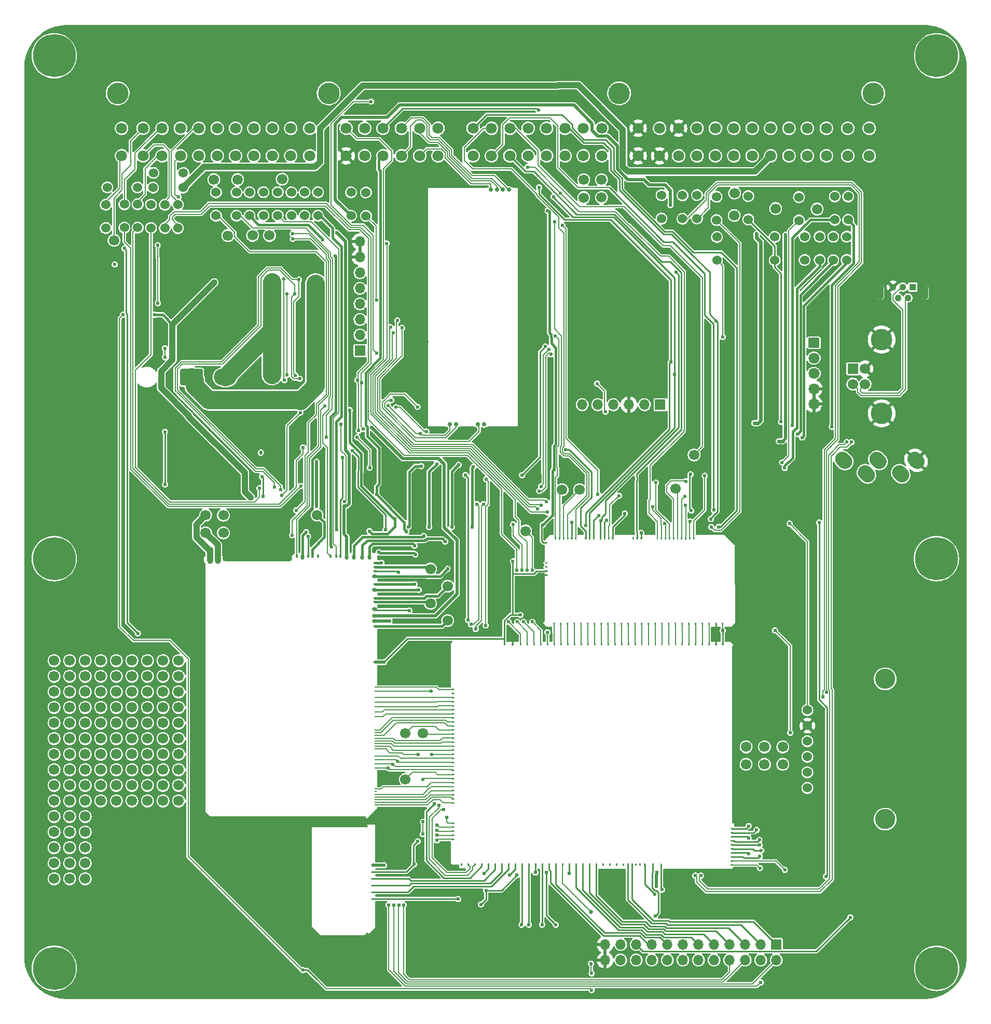
<source format=gbl>
G04 #@! TF.GenerationSoftware,KiCad,Pcbnew,(5.99.0-10559-g8513ca974c)*
G04 #@! TF.CreationDate,2021-11-29T17:43:11+02:00*
G04 #@! TF.ProjectId,hellen64_NB1,68656c6c-656e-4363-945f-4e42312e6b69,b*
G04 #@! TF.SameCoordinates,PX141ef50PYa2cc1bc*
G04 #@! TF.FileFunction,Copper,L2,Bot*
G04 #@! TF.FilePolarity,Positive*
%FSLAX46Y46*%
G04 Gerber Fmt 4.6, Leading zero omitted, Abs format (unit mm)*
G04 Created by KiCad (PCBNEW (5.99.0-10559-g8513ca974c)) date 2021-11-29 17:43:11*
%MOMM*%
%LPD*%
G01*
G04 APERTURE LIST*
G04 #@! TA.AperFunction,ComponentPad*
%ADD10C,0.599999*%
G04 #@! TD*
G04 #@! TA.AperFunction,ComponentPad*
%ADD11C,1.524000*%
G04 #@! TD*
G04 #@! TA.AperFunction,ComponentPad*
%ADD12C,1.700000*%
G04 #@! TD*
G04 #@! TA.AperFunction,ComponentPad*
%ADD13R,1.700000X1.700000*%
G04 #@! TD*
G04 #@! TA.AperFunction,ComponentPad*
%ADD14O,1.700000X1.700000*%
G04 #@! TD*
G04 #@! TA.AperFunction,SMDPad,CuDef*
%ADD15O,0.200000X40.800000*%
G04 #@! TD*
G04 #@! TA.AperFunction,SMDPad,CuDef*
%ADD16O,25.600000X0.200000*%
G04 #@! TD*
G04 #@! TA.AperFunction,SMDPad,CuDef*
%ADD17O,1.000001X1.500000*%
G04 #@! TD*
G04 #@! TA.AperFunction,SMDPad,CuDef*
%ADD18O,11.400000X1.100000*%
G04 #@! TD*
G04 #@! TA.AperFunction,SMDPad,CuDef*
%ADD19O,0.399999X0.599999*%
G04 #@! TD*
G04 #@! TA.AperFunction,SMDPad,CuDef*
%ADD20O,0.599999X0.800001*%
G04 #@! TD*
G04 #@! TA.AperFunction,SMDPad,CuDef*
%ADD21O,0.599999X0.399999*%
G04 #@! TD*
G04 #@! TA.AperFunction,SMDPad,CuDef*
%ADD22O,0.800001X0.599999*%
G04 #@! TD*
G04 #@! TA.AperFunction,SMDPad,CuDef*
%ADD23O,0.399999X0.200000*%
G04 #@! TD*
G04 #@! TA.AperFunction,ComponentPad*
%ADD24C,3.500120*%
G04 #@! TD*
G04 #@! TA.AperFunction,ComponentPad*
%ADD25C,1.800000*%
G04 #@! TD*
G04 #@! TA.AperFunction,ComponentPad*
%ADD26R,1.100000X1.100000*%
G04 #@! TD*
G04 #@! TA.AperFunction,ComponentPad*
%ADD27C,1.100000*%
G04 #@! TD*
G04 #@! TA.AperFunction,ComponentPad*
%ADD28O,1.100000X2.400000*%
G04 #@! TD*
G04 #@! TA.AperFunction,ComponentPad*
%ADD29C,3.500000*%
G04 #@! TD*
G04 #@! TA.AperFunction,ComponentPad*
%ADD30C,3.302000*%
G04 #@! TD*
G04 #@! TA.AperFunction,ComponentPad*
%ADD31C,7.000000*%
G04 #@! TD*
G04 #@! TA.AperFunction,ComponentPad*
%ADD32C,0.700000*%
G04 #@! TD*
G04 #@! TA.AperFunction,SMDPad,CuDef*
%ADD33R,9.750000X0.250000*%
G04 #@! TD*
G04 #@! TA.AperFunction,SMDPad,CuDef*
%ADD34R,0.250000X39.250000*%
G04 #@! TD*
G04 #@! TA.AperFunction,SMDPad,CuDef*
%ADD35R,0.950000X0.250000*%
G04 #@! TD*
G04 #@! TA.AperFunction,SMDPad,CuDef*
%ADD36R,2.250000X0.250000*%
G04 #@! TD*
G04 #@! TA.AperFunction,SMDPad,CuDef*
%ADD37R,5.050000X0.250000*%
G04 #@! TD*
G04 #@! TA.AperFunction,SMDPad,CuDef*
%ADD38R,3.100000X0.250000*%
G04 #@! TD*
G04 #@! TA.AperFunction,ComponentPad*
%ADD39O,3.700000X2.700000*%
G04 #@! TD*
G04 #@! TA.AperFunction,ComponentPad*
%ADD40C,0.600000*%
G04 #@! TD*
G04 #@! TA.AperFunction,ComponentPad*
%ADD41O,1.850000X1.700000*%
G04 #@! TD*
G04 #@! TA.AperFunction,SMDPad,CuDef*
%ADD42C,2.000000*%
G04 #@! TD*
G04 #@! TA.AperFunction,ViaPad*
%ADD43C,0.600000*%
G04 #@! TD*
G04 #@! TA.AperFunction,ViaPad*
%ADD44C,0.685800*%
G04 #@! TD*
G04 #@! TA.AperFunction,ViaPad*
%ADD45C,0.609600*%
G04 #@! TD*
G04 #@! TA.AperFunction,ViaPad*
%ADD46C,1.000000*%
G04 #@! TD*
G04 #@! TA.AperFunction,Conductor*
%ADD47C,0.400000*%
G04 #@! TD*
G04 #@! TA.AperFunction,Conductor*
%ADD48C,0.200000*%
G04 #@! TD*
G04 #@! TA.AperFunction,Conductor*
%ADD49C,0.254000*%
G04 #@! TD*
G04 #@! TA.AperFunction,Conductor*
%ADD50C,1.000000*%
G04 #@! TD*
G04 #@! TA.AperFunction,Conductor*
%ADD51C,0.203200*%
G04 #@! TD*
G04 #@! TA.AperFunction,Conductor*
%ADD52C,0.508000*%
G04 #@! TD*
G04 #@! TA.AperFunction,Conductor*
%ADD53C,0.600000*%
G04 #@! TD*
G04 #@! TA.AperFunction,Conductor*
%ADD54C,3.000000*%
G04 #@! TD*
G04 APERTURE END LIST*
D10*
G04 #@! TO.P,M4,V1,V33*
G04 #@! TO.N,+3V3*
X75468535Y17795040D03*
G04 #@! TO.P,M4,V2,GND*
G04 #@! TO.N,GND*
X77043549Y12890031D03*
G04 #@! TO.P,M4,V3,GND*
X89747567Y12899094D03*
G04 #@! TO.P,M4,V4,SD_CS*
G04 #@! TO.N,/SD_CS*
X81268539Y12220030D03*
G04 #@! TO.P,M4,V5,SD_MOSI*
G04 #@! TO.N,/SD_MOSI*
X82443543Y12220030D03*
G04 #@! TO.P,M4,V6,SD_SCK*
G04 #@! TO.N,/SD_SCK*
X84618537Y12220030D03*
G04 #@! TO.P,M4,V7,SD_MISO*
G04 #@! TO.N,/SD_MISO*
X86843539Y12220030D03*
G04 #@! TD*
D11*
G04 #@! TO.P,R8,1,1*
G04 #@! TO.N,/OUT_BOOST*
X127450000Y120595000D03*
G04 #@! TO.P,R8,2,2*
G04 #@! TO.N,/3T*
X127450000Y124405000D03*
G04 #@! TD*
G04 #@! TO.P,R32,1,1*
G04 #@! TO.N,/OUT_O2H*
X48024428Y127825340D03*
G04 #@! TO.P,R32,2,2*
G04 #@! TO.N,/1U*
X48024428Y131635340D03*
G04 #@! TD*
D12*
G04 #@! TO.P,P5,1,Pin_1*
G04 #@! TO.N,/IO8*
X62302380Y35910220D03*
G04 #@! TD*
G04 #@! TO.P,P6,1,Pin_1*
G04 #@! TO.N,/IO13*
X62302380Y43412400D03*
G04 #@! TD*
G04 #@! TO.P,P47,1,Pin_1*
G04 #@! TO.N,/1N*
X40126680Y124605340D03*
G04 #@! TD*
D13*
G04 #@! TO.P,J27,1,Pin_1*
G04 #@! TO.N,Net-(J27-Pad1)*
X103851680Y97005340D03*
D14*
G04 #@! TO.P,J27,2,Pin_2*
G04 #@! TO.N,Net-(J27-Pad2)*
X101311680Y97005340D03*
G04 #@! TO.P,J27,3,Pin_3*
G04 #@! TO.N,GND*
X98771680Y97005340D03*
G04 #@! TO.P,J27,4,Pin_4*
G04 #@! TO.N,Net-(J27-Pad4)*
X96231680Y97005340D03*
G04 #@! TO.P,J27,5,Pin_5*
G04 #@! TO.N,Net-(J27-Pad5)*
X93691680Y97005340D03*
G04 #@! TO.P,J27,6,Pin_6*
G04 #@! TO.N,unconnected-(J27-Pad6)*
X91151680Y97005340D03*
G04 #@! TD*
D12*
G04 #@! TO.P,P19,1,Pin_1*
G04 #@! TO.N,/3L*
X115951680Y127855340D03*
G04 #@! TD*
G04 #@! TO.P,G4,1*
G04 #@! TO.N,Net-(G4-Pad1)*
X20210000Y45097322D03*
G04 #@! TO.P,G4,2*
G04 #@! TO.N,Net-(G4-Pad12)*
X20210000Y47637322D03*
G04 #@! TO.P,G4,3*
G04 #@! TO.N,Net-(G4-Pad13)*
X20210000Y50177322D03*
G04 #@! TO.P,G4,4*
G04 #@! TO.N,Net-(G4-Pad14)*
X20210000Y52717322D03*
G04 #@! TO.P,G4,5*
G04 #@! TO.N,Net-(G4-Pad10)*
X20210000Y55257322D03*
G04 #@! TO.P,G4,6*
G04 #@! TO.N,Net-(G4-Pad1)*
X22750000Y45097322D03*
G04 #@! TO.P,G4,7*
G04 #@! TO.N,Net-(G4-Pad12)*
X22750000Y47637322D03*
G04 #@! TO.P,G4,8*
G04 #@! TO.N,Net-(G4-Pad13)*
X22750000Y50177322D03*
G04 #@! TO.P,G4,9*
G04 #@! TO.N,Net-(G4-Pad14)*
X22750000Y52717322D03*
G04 #@! TO.P,G4,10*
G04 #@! TO.N,Net-(G4-Pad10)*
X22750000Y55257322D03*
G04 #@! TO.P,G4,11*
G04 #@! TO.N,Net-(G4-Pad1)*
X25290000Y45097322D03*
G04 #@! TO.P,G4,12*
G04 #@! TO.N,Net-(G4-Pad12)*
X25290000Y47637322D03*
G04 #@! TO.P,G4,13*
G04 #@! TO.N,Net-(G4-Pad13)*
X25290000Y50177322D03*
G04 #@! TO.P,G4,14*
G04 #@! TO.N,Net-(G4-Pad14)*
X25290000Y52717322D03*
G04 #@! TO.P,G4,15*
G04 #@! TO.N,Net-(G4-Pad10)*
X25290000Y55257322D03*
G04 #@! TD*
G04 #@! TO.P,P10,1,Pin_1*
G04 #@! TO.N,/2N*
X91401680Y130755340D03*
G04 #@! TD*
D11*
G04 #@! TO.P,R21,1,1*
G04 #@! TO.N,/IN_TEMP_OR_PPS2*
X55876680Y127800319D03*
G04 #@! TO.P,R21,2,2*
G04 #@! TO.N,Net-(P2-Pad66)*
X55876680Y131610319D03*
G04 #@! TD*
D12*
G04 #@! TO.P,P12,1,Pin_1*
G04 #@! TO.N,/OUT_SOLENOID_A1*
X29701680Y79005340D03*
G04 #@! TD*
G04 #@! TO.P,G12,1*
G04 #@! TO.N,Net-(G12-Pad1)*
X12590000Y32397322D03*
G04 #@! TO.P,G12,2*
G04 #@! TO.N,Net-(G12-Pad12)*
X12590000Y34937322D03*
G04 #@! TO.P,G12,3*
G04 #@! TO.N,Net-(G12-Pad13)*
X12590000Y37477322D03*
G04 #@! TO.P,G12,4*
G04 #@! TO.N,Net-(G12-Pad14)*
X12590000Y40017322D03*
G04 #@! TO.P,G12,5*
G04 #@! TO.N,Net-(G12-Pad10)*
X12590000Y42557322D03*
G04 #@! TO.P,G12,6*
G04 #@! TO.N,Net-(G12-Pad1)*
X15130000Y32397322D03*
G04 #@! TO.P,G12,7*
G04 #@! TO.N,Net-(G12-Pad12)*
X15130000Y34937322D03*
G04 #@! TO.P,G12,8*
G04 #@! TO.N,Net-(G12-Pad13)*
X15130000Y37477322D03*
G04 #@! TO.P,G12,9*
G04 #@! TO.N,Net-(G12-Pad14)*
X15130000Y40017322D03*
G04 #@! TO.P,G12,10*
G04 #@! TO.N,Net-(G12-Pad10)*
X15130000Y42557322D03*
G04 #@! TO.P,G12,11*
G04 #@! TO.N,Net-(G12-Pad1)*
X17670000Y32397322D03*
G04 #@! TO.P,G12,12*
G04 #@! TO.N,Net-(G12-Pad12)*
X17670000Y34937322D03*
G04 #@! TO.P,G12,13*
G04 #@! TO.N,Net-(G12-Pad13)*
X17670000Y37477322D03*
G04 #@! TO.P,G12,14*
G04 #@! TO.N,Net-(G12-Pad14)*
X17670000Y40017322D03*
G04 #@! TO.P,G12,15*
G04 #@! TO.N,Net-(G12-Pad10)*
X17670000Y42557322D03*
G04 #@! TD*
D15*
G04 #@! TO.P,M5,G,GND*
G04 #@! TO.N,GND*
X29616538Y50856720D03*
D16*
X43016539Y29831718D03*
G04 #@! TA.AperFunction,SMDPad,CuDef*
G36*
G01*
X29688694Y30610985D02*
X30395800Y29903879D01*
G75*
G02*
X30395800Y29762457I-70711J-70711D01*
G01*
X30395800Y29762457D01*
G75*
G02*
X30254378Y29762457I-70711J70711D01*
G01*
X29547272Y30469563D01*
G75*
G02*
X29547272Y30610985I70711J70711D01*
G01*
X29547272Y30610985D01*
G75*
G02*
X29688694Y30610985I70711J-70711D01*
G01*
G37*
G04 #@! TD.AperFunction*
D17*
G04 #@! TO.P,M5,S1,OUT_SOLENOID_A1*
G04 #@! TO.N,/OUT_SOLENOID_A1*
X30414997Y71843006D03*
G04 #@! TO.P,M5,S2,OUT_SOLENOID_A2*
G04 #@! TO.N,/OUT_SOLENOID_A2*
X31670862Y71843006D03*
D18*
G04 #@! TO.P,M5,S3,GND*
G04 #@! TO.N,GND*
X38114997Y71968007D03*
D19*
G04 #@! TO.P,M5,S6,OUT_PP2*
G04 #@! TO.N,/OUT_TACH*
X44564989Y72268006D03*
D20*
G04 #@! TO.P,M5,S7,OUT_LOW3_DUAL*
G04 #@! TO.N,/OUT_O2H*
X45540001Y72168001D03*
D19*
G04 #@! TO.P,M5,S8,OUT_LOW1*
G04 #@! TO.N,/OUT_ECF_RELAY*
X46409758Y72268006D03*
G04 #@! TO.P,M5,S9,OUT_HIGH2*
G04 #@! TO.N,/OUT_HIGH2*
X47139995Y72268006D03*
G04 #@! TO.P,M5,S10,OUT_LOW11*
G04 #@! TO.N,unconnected-(M5-PadS10)*
X48034758Y72268006D03*
G04 #@! TO.P,M5,S12,OUT_LOW8_PULLUP*
G04 #@! TO.N,/OUT_AC_RELAY*
X50109758Y72268006D03*
G04 #@! TO.P,M5,S13,OUT_LOW12*
G04 #@! TO.N,/OUT_ALT_WARNING*
X51009754Y72268006D03*
G04 #@! TO.P,M5,S14,OUT_LOW9*
G04 #@! TO.N,/OUT_PUMP_RELAY*
X51719996Y72268006D03*
D20*
G04 #@! TO.P,M5,S15,OUT_INJ6*
G04 #@! TO.N,/OUT_BOOST*
X52739997Y72168006D03*
G04 #@! TO.P,M5,S16,OUT_INJ2*
G04 #@! TO.N,/OUT_INJ2*
X53914996Y72168006D03*
G04 #@! TO.P,M5,S17,OUT_INJ3*
G04 #@! TO.N,/OUT_INJ3*
X55264995Y72168006D03*
G04 #@! TO.P,M5,S18,OUT_INJ1*
G04 #@! TO.N,/OUT_INJ1*
X56439994Y72168006D03*
D21*
G04 #@! TO.P,M5,W1,OUT_LOW2*
G04 #@! TO.N,/OUT_AC_FAN_RELAY*
X57339995Y71237767D03*
G04 #@! TO.P,M5,W2,OUT_LOW10*
G04 #@! TO.N,/OUT_LOW10*
X57339995Y70543008D03*
G04 #@! TO.P,M5,W3,OUT_LOW6_DIODE*
G04 #@! TO.N,/OUT_CHECK_ENGINE*
X57339995Y69862768D03*
D22*
G04 #@! TO.P,M5,W4,OUT_LOW4_DUAL*
G04 #@! TO.N,/OUT_O2H2*
X57244997Y69043006D03*
D21*
G04 #@! TO.P,M5,W6,OUT_PP1*
G04 #@! TO.N,/OUT_ALTERNATOR*
X57339995Y67737769D03*
D22*
G04 #@! TO.P,M5,W7,OUT_INJ4*
G04 #@! TO.N,/OUT_INJ4*
X57244997Y66768004D03*
D21*
G04 #@! TO.P,M5,W8,OUT_HIGH1*
G04 #@! TO.N,/OUT_HIGH1*
X57339995Y65493006D03*
G04 #@! TO.P,M5,W9,OUT_LOW7_PULLUP*
G04 #@! TO.N,/OUT_LOW7_PULLUP*
X57339995Y64843004D03*
D22*
G04 #@! TO.P,M5,W10,OUT_INJ5*
G04 #@! TO.N,/OUT_VVT*
X57244997Y63643004D03*
G04 #@! TO.P,M5,W11,OUT_INJ8*
G04 #@! TO.N,/OUT_VICS*
X57244997Y62568000D03*
G04 #@! TO.P,M5,W12,OUT_INJ7*
G04 #@! TO.N,/OUT_IDLE*
X57244997Y61692998D03*
D21*
G04 #@! TO.P,M5,W13,OUT_LOW5_MAIN*
G04 #@! TO.N,/OUT_LOW5_DUAL*
X57339995Y60868006D03*
G04 #@! TO.P,M5,W14,V5*
G04 #@! TO.N,+5V*
X57339995Y55018005D03*
D23*
G04 #@! TO.P,M5,W15,INJ8*
G04 #@! TO.N,/VICS*
X57444996Y50963035D03*
G04 #@! TO.P,M5,W16,INJ7*
G04 #@! TO.N,/IDLE*
X57444996Y50303033D03*
G04 #@! TO.P,M5,W17,INJ6*
G04 #@! TO.N,/BOOST*
X57444996Y49243005D03*
G04 #@! TO.P,M5,W18,INJ5*
G04 #@! TO.N,/VVT*
X57444996Y48538920D03*
G04 #@! TO.P,M5,W19,INJ4*
G04 #@! TO.N,/INJ4*
X57444996Y47738881D03*
G04 #@! TO.P,M5,W20,INJ3*
G04 #@! TO.N,/INJ3*
X57444996Y46938842D03*
G04 #@! TO.P,M5,W21,LOW1*
G04 #@! TO.N,/ECF_RELAY*
X57444996Y46143006D03*
G04 #@! TO.P,M5,W22,PP2*
G04 #@! TO.N,/PP2*
X57444996Y43948004D03*
G04 #@! TO.P,M5,W23,INJ2*
G04 #@! TO.N,/INJ2*
X57444996Y43508005D03*
G04 #@! TO.P,M5,W24,INJ1*
G04 #@! TO.N,/INJ1*
X57444996Y43068006D03*
G04 #@! TO.P,M5,W25,LOW6_DIODE*
G04 #@! TO.N,/CE*
X57444996Y42628004D03*
G04 #@! TO.P,M5,W26,LOW10*
G04 #@! TO.N,/LOW10*
X57444996Y42188005D03*
G04 #@! TO.P,M5,W27,LOW9*
G04 #@! TO.N,/PUMP*
X57444996Y41748006D03*
G04 #@! TO.P,M5,W28,PP1*
G04 #@! TO.N,/PP1*
X57444996Y41308004D03*
G04 #@! TO.P,M5,W29,LOW2*
G04 #@! TO.N,/AC_FAN_RELAY*
X57444996Y40868005D03*
G04 #@! TO.P,M5,W30,SOLENOID_B2*
G04 #@! TO.N,/SOLENOID_B2*
X57444996Y39743034D03*
G04 #@! TO.P,M5,W31,SOLENOID_B1*
G04 #@! TO.N,/-ETB*
X57444996Y39083036D03*
G04 #@! TO.P,M5,W32,SOLENOID_A2*
G04 #@! TO.N,/+ETB*
X57444996Y38423034D03*
G04 #@! TO.P,M5,W33,SOLENOID_A1*
G04 #@! TO.N,/ETB_EN*
X57444996Y37763036D03*
G04 #@! TO.P,M5,W34,LOW4_DUAL*
G04 #@! TO.N,/O2H2*
X57444996Y34358006D03*
G04 #@! TO.P,M5,W35,LOW11*
G04 #@! TO.N,unconnected-(M5-PadW35)*
X57444996Y33918007D03*
G04 #@! TO.P,M5,W36,LOW12*
G04 #@! TO.N,/ALT_WARN*
X57444996Y33478005D03*
G04 #@! TO.P,M5,W37,LOW8_HIGH2*
G04 #@! TO.N,/AC_RELAY*
X57444996Y33038006D03*
G04 #@! TO.P,M5,W38,LOW3_DUAL*
G04 #@! TO.N,/O2H*
X57444996Y32598007D03*
G04 #@! TO.P,M5,W39,LOW7_HIGH1*
G04 #@! TO.N,/LOW7_HIGH1*
X57444996Y32158005D03*
G04 #@! TO.P,M5,W40,LOW5_MAIN*
G04 #@! TO.N,/MAIN*
X57444996Y31718006D03*
G04 #@! TD*
D11*
G04 #@! TO.P,R36,1,1*
G04 #@! TO.N,/OUT_AC_FAN_RELAY*
X31401680Y127825340D03*
G04 #@! TO.P,R36,2,2*
G04 #@! TO.N,Net-(P2-Pad5)*
X31401680Y131635340D03*
G04 #@! TD*
G04 #@! TO.P,R48,1,1*
G04 #@! TO.N,/IN_CLUTCH*
X113076680Y127100319D03*
G04 #@! TO.P,R48,2,2*
G04 #@! TO.N,/3I*
X113076680Y130910319D03*
G04 #@! TD*
D12*
G04 #@! TO.P,P15,1,Pin_1*
G04 #@! TO.N,/2M*
X91401680Y133680340D03*
G04 #@! TD*
D11*
G04 #@! TO.P,R24,1,1*
G04 #@! TO.N,/IN_O2S2*
X113126680Y120550340D03*
G04 #@! TO.P,R24,2,2*
G04 #@! TO.N,/3J*
X113126680Y124360340D03*
G04 #@! TD*
G04 #@! TO.P,R33,1,1*
G04 #@! TO.N,/OUT_AC_RELAY*
X43701680Y127825340D03*
G04 #@! TO.P,R33,2,2*
G04 #@! TO.N,Net-(P2-Pad10)*
X43701680Y131635340D03*
G04 #@! TD*
G04 #@! TO.P,R42,1,1*
G04 #@! TO.N,+12V_PERM*
X13391221Y125804438D03*
G04 #@! TO.P,R42,2,2*
G04 #@! TO.N,/1A*
X13391221Y129614438D03*
G04 #@! TD*
D24*
G04 #@! TO.P,P2,*
G04 #@! TO.N,*
X138640980Y147779760D03*
X15340980Y147779760D03*
X49790980Y147779760D03*
X97190980Y147779760D03*
D25*
G04 #@! TO.P,P2,1,1A*
G04 #@! TO.N,/1A*
X15990980Y137579120D03*
G04 #@! TO.P,P2,2,1C*
G04 #@! TO.N,/1C*
X19488560Y137579120D03*
G04 #@! TO.P,P2,3,1E*
G04 #@! TO.N,/1E*
X22589900Y137579120D03*
G04 #@! TO.P,P2,4,1G*
G04 #@! TO.N,/1G*
X25589640Y137579120D03*
G04 #@! TO.P,P2,5,1I*
G04 #@! TO.N,Net-(P2-Pad5)*
X28589380Y137579120D03*
G04 #@! TO.P,P2,6,1K*
G04 #@! TO.N,Net-(P2-Pad6)*
X31589120Y137579120D03*
G04 #@! TO.P,P2,7,1M*
G04 #@! TO.N,/1M*
X34588860Y137579120D03*
G04 #@! TO.P,P2,8,1O*
G04 #@! TO.N,/1O*
X37588600Y137579120D03*
G04 #@! TO.P,P2,9,1Q*
G04 #@! TO.N,/1Q*
X40588340Y137579120D03*
G04 #@! TO.P,P2,10,1S*
G04 #@! TO.N,Net-(P2-Pad10)*
X43588080Y137579120D03*
G04 #@! TO.P,P2,11,1U*
G04 #@! TO.N,/1U*
X46689420Y137579120D03*
G04 #@! TO.P,P2,12,1B*
G04 #@! TO.N,/1B*
X15990980Y142080000D03*
G04 #@! TO.P,P2,13,1D*
G04 #@! TO.N,/1D*
X19488560Y142080000D03*
G04 #@! TO.P,P2,14,1F*
G04 #@! TO.N,/1F*
X22589900Y142080000D03*
G04 #@! TO.P,P2,15,1H*
G04 #@! TO.N,/1H*
X25589640Y142080000D03*
G04 #@! TO.P,P2,16,1J*
G04 #@! TO.N,/1J*
X28589380Y142080000D03*
G04 #@! TO.P,P2,17,1L*
G04 #@! TO.N,/1L*
X31589120Y142080000D03*
G04 #@! TO.P,P2,18,1N*
G04 #@! TO.N,/1N*
X34588860Y142080000D03*
G04 #@! TO.P,P2,19,1P*
G04 #@! TO.N,/1P*
X37588600Y142080000D03*
G04 #@! TO.P,P2,20,1R*
G04 #@! TO.N,Net-(P2-Pad20)*
X40588340Y142080000D03*
G04 #@! TO.P,P2,21,1T*
G04 #@! TO.N,Net-(P2-Pad21)*
X43588080Y142080000D03*
G04 #@! TO.P,P2,22,1V*
G04 #@! TO.N,/1V*
X46689420Y142080000D03*
G04 #@! TO.P,P2,23,2A*
G04 #@! TO.N,/IN_PRESSURE*
X73340980Y137579120D03*
G04 #@! TO.P,P2,24,2C*
G04 #@! TO.N,/IN_AFR*
X76340720Y137579120D03*
G04 #@! TO.P,P2,25,2E*
G04 #@! TO.N,/IN_CLT*
X79340460Y137579120D03*
G04 #@! TO.P,P2,26,2G*
G04 #@! TO.N,/IN_O2S3*
X82340200Y137579120D03*
G04 #@! TO.P,P2,27,2I*
G04 #@! TO.N,+5VA*
X85342480Y137579120D03*
G04 #@! TO.P,P2,28,2K*
G04 #@! TO.N,/OUT_TACH*
X88342220Y137579120D03*
G04 #@! TO.P,P2,29,2M*
G04 #@! TO.N,/2M*
X91341960Y137579120D03*
G04 #@! TO.P,P2,30,2O*
G04 #@! TO.N,/2O*
X94341700Y137579120D03*
G04 #@! TO.P,P2,31,2B*
G04 #@! TO.N,/IN_IAT*
X73340980Y142080000D03*
G04 #@! TO.P,P2,32,2D*
G04 #@! TO.N,/IN_VSS*
X76340720Y142080000D03*
G04 #@! TO.P,P2,33,2F*
G04 #@! TO.N,/IN_KNOCK_RAW*
X79340460Y142080000D03*
G04 #@! TO.P,P2,34,2H*
G04 #@! TO.N,/IN_CAM*
X82340200Y142080000D03*
G04 #@! TO.P,P2,35,2J*
G04 #@! TO.N,/IN_CRANK*
X85342480Y142080000D03*
G04 #@! TO.P,P2,36,2L*
G04 #@! TO.N,/IN_MAF*
X88342220Y142080000D03*
G04 #@! TO.P,P2,37,2N*
G04 #@! TO.N,/2N*
X91341960Y142080000D03*
G04 #@! TO.P,P2,38,2P*
G04 #@! TO.N,/2P*
X94341700Y142080000D03*
G04 #@! TO.P,P2,39,3A*
G04 #@! TO.N,GND*
X100287840Y137579120D03*
G04 #@! TO.P,P2,40,3C*
X103787960Y137579120D03*
G04 #@! TO.P,P2,41,3E*
G04 #@! TO.N,/IN_TPS*
X106891840Y137579120D03*
G04 #@! TO.P,P2,42,3G*
G04 #@! TO.N,/3G*
X109891580Y137579120D03*
G04 #@! TO.P,P2,43,3I*
G04 #@! TO.N,/3I*
X112891320Y137579120D03*
G04 #@! TO.P,P2,44,3K*
G04 #@! TO.N,/3K*
X115891060Y137579120D03*
G04 #@! TO.P,P2,45,3M*
G04 #@! TO.N,/OUT_IDLE*
X118890800Y137579120D03*
G04 #@! TO.P,P2,46,3O*
G04 #@! TO.N,+12V_RAW*
X121890540Y137579120D03*
G04 #@! TO.P,P2,47,3Q*
G04 #@! TO.N,/OUT_VICS*
X124890280Y137579120D03*
G04 #@! TO.P,P2,48,3S*
G04 #@! TO.N,/3S*
X127890020Y137579120D03*
G04 #@! TO.P,P2,49,3U*
G04 #@! TO.N,/3U*
X130991360Y137579120D03*
G04 #@! TO.P,P2,50,3W*
G04 #@! TO.N,/3W*
X134491480Y137579120D03*
G04 #@! TO.P,P2,51,3Y*
G04 #@! TO.N,/3Y*
X137991600Y137579120D03*
G04 #@! TO.P,P2,52,3B*
G04 #@! TO.N,GND*
X100287840Y142080000D03*
G04 #@! TO.P,P2,53,3D*
G04 #@! TO.N,/3D*
X103787960Y142080000D03*
G04 #@! TO.P,P2,54,3F*
G04 #@! TO.N,GND*
X106891840Y142080000D03*
G04 #@! TO.P,P2,55,3H*
G04 #@! TO.N,/3H*
X109891580Y142080000D03*
G04 #@! TO.P,P2,56,3J*
G04 #@! TO.N,/3J*
X112891320Y142080000D03*
G04 #@! TO.P,P2,57,3L*
G04 #@! TO.N,/3L*
X115891060Y142080000D03*
G04 #@! TO.P,P2,58,3N*
G04 #@! TO.N,/3N*
X118890800Y142080000D03*
G04 #@! TO.P,P2,59,3P*
G04 #@! TO.N,Net-(P2-Pad59)*
X121890540Y142080000D03*
G04 #@! TO.P,P2,60,3R*
G04 #@! TO.N,/3R*
X124890280Y142080000D03*
G04 #@! TO.P,P2,61,3T*
G04 #@! TO.N,/3T*
X127890020Y142080000D03*
G04 #@! TO.P,P2,62,3V*
G04 #@! TO.N,/3V*
X130991360Y142080000D03*
G04 #@! TO.P,P2,63,3X*
G04 #@! TO.N,/3X*
X134491480Y142080000D03*
G04 #@! TO.P,P2,64,3Z*
G04 #@! TO.N,/3Z*
X137991600Y142080000D03*
G04 #@! TO.P,P2,65,4A*
G04 #@! TO.N,GND*
X52640980Y137579120D03*
G04 #@! TO.P,P2,66,4C*
G04 #@! TO.N,Net-(P2-Pad66)*
X55640720Y137579120D03*
G04 #@! TO.P,P2,67,4E*
G04 #@! TO.N,/OUT_VVT*
X58640460Y137579120D03*
G04 #@! TO.P,P2,68,4G*
G04 #@! TO.N,/WBO_Vs{slash}Ip*
X61640200Y137579120D03*
G04 #@! TO.P,P2,69,4I*
G04 #@! TO.N,/WBO_R_Trim*
X64642480Y137579120D03*
G04 #@! TO.P,P2,70,4K*
G04 #@! TO.N,/4K*
X67642220Y137579120D03*
G04 #@! TO.P,P2,71,4B*
G04 #@! TO.N,/IN_DIGITAL*
X52640980Y142080000D03*
G04 #@! TO.P,P2,72,4D*
G04 #@! TO.N,Net-(P2-Pad72)*
X55640720Y142080000D03*
G04 #@! TO.P,P2,73,4F*
G04 #@! TO.N,+5VA*
X58640460Y142080000D03*
G04 #@! TO.P,P2,74,4H*
G04 #@! TO.N,/WBO_Vs*
X61640200Y142080000D03*
G04 #@! TO.P,P2,75,4J*
G04 #@! TO.N,/WBO_Ip*
X64642480Y142080000D03*
G04 #@! TO.P,P2,76,4L*
G04 #@! TO.N,/4L*
X67642220Y142080000D03*
G04 #@! TD*
D12*
G04 #@! TO.P,P56,1,Pin_1*
G04 #@! TO.N,Net-(P2-Pad21)*
X42200000Y133780340D03*
G04 #@! TD*
G04 #@! TO.P,P52,1,Pin_1*
G04 #@! TO.N,/3U*
X129494479Y128900000D03*
G04 #@! TD*
G04 #@! TO.P,P44,1,Pin_1*
G04 #@! TO.N,/IN_SENS3*
X90726680Y83130340D03*
G04 #@! TD*
G04 #@! TO.P,P13,1,Pin_1*
G04 #@! TO.N,/OUT_SOLENOID_B1*
X32601680Y76105340D03*
G04 #@! TD*
G04 #@! TO.P,P29,1,Pin_1*
G04 #@! TO.N,/OUT_IGN5*
X120901680Y41205340D03*
G04 #@! TD*
D11*
G04 #@! TO.P,R43,1,1*
G04 #@! TO.N,/OUT_BOOST*
X53426680Y127825340D03*
G04 #@! TO.P,R43,2,2*
G04 #@! TO.N,Net-(P2-Pad72)*
X53426680Y131635340D03*
G04 #@! TD*
D26*
G04 #@! TO.P,J1,1,VBUS*
G04 #@! TO.N,/VBUS*
X145101680Y116180340D03*
D27*
G04 #@! TO.P,J1,2,D-*
G04 #@! TO.N,/USB-*
X144301680Y114430340D03*
G04 #@! TO.P,J1,3,D+*
G04 #@! TO.N,/USB+*
X143501680Y116180340D03*
G04 #@! TO.P,J1,4,ID*
G04 #@! TO.N,unconnected-(J1-Pad4)*
X142701680Y114430340D03*
G04 #@! TO.P,J1,5,GND*
G04 #@! TO.N,GND*
X141901680Y116180340D03*
D28*
G04 #@! TO.P,J1,6,Shield*
X147151680Y115305340D03*
X139851680Y115305340D03*
G04 #@! TD*
D13*
G04 #@! TO.P,J6,1,Pin_1*
G04 #@! TO.N,+5VA*
X54901680Y105830340D03*
D14*
G04 #@! TO.P,J6,2,Pin_2*
X54901680Y108370340D03*
G04 #@! TO.P,J6,3,Pin_3*
G04 #@! TO.N,/IN_TPS*
X54901680Y110910340D03*
G04 #@! TO.P,J6,4,Pin_4*
G04 #@! TO.N,/IN_TPS2*
X54901680Y113450340D03*
G04 #@! TO.P,J6,5,Pin_5*
G04 #@! TO.N,/IN_PPS*
X54901680Y115990340D03*
G04 #@! TO.P,J6,6,Pin_6*
G04 #@! TO.N,/IN_TEMP_OR_PPS2*
X54901680Y118530340D03*
G04 #@! TO.P,J6,7,Pin_7*
G04 #@! TO.N,GND*
X54901680Y121070340D03*
G04 #@! TO.P,J6,8,Pin_8*
X54901680Y123610340D03*
G04 #@! TD*
D12*
G04 #@! TO.P,P30,1,Pin_1*
G04 #@! TO.N,/OUT_IGN6*
X120901680Y38370220D03*
G04 #@! TD*
D13*
G04 #@! TO.P,J5,1,VBUS*
G04 #@! TO.N,/VBUS*
X135316680Y102855340D03*
D12*
G04 #@! TO.P,J5,2,D-*
G04 #@! TO.N,/USB-*
X135316680Y100355340D03*
G04 #@! TO.P,J5,3,D+*
G04 #@! TO.N,/USB+*
X137316680Y100355340D03*
G04 #@! TO.P,J5,4,GND*
G04 #@! TO.N,GND*
X137316680Y102855340D03*
D29*
G04 #@! TO.P,J5,5,Shield*
X140026680Y95585340D03*
X140026680Y107625340D03*
G04 #@! TD*
D12*
G04 #@! TO.P,P4,1,Pin_1*
G04 #@! TO.N,/IO12*
X65112640Y43410220D03*
G04 #@! TD*
G04 #@! TO.P,P25,1,Pin_1*
G04 #@! TO.N,/OUT_IGN4*
X123901680Y38370220D03*
G04 #@! TD*
D10*
G04 #@! TO.P,M8,V1,V5*
G04 #@! TO.N,+5V*
X59459042Y96874902D03*
G04 #@! TO.P,M8,V2,CAN_VIO*
G04 #@! TO.N,Net-(M12-PadW2)*
X59984042Y97749904D03*
G04 #@! TO.P,M8,V5,CAN_TX*
G04 #@! TO.N,Net-(M12-PadW4)*
X60734040Y96574900D03*
G04 #@! TO.P,M8,V6,CAN_RX*
G04 #@! TO.N,Net-(M12-PadW3)*
X64284041Y96649903D03*
G04 #@! TD*
D30*
G04 #@! TO.P,U2,*
G04 #@! TO.N,*
X140601680Y52290340D03*
X140601680Y29430340D03*
D11*
G04 #@! TO.P,U2,1,VOUT*
G04 #@! TO.N,/IN_MAP3*
X127901680Y47210340D03*
G04 #@! TO.P,U2,2,GND*
G04 #@! TO.N,GND*
X127901680Y44670340D03*
G04 #@! TO.P,U2,3,VCC*
G04 #@! TO.N,+5VA*
X127901680Y42130340D03*
G04 #@! TO.P,U2,4,V1*
G04 #@! TO.N,unconnected-(U2-Pad4)*
X127901680Y39590340D03*
G04 #@! TO.P,U2,5,V2*
G04 #@! TO.N,unconnected-(U2-Pad5)*
X127901680Y37050340D03*
G04 #@! TO.P,U2,6,V_EX*
G04 #@! TO.N,unconnected-(U2-Pad6)*
X127901680Y34510340D03*
G04 #@! TD*
G04 #@! TO.P,R17,1,1*
G04 #@! TO.N,/3W*
X132376680Y130951040D03*
G04 #@! TO.P,R17,2,2*
G04 #@! TO.N,/OUT_INJ1*
X132376680Y127141040D03*
G04 #@! TD*
D12*
G04 #@! TO.P,G6,1*
G04 #@! TO.N,Net-(G6-Pad1)*
X4970000Y45097322D03*
G04 #@! TO.P,G6,2*
G04 #@! TO.N,Net-(G6-Pad12)*
X4970000Y47637322D03*
G04 #@! TO.P,G6,3*
G04 #@! TO.N,Net-(G6-Pad13)*
X4970000Y50177322D03*
G04 #@! TO.P,G6,4*
G04 #@! TO.N,Net-(G6-Pad14)*
X4970000Y52717322D03*
G04 #@! TO.P,G6,5*
G04 #@! TO.N,Net-(G6-Pad10)*
X4970000Y55257322D03*
G04 #@! TO.P,G6,6*
G04 #@! TO.N,Net-(G6-Pad1)*
X7510000Y45097322D03*
G04 #@! TO.P,G6,7*
G04 #@! TO.N,Net-(G6-Pad12)*
X7510000Y47637322D03*
G04 #@! TO.P,G6,8*
G04 #@! TO.N,Net-(G6-Pad13)*
X7510000Y50177322D03*
G04 #@! TO.P,G6,9*
G04 #@! TO.N,Net-(G6-Pad14)*
X7510000Y52717322D03*
G04 #@! TO.P,G6,10*
G04 #@! TO.N,Net-(G6-Pad10)*
X7510000Y55257322D03*
G04 #@! TO.P,G6,11*
G04 #@! TO.N,Net-(G6-Pad1)*
X10050000Y45097322D03*
G04 #@! TO.P,G6,12*
G04 #@! TO.N,Net-(G6-Pad12)*
X10050000Y47637322D03*
G04 #@! TO.P,G6,13*
G04 #@! TO.N,Net-(G6-Pad13)*
X10050000Y50177322D03*
G04 #@! TO.P,G6,14*
G04 #@! TO.N,Net-(G6-Pad14)*
X10050000Y52717322D03*
G04 #@! TO.P,G6,15*
G04 #@! TO.N,Net-(G6-Pad10)*
X10050000Y55257322D03*
G04 #@! TD*
G04 #@! TO.P,P55,1,Pin_1*
G04 #@! TO.N,/3K*
X116026680Y131505340D03*
G04 #@! TD*
G04 #@! TO.P,P17,1,Pin_1*
G04 #@! TO.N,/OUT_LOW5_DUAL*
X69201680Y61805340D03*
G04 #@! TD*
D10*
G04 #@! TO.P,M13,V1,V5*
G04 #@! TO.N,+5V*
X103293541Y18453558D03*
G04 #@! TO.P,M13,V2,CAN_VIO*
G04 #@! TO.N,/CAN_VIO*
X104168543Y17928558D03*
G04 #@! TO.P,M13,V5,CAN_TX*
G04 #@! TO.N,/CAN_TX*
X102993539Y17178560D03*
G04 #@! TO.P,M13,V6,CAN_RX*
G04 #@! TO.N,/CAN_RX*
X103068542Y13628559D03*
G04 #@! TD*
D12*
G04 #@! TO.P,P11,1,Pin_1*
G04 #@! TO.N,/OUT_SOLENOID_A2*
X29701680Y76105340D03*
G04 #@! TD*
G04 #@! TO.P,P50,1,Pin_1*
G04 #@! TO.N,Net-(P2-Pad6)*
X31051680Y133705340D03*
G04 #@! TD*
D11*
G04 #@! TO.P,R40,1,1*
G04 #@! TO.N,/CAN+*
X23041221Y125799438D03*
G04 #@! TO.P,R40,2,2*
G04 #@! TO.N,/1C*
X23041221Y129609438D03*
G04 #@! TD*
D31*
G04 #@! TO.P,J13,1,Pin_1*
G04 #@! TO.N,unconnected-(J13-Pad1)*
X5000000Y5100000D03*
G04 #@! TD*
G04 #@! TO.P,M7,G,GND*
G04 #@! TO.N,GND*
G04 #@! TA.AperFunction,SMDPad,CuDef*
G36*
G01*
X56102211Y28111700D02*
X46932213Y28111700D01*
G75*
G02*
X46832213Y28211700I0J100000D01*
G01*
X46832213Y28211700D01*
G75*
G02*
X46932213Y28311700I100000J0D01*
G01*
X56102211Y28311700D01*
G75*
G02*
X56202211Y28211700I0J-100000D01*
G01*
X56202211Y28211700D01*
G75*
G02*
X56102211Y28111700I-100000J0D01*
G01*
G37*
G04 #@! TD.AperFunction*
G04 #@! TA.AperFunction,SMDPad,CuDef*
G36*
G01*
X46995234Y11903931D02*
X48402376Y10496789D01*
G75*
G02*
X48402376Y10355367I-70711J-70711D01*
G01*
X48402376Y10355367D01*
G75*
G02*
X48260954Y10355367I-70711J70711D01*
G01*
X46853812Y11762509D01*
G75*
G02*
X46853812Y11903931I70711J70711D01*
G01*
X46853812Y11903931D01*
G75*
G02*
X46995234Y11903931I70711J-70711D01*
G01*
G37*
G04 #@! TD.AperFunction*
G04 #@! TA.AperFunction,SMDPad,CuDef*
G36*
G01*
X55594167Y10500761D02*
X56018431Y10925025D01*
G75*
G02*
X56159853Y10925025I70711J-70711D01*
G01*
X56159853Y10925025D01*
G75*
G02*
X56159853Y10783603I-70711J-70711D01*
G01*
X55735589Y10359339D01*
G75*
G02*
X55594167Y10359339I-70711J70711D01*
G01*
X55594167Y10359339D01*
G75*
G02*
X55594167Y10500761I70711J70711D01*
G01*
G37*
G04 #@! TD.AperFunction*
G04 #@! TA.AperFunction,SMDPad,CuDef*
G36*
G01*
X46822400Y11839779D02*
X46822400Y28189779D01*
G75*
G02*
X46922400Y28289779I100000J0D01*
G01*
X46922400Y28289779D01*
G75*
G02*
X47022400Y28189779I0J-100000D01*
G01*
X47022400Y11839779D01*
G75*
G02*
X46922400Y11739779I-100000J0D01*
G01*
X46922400Y11739779D01*
G75*
G02*
X46822400Y11839779I0J100000D01*
G01*
G37*
G04 #@! TD.AperFunction*
G04 #@! TA.AperFunction,SMDPad,CuDef*
G36*
G01*
X48361543Y10519216D02*
X55651543Y10519216D01*
G75*
G02*
X55751543Y10419216I0J-100000D01*
G01*
X55751543Y10419216D01*
G75*
G02*
X55651543Y10319216I-100000J0D01*
G01*
X48361543Y10319216D01*
G75*
G02*
X48261543Y10419216I0J100000D01*
G01*
X48261543Y10419216D01*
G75*
G02*
X48361543Y10519216I100000J0D01*
G01*
G37*
G04 #@! TD.AperFunction*
G04 #@! TO.P,M7,N1,V5*
G04 #@! TO.N,+5V*
G04 #@! TA.AperFunction,SMDPad,CuDef*
G36*
G01*
X56804044Y22044216D02*
X57054042Y22044216D01*
G75*
G02*
X57179042Y21919216I0J-125000D01*
G01*
X57179042Y21919216D01*
G75*
G02*
X57054042Y21794216I-125000J0D01*
G01*
X56804044Y21794216D01*
G75*
G02*
X56679044Y21919216I0J125000D01*
G01*
X56679044Y21919216D01*
G75*
G02*
X56804044Y22044216I125000J0D01*
G01*
G37*
G04 #@! TD.AperFunction*
G04 #@! TO.P,M7,N2,V33*
G04 #@! TO.N,+3V3*
G04 #@! TA.AperFunction,SMDPad,CuDef*
G36*
G01*
X56804044Y20944218D02*
X57054042Y20944218D01*
G75*
G02*
X57179042Y20819218I0J-125000D01*
G01*
X57179042Y20819218D01*
G75*
G02*
X57054042Y20694218I-125000J0D01*
G01*
X56804044Y20694218D01*
G75*
G02*
X56679044Y20819218I0J125000D01*
G01*
X56679044Y20819218D01*
G75*
G02*
X56804044Y20944218I125000J0D01*
G01*
G37*
G04 #@! TD.AperFunction*
G04 #@! TO.P,M7,N3,SWO*
G04 #@! TO.N,Net-(M3-PadN27)*
G04 #@! TA.AperFunction,SMDPad,CuDef*
G36*
G01*
X56804044Y19844220D02*
X57054042Y19844220D01*
G75*
G02*
X57179042Y19719220I0J-125000D01*
G01*
X57179042Y19719220D01*
G75*
G02*
X57054042Y19594220I-125000J0D01*
G01*
X56804044Y19594220D01*
G75*
G02*
X56679044Y19719220I0J125000D01*
G01*
X56679044Y19719220D01*
G75*
G02*
X56804044Y19844220I125000J0D01*
G01*
G37*
G04 #@! TD.AperFunction*
G04 #@! TO.P,M7,N4,SWDIO*
G04 #@! TO.N,Net-(M3-PadN26)*
G04 #@! TA.AperFunction,SMDPad,CuDef*
G36*
G01*
X56804044Y18744222D02*
X57054042Y18744222D01*
G75*
G02*
X57179042Y18619222I0J-125000D01*
G01*
X57179042Y18619222D01*
G75*
G02*
X57054042Y18494222I-125000J0D01*
G01*
X56804044Y18494222D01*
G75*
G02*
X56679044Y18619222I0J125000D01*
G01*
X56679044Y18619222D01*
G75*
G02*
X56804044Y18744222I125000J0D01*
G01*
G37*
G04 #@! TD.AperFunction*
G04 #@! TO.P,M7,N5,SWCLK*
G04 #@! TO.N,Net-(M3-PadN25)*
G04 #@! TA.AperFunction,SMDPad,CuDef*
G36*
G01*
X56804044Y17644224D02*
X57054042Y17644224D01*
G75*
G02*
X57179042Y17519224I0J-125000D01*
G01*
X57179042Y17519224D01*
G75*
G02*
X57054042Y17394224I-125000J0D01*
G01*
X56804044Y17394224D01*
G75*
G02*
X56679044Y17519224I0J125000D01*
G01*
X56679044Y17519224D01*
G75*
G02*
X56804044Y17644224I125000J0D01*
G01*
G37*
G04 #@! TD.AperFunction*
G04 #@! TO.P,M7,N6,nReset*
G04 #@! TO.N,/NRESET*
G04 #@! TA.AperFunction,SMDPad,CuDef*
G36*
G01*
X56804044Y16544227D02*
X57054042Y16544227D01*
G75*
G02*
X57179042Y16419227I0J-125000D01*
G01*
X57179042Y16419227D01*
G75*
G02*
X57054042Y16294227I-125000J0D01*
G01*
X56804044Y16294227D01*
G75*
G02*
X56679044Y16419227I0J125000D01*
G01*
X56679044Y16419227D01*
G75*
G02*
X56804044Y16544227I125000J0D01*
G01*
G37*
G04 #@! TD.AperFunction*
G04 #@! TD*
D12*
G04 #@! TO.P,P28,1,Pin_1*
G04 #@! TO.N,/IN_D4*
X81913040Y76406220D03*
G04 #@! TD*
G04 #@! TO.P,P24,1,Pin_1*
G04 #@! TO.N,/OUT_IGN3*
X123901680Y41205340D03*
G04 #@! TD*
G04 #@! TO.P,P8,1,Pin_1*
G04 #@! TO.N,/2P*
X94301680Y130805340D03*
G04 #@! TD*
G04 #@! TO.P,G9,1*
G04 #@! TO.N,Net-(G9-Pad1)*
X4970000Y19697322D03*
G04 #@! TO.P,G9,2*
G04 #@! TO.N,Net-(G9-Pad12)*
X4970000Y22237322D03*
G04 #@! TO.P,G9,3*
G04 #@! TO.N,Net-(G9-Pad13)*
X4970000Y24777322D03*
G04 #@! TO.P,G9,4*
G04 #@! TO.N,Net-(G9-Pad14)*
X4970000Y27317322D03*
G04 #@! TO.P,G9,5*
G04 #@! TO.N,Net-(G9-Pad10)*
X4970000Y29857322D03*
G04 #@! TO.P,G9,6*
G04 #@! TO.N,Net-(G9-Pad1)*
X7510000Y19697322D03*
G04 #@! TO.P,G9,7*
G04 #@! TO.N,Net-(G9-Pad12)*
X7510000Y22237322D03*
G04 #@! TO.P,G9,8*
G04 #@! TO.N,Net-(G9-Pad13)*
X7510000Y24777322D03*
G04 #@! TO.P,G9,9*
G04 #@! TO.N,Net-(G9-Pad14)*
X7510000Y27317322D03*
G04 #@! TO.P,G9,10*
G04 #@! TO.N,Net-(G9-Pad10)*
X7510000Y29857322D03*
G04 #@! TO.P,G9,11*
G04 #@! TO.N,Net-(G9-Pad1)*
X10050000Y19697322D03*
G04 #@! TO.P,G9,12*
G04 #@! TO.N,Net-(G9-Pad12)*
X10050000Y22237322D03*
G04 #@! TO.P,G9,13*
G04 #@! TO.N,Net-(G9-Pad13)*
X10050000Y24777322D03*
G04 #@! TO.P,G9,14*
G04 #@! TO.N,Net-(G9-Pad14)*
X10050000Y27317322D03*
G04 #@! TO.P,G9,15*
G04 #@! TO.N,Net-(G9-Pad10)*
X10050000Y29857322D03*
G04 #@! TD*
G04 #@! TO.P,M1,E1,GND*
G04 #@! TO.N,GND*
G04 #@! TA.AperFunction,SMDPad,CuDef*
G36*
G01*
X85162638Y69351817D02*
X85412638Y69351817D01*
G75*
G02*
X85537638Y69226817I0J-125000D01*
G01*
X85537638Y69226817D01*
G75*
G02*
X85412638Y69101817I-125000J0D01*
G01*
X85162638Y69101817D01*
G75*
G02*
X85037638Y69226817I0J125000D01*
G01*
X85037638Y69226817D01*
G75*
G02*
X85162638Y69351817I125000J0D01*
G01*
G37*
G04 #@! TD.AperFunction*
G04 #@! TO.P,M1,E2,V5*
G04 #@! TO.N,+5V*
G04 #@! TA.AperFunction,SMDPad,CuDef*
G36*
G01*
X85162638Y70011818D02*
X85412638Y70011818D01*
G75*
G02*
X85537638Y69886818I0J-125000D01*
G01*
X85537638Y69886818D01*
G75*
G02*
X85412638Y69761818I-125000J0D01*
G01*
X85162638Y69761818D01*
G75*
G02*
X85037638Y69886818I0J125000D01*
G01*
X85037638Y69886818D01*
G75*
G02*
X85162638Y70011818I125000J0D01*
G01*
G37*
G04 #@! TD.AperFunction*
G04 #@! TO.P,M1,E3,WBO_O2S2*
G04 #@! TO.N,unconnected-(M1-PadE3)*
G04 #@! TA.AperFunction,SMDPad,CuDef*
G36*
G01*
X85162638Y70671819D02*
X85412638Y70671819D01*
G75*
G02*
X85537638Y70546819I0J-125000D01*
G01*
X85537638Y70546819D01*
G75*
G02*
X85412638Y70421819I-125000J0D01*
G01*
X85162638Y70421819D01*
G75*
G02*
X85037638Y70546819I0J125000D01*
G01*
X85037638Y70546819D01*
G75*
G02*
X85162638Y70671819I125000J0D01*
G01*
G37*
G04 #@! TD.AperFunction*
G04 #@! TO.P,M1,E4,WBO_O2S*
G04 #@! TO.N,unconnected-(M1-PadE4)*
G04 #@! TA.AperFunction,SMDPad,CuDef*
G36*
G01*
X85162638Y71331820D02*
X85412638Y71331820D01*
G75*
G02*
X85537638Y71206820I0J-125000D01*
G01*
X85537638Y71206820D01*
G75*
G02*
X85412638Y71081820I-125000J0D01*
G01*
X85162638Y71081820D01*
G75*
G02*
X85037638Y71206820I0J125000D01*
G01*
X85037638Y71206820D01*
G75*
G02*
X85162638Y71331820I125000J0D01*
G01*
G37*
G04 #@! TD.AperFunction*
G04 #@! TO.P,M1,E5,V5A*
G04 #@! TO.N,+5VA*
G04 #@! TA.AperFunction,SMDPad,CuDef*
G36*
G01*
X85162638Y74631827D02*
X85412638Y74631827D01*
G75*
G02*
X85537638Y74506827I0J-125000D01*
G01*
X85537638Y74506827D01*
G75*
G02*
X85412638Y74381827I-125000J0D01*
G01*
X85162638Y74381827D01*
G75*
G02*
X85037638Y74506827I0J125000D01*
G01*
X85037638Y74506827D01*
G75*
G02*
X85162638Y74631827I125000J0D01*
G01*
G37*
G04 #@! TD.AperFunction*
G04 #@! TO.P,M1,N1,V5A*
G04 #@! TA.AperFunction,SMDPad,CuDef*
G36*
G01*
X113932640Y61133024D02*
X113932640Y61383024D01*
G75*
G02*
X114057640Y61508024I125000J0D01*
G01*
X114057640Y61508024D01*
G75*
G02*
X114182640Y61383024I0J-125000D01*
G01*
X114182640Y61133024D01*
G75*
G02*
X114057640Y61008024I-125000J0D01*
G01*
X114057640Y61008024D01*
G75*
G02*
X113932640Y61133024I0J125000D01*
G01*
G37*
G04 #@! TD.AperFunction*
G04 #@! TO.P,M1,N2,GNDA*
G04 #@! TO.N,GND*
G04 #@! TA.AperFunction,SMDPad,CuDef*
G36*
G01*
X113082636Y61383024D02*
X113082636Y61133024D01*
G75*
G02*
X112957636Y61008024I-125000J0D01*
G01*
X112957636Y61008024D01*
G75*
G02*
X112832636Y61133024I0J125000D01*
G01*
X112832636Y61383024D01*
G75*
G02*
X112957636Y61508024I125000J0D01*
G01*
X112957636Y61508024D01*
G75*
G02*
X113082636Y61383024I0J-125000D01*
G01*
G37*
G04 #@! TD.AperFunction*
G04 #@! TO.P,M1,N3,RES2*
G04 #@! TO.N,/STEERING*
G04 #@! TA.AperFunction,SMDPad,CuDef*
G36*
G01*
X111982635Y61383024D02*
X111982635Y61133024D01*
G75*
G02*
X111857635Y61008024I-125000J0D01*
G01*
X111857635Y61008024D01*
G75*
G02*
X111732635Y61133024I0J125000D01*
G01*
X111732635Y61383024D01*
G75*
G02*
X111857635Y61508024I125000J0D01*
G01*
X111857635Y61508024D01*
G75*
G02*
X111982635Y61383024I0J-125000D01*
G01*
G37*
G04 #@! TD.AperFunction*
G04 #@! TO.P,M1,N4,O2S2*
G04 #@! TO.N,/TPS2*
G04 #@! TA.AperFunction,SMDPad,CuDef*
G36*
G01*
X110882638Y61383024D02*
X110882638Y61133024D01*
G75*
G02*
X110757638Y61008024I-125000J0D01*
G01*
X110757638Y61008024D01*
G75*
G02*
X110632638Y61133024I0J125000D01*
G01*
X110632638Y61383024D01*
G75*
G02*
X110757638Y61508024I125000J0D01*
G01*
X110757638Y61508024D01*
G75*
G02*
X110882638Y61383024I0J-125000D01*
G01*
G37*
G04 #@! TD.AperFunction*
G04 #@! TO.P,M1,N5,PPS*
G04 #@! TO.N,/PPS*
G04 #@! TA.AperFunction,SMDPad,CuDef*
G36*
G01*
X109782640Y61383024D02*
X109782640Y61133024D01*
G75*
G02*
X109657640Y61008024I-125000J0D01*
G01*
X109657640Y61008024D01*
G75*
G02*
X109532640Y61133024I0J125000D01*
G01*
X109532640Y61383024D01*
G75*
G02*
X109657640Y61508024I125000J0D01*
G01*
X109657640Y61508024D01*
G75*
G02*
X109782640Y61383024I0J-125000D01*
G01*
G37*
G04 #@! TD.AperFunction*
G04 #@! TO.P,M1,N6,RES1*
G04 #@! TO.N,/BRAKE*
G04 #@! TA.AperFunction,SMDPad,CuDef*
G36*
G01*
X108682642Y61383024D02*
X108682642Y61133024D01*
G75*
G02*
X108557642Y61008024I-125000J0D01*
G01*
X108557642Y61008024D01*
G75*
G02*
X108432642Y61133024I0J125000D01*
G01*
X108432642Y61383024D01*
G75*
G02*
X108557642Y61508024I125000J0D01*
G01*
X108557642Y61508024D01*
G75*
G02*
X108682642Y61383024I0J-125000D01*
G01*
G37*
G04 #@! TD.AperFunction*
G04 #@! TO.P,M1,N7,AUX4*
G04 #@! TO.N,/EGR_BOOST*
G04 #@! TA.AperFunction,SMDPad,CuDef*
G36*
G01*
X107582644Y61383024D02*
X107582644Y61133024D01*
G75*
G02*
X107457644Y61008024I-125000J0D01*
G01*
X107457644Y61008024D01*
G75*
G02*
X107332644Y61133024I0J125000D01*
G01*
X107332644Y61383024D01*
G75*
G02*
X107457644Y61508024I125000J0D01*
G01*
X107457644Y61508024D01*
G75*
G02*
X107582644Y61383024I0J-125000D01*
G01*
G37*
G04 #@! TD.AperFunction*
G04 #@! TO.P,M1,N8,AUX3*
G04 #@! TO.N,/AC_SW*
G04 #@! TA.AperFunction,SMDPad,CuDef*
G36*
G01*
X106482646Y61383024D02*
X106482646Y61133024D01*
G75*
G02*
X106357646Y61008024I-125000J0D01*
G01*
X106357646Y61008024D01*
G75*
G02*
X106232646Y61133024I0J125000D01*
G01*
X106232646Y61383024D01*
G75*
G02*
X106357646Y61508024I125000J0D01*
G01*
X106357646Y61508024D01*
G75*
G02*
X106482646Y61383024I0J-125000D01*
G01*
G37*
G04 #@! TD.AperFunction*
G04 #@! TO.P,M1,N9,AUX2*
G04 #@! TO.N,/TEMP*
G04 #@! TA.AperFunction,SMDPad,CuDef*
G36*
G01*
X105382649Y61383024D02*
X105382649Y61133024D01*
G75*
G02*
X105257649Y61008024I-125000J0D01*
G01*
X105257649Y61008024D01*
G75*
G02*
X105132649Y61133024I0J125000D01*
G01*
X105132649Y61383024D01*
G75*
G02*
X105257649Y61508024I125000J0D01*
G01*
X105257649Y61508024D01*
G75*
G02*
X105382649Y61383024I0J-125000D01*
G01*
G37*
G04 #@! TD.AperFunction*
G04 #@! TO.P,M1,N10,AUX1*
G04 #@! TO.N,/PRESSURE*
G04 #@! TA.AperFunction,SMDPad,CuDef*
G36*
G01*
X104282651Y61383024D02*
X104282651Y61133024D01*
G75*
G02*
X104157651Y61008024I-125000J0D01*
G01*
X104157651Y61008024D01*
G75*
G02*
X104032651Y61133024I0J125000D01*
G01*
X104032651Y61383024D01*
G75*
G02*
X104157651Y61508024I125000J0D01*
G01*
X104157651Y61508024D01*
G75*
G02*
X104282651Y61383024I0J-125000D01*
G01*
G37*
G04 #@! TD.AperFunction*
G04 #@! TO.P,M1,N11,RES3*
G04 #@! TO.N,/RES3*
G04 #@! TA.AperFunction,SMDPad,CuDef*
G36*
G01*
X103182653Y61383024D02*
X103182653Y61133024D01*
G75*
G02*
X103057653Y61008024I-125000J0D01*
G01*
X103057653Y61008024D01*
G75*
G02*
X102932653Y61133024I0J125000D01*
G01*
X102932653Y61383024D01*
G75*
G02*
X103057653Y61508024I125000J0D01*
G01*
X103057653Y61508024D01*
G75*
G02*
X103182653Y61383024I0J-125000D01*
G01*
G37*
G04 #@! TD.AperFunction*
G04 #@! TO.P,M1,N12,MAP3*
G04 #@! TO.N,/MAP3*
G04 #@! TA.AperFunction,SMDPad,CuDef*
G36*
G01*
X102082655Y61383024D02*
X102082655Y61133024D01*
G75*
G02*
X101957655Y61008024I-125000J0D01*
G01*
X101957655Y61008024D01*
G75*
G02*
X101832655Y61133024I0J125000D01*
G01*
X101832655Y61383024D01*
G75*
G02*
X101957655Y61508024I125000J0D01*
G01*
X101957655Y61508024D01*
G75*
G02*
X102082655Y61383024I0J-125000D01*
G01*
G37*
G04 #@! TD.AperFunction*
G04 #@! TO.P,M1,N13,MAP2*
G04 #@! TO.N,/MAP2*
G04 #@! TA.AperFunction,SMDPad,CuDef*
G36*
G01*
X100982657Y61383024D02*
X100982657Y61133024D01*
G75*
G02*
X100857657Y61008024I-125000J0D01*
G01*
X100857657Y61008024D01*
G75*
G02*
X100732657Y61133024I0J125000D01*
G01*
X100732657Y61383024D01*
G75*
G02*
X100857657Y61508024I125000J0D01*
G01*
X100857657Y61508024D01*
G75*
G02*
X100982657Y61383024I0J-125000D01*
G01*
G37*
G04 #@! TD.AperFunction*
G04 #@! TO.P,M1,N14,MAP1*
G04 #@! TO.N,/MAF*
G04 #@! TA.AperFunction,SMDPad,CuDef*
G36*
G01*
X99882660Y61383024D02*
X99882660Y61133024D01*
G75*
G02*
X99757660Y61008024I-125000J0D01*
G01*
X99757660Y61008024D01*
G75*
G02*
X99632660Y61133024I0J125000D01*
G01*
X99632660Y61383024D01*
G75*
G02*
X99757660Y61508024I125000J0D01*
G01*
X99757660Y61508024D01*
G75*
G02*
X99882660Y61383024I0J-125000D01*
G01*
G37*
G04 #@! TD.AperFunction*
G04 #@! TO.P,M1,N15,IAT*
G04 #@! TO.N,/IAT*
G04 #@! TA.AperFunction,SMDPad,CuDef*
G36*
G01*
X98782662Y61383024D02*
X98782662Y61133024D01*
G75*
G02*
X98657662Y61008024I-125000J0D01*
G01*
X98657662Y61008024D01*
G75*
G02*
X98532662Y61133024I0J125000D01*
G01*
X98532662Y61383024D01*
G75*
G02*
X98657662Y61508024I125000J0D01*
G01*
X98657662Y61508024D01*
G75*
G02*
X98782662Y61383024I0J-125000D01*
G01*
G37*
G04 #@! TD.AperFunction*
G04 #@! TO.P,M1,N16,CLT*
G04 #@! TO.N,/CLT*
G04 #@! TA.AperFunction,SMDPad,CuDef*
G36*
G01*
X97682664Y61383024D02*
X97682664Y61133024D01*
G75*
G02*
X97557664Y61008024I-125000J0D01*
G01*
X97557664Y61008024D01*
G75*
G02*
X97432664Y61133024I0J125000D01*
G01*
X97432664Y61383024D01*
G75*
G02*
X97557664Y61508024I125000J0D01*
G01*
X97557664Y61508024D01*
G75*
G02*
X97682664Y61383024I0J-125000D01*
G01*
G37*
G04 #@! TD.AperFunction*
G04 #@! TO.P,M1,N17,TPS*
G04 #@! TO.N,/TPS*
G04 #@! TA.AperFunction,SMDPad,CuDef*
G36*
G01*
X96582666Y61383024D02*
X96582666Y61133024D01*
G75*
G02*
X96457666Y61008024I-125000J0D01*
G01*
X96457666Y61008024D01*
G75*
G02*
X96332666Y61133024I0J125000D01*
G01*
X96332666Y61383024D01*
G75*
G02*
X96457666Y61508024I125000J0D01*
G01*
X96457666Y61508024D01*
G75*
G02*
X96582666Y61383024I0J-125000D01*
G01*
G37*
G04 #@! TD.AperFunction*
G04 #@! TO.P,M1,N18,O2S*
G04 #@! TO.N,/AFR*
G04 #@! TA.AperFunction,SMDPad,CuDef*
G36*
G01*
X95482668Y61383024D02*
X95482668Y61133024D01*
G75*
G02*
X95357668Y61008024I-125000J0D01*
G01*
X95357668Y61008024D01*
G75*
G02*
X95232668Y61133024I0J125000D01*
G01*
X95232668Y61383024D01*
G75*
G02*
X95357668Y61508024I125000J0D01*
G01*
X95357668Y61508024D01*
G75*
G02*
X95482668Y61383024I0J-125000D01*
G01*
G37*
G04 #@! TD.AperFunction*
G04 #@! TO.P,M1,N19,CAM*
G04 #@! TO.N,/CAM*
G04 #@! TA.AperFunction,SMDPad,CuDef*
G36*
G01*
X94382671Y61383024D02*
X94382671Y61133024D01*
G75*
G02*
X94257671Y61008024I-125000J0D01*
G01*
X94257671Y61008024D01*
G75*
G02*
X94132671Y61133024I0J125000D01*
G01*
X94132671Y61383024D01*
G75*
G02*
X94257671Y61508024I125000J0D01*
G01*
X94257671Y61508024D01*
G75*
G02*
X94382671Y61383024I0J-125000D01*
G01*
G37*
G04 #@! TD.AperFunction*
G04 #@! TO.P,M1,N20,VSS*
G04 #@! TO.N,/VSS*
G04 #@! TA.AperFunction,SMDPad,CuDef*
G36*
G01*
X93282673Y61383024D02*
X93282673Y61133024D01*
G75*
G02*
X93157673Y61008024I-125000J0D01*
G01*
X93157673Y61008024D01*
G75*
G02*
X93032673Y61133024I0J125000D01*
G01*
X93032673Y61383024D01*
G75*
G02*
X93157673Y61508024I125000J0D01*
G01*
X93157673Y61508024D01*
G75*
G02*
X93282673Y61383024I0J-125000D01*
G01*
G37*
G04 #@! TD.AperFunction*
G04 #@! TO.P,M1,N21,CRANK*
G04 #@! TO.N,/CRANK*
G04 #@! TA.AperFunction,SMDPad,CuDef*
G36*
G01*
X92182675Y61383024D02*
X92182675Y61133024D01*
G75*
G02*
X92057675Y61008024I-125000J0D01*
G01*
X92057675Y61008024D01*
G75*
G02*
X91932675Y61133024I0J125000D01*
G01*
X91932675Y61383024D01*
G75*
G02*
X92057675Y61508024I125000J0D01*
G01*
X92057675Y61508024D01*
G75*
G02*
X92182675Y61383024I0J-125000D01*
G01*
G37*
G04 #@! TD.AperFunction*
G04 #@! TO.P,M1,N22,KNOCK*
G04 #@! TO.N,/KNOCK*
G04 #@! TA.AperFunction,SMDPad,CuDef*
G36*
G01*
X91082677Y61383024D02*
X91082677Y61133024D01*
G75*
G02*
X90957677Y61008024I-125000J0D01*
G01*
X90957677Y61008024D01*
G75*
G02*
X90832677Y61133024I0J125000D01*
G01*
X90832677Y61383024D01*
G75*
G02*
X90957677Y61508024I125000J0D01*
G01*
X90957677Y61508024D01*
G75*
G02*
X91082677Y61383024I0J-125000D01*
G01*
G37*
G04 #@! TD.AperFunction*
G04 #@! TO.P,M1,N23,SENS4*
G04 #@! TO.N,/SENS4*
G04 #@! TA.AperFunction,SMDPad,CuDef*
G36*
G01*
X89982679Y61383024D02*
X89982679Y61133024D01*
G75*
G02*
X89857679Y61008024I-125000J0D01*
G01*
X89857679Y61008024D01*
G75*
G02*
X89732679Y61133024I0J125000D01*
G01*
X89732679Y61383024D01*
G75*
G02*
X89857679Y61508024I125000J0D01*
G01*
X89857679Y61508024D01*
G75*
G02*
X89982679Y61383024I0J-125000D01*
G01*
G37*
G04 #@! TD.AperFunction*
G04 #@! TO.P,M1,N24,SENS3*
G04 #@! TO.N,/SENS3*
G04 #@! TA.AperFunction,SMDPad,CuDef*
G36*
G01*
X88882682Y61383024D02*
X88882682Y61133024D01*
G75*
G02*
X88757682Y61008024I-125000J0D01*
G01*
X88757682Y61008024D01*
G75*
G02*
X88632682Y61133024I0J125000D01*
G01*
X88632682Y61383024D01*
G75*
G02*
X88757682Y61508024I125000J0D01*
G01*
X88757682Y61508024D01*
G75*
G02*
X88882682Y61383024I0J-125000D01*
G01*
G37*
G04 #@! TD.AperFunction*
G04 #@! TO.P,M1,N25,SENS2*
G04 #@! TO.N,/SENS2*
G04 #@! TA.AperFunction,SMDPad,CuDef*
G36*
G01*
X87782684Y61383024D02*
X87782684Y61133024D01*
G75*
G02*
X87657684Y61008024I-125000J0D01*
G01*
X87657684Y61008024D01*
G75*
G02*
X87532684Y61133024I0J125000D01*
G01*
X87532684Y61383024D01*
G75*
G02*
X87657684Y61508024I125000J0D01*
G01*
X87657684Y61508024D01*
G75*
G02*
X87782684Y61383024I0J-125000D01*
G01*
G37*
G04 #@! TD.AperFunction*
G04 #@! TO.P,M1,N26,SENS1*
G04 #@! TO.N,/SENS1*
G04 #@! TA.AperFunction,SMDPad,CuDef*
G36*
G01*
X86682686Y61383024D02*
X86682686Y61133024D01*
G75*
G02*
X86557686Y61008024I-125000J0D01*
G01*
X86557686Y61008024D01*
G75*
G02*
X86432686Y61133024I0J125000D01*
G01*
X86432686Y61383024D01*
G75*
G02*
X86557686Y61508024I125000J0D01*
G01*
X86557686Y61508024D01*
G75*
G02*
X86682686Y61383024I0J-125000D01*
G01*
G37*
G04 #@! TD.AperFunction*
G04 #@! TO.P,M1,S1,IN_SENS1*
G04 #@! TO.N,/IN_O2S2*
G04 #@! TA.AperFunction,SMDPad,CuDef*
G36*
G01*
X86933630Y75345023D02*
X86933630Y75095023D01*
G75*
G02*
X86808630Y74970023I-125000J0D01*
G01*
X86808630Y74970023D01*
G75*
G02*
X86683630Y75095023I0J125000D01*
G01*
X86683630Y75345023D01*
G75*
G02*
X86808630Y75470023I125000J0D01*
G01*
X86808630Y75470023D01*
G75*
G02*
X86933630Y75345023I0J-125000D01*
G01*
G37*
G04 #@! TD.AperFunction*
G04 #@! TO.P,M1,S2,IN_SENS2*
G04 #@! TO.N,/IN_SENS2*
G04 #@! TA.AperFunction,SMDPad,CuDef*
G36*
G01*
X87593632Y75345023D02*
X87593632Y75095023D01*
G75*
G02*
X87468632Y74970023I-125000J0D01*
G01*
X87468632Y74970023D01*
G75*
G02*
X87343632Y75095023I0J125000D01*
G01*
X87343632Y75345023D01*
G75*
G02*
X87468632Y75470023I125000J0D01*
G01*
X87468632Y75470023D01*
G75*
G02*
X87593632Y75345023I0J-125000D01*
G01*
G37*
G04 #@! TD.AperFunction*
G04 #@! TO.P,M1,S3,IN_SENS3*
G04 #@! TO.N,/IN_SENS3*
G04 #@! TA.AperFunction,SMDPad,CuDef*
G36*
G01*
X88253633Y75345023D02*
X88253633Y75095023D01*
G75*
G02*
X88128633Y74970023I-125000J0D01*
G01*
X88128633Y74970023D01*
G75*
G02*
X88003633Y75095023I0J125000D01*
G01*
X88003633Y75345023D01*
G75*
G02*
X88128633Y75470023I125000J0D01*
G01*
X88128633Y75470023D01*
G75*
G02*
X88253633Y75345023I0J-125000D01*
G01*
G37*
G04 #@! TD.AperFunction*
G04 #@! TO.P,M1,S4,IN_SENS4*
G04 #@! TO.N,/IN_O2S3*
G04 #@! TA.AperFunction,SMDPad,CuDef*
G36*
G01*
X88913634Y75345023D02*
X88913634Y75095023D01*
G75*
G02*
X88788634Y74970023I-125000J0D01*
G01*
X88788634Y74970023D01*
G75*
G02*
X88663634Y75095023I0J125000D01*
G01*
X88663634Y75345023D01*
G75*
G02*
X88788634Y75470023I125000J0D01*
G01*
X88788634Y75470023D01*
G75*
G02*
X88913634Y75345023I0J-125000D01*
G01*
G37*
G04 #@! TD.AperFunction*
G04 #@! TO.P,M1,S5,IN_CAM*
G04 #@! TO.N,/IN_CAM*
G04 #@! TA.AperFunction,SMDPad,CuDef*
G36*
G01*
X89573635Y75345023D02*
X89573635Y75095023D01*
G75*
G02*
X89448635Y74970023I-125000J0D01*
G01*
X89448635Y74970023D01*
G75*
G02*
X89323635Y75095023I0J125000D01*
G01*
X89323635Y75345023D01*
G75*
G02*
X89448635Y75470023I125000J0D01*
G01*
X89448635Y75470023D01*
G75*
G02*
X89573635Y75345023I0J-125000D01*
G01*
G37*
G04 #@! TD.AperFunction*
G04 #@! TO.P,M1,S6,IN_VSS*
G04 #@! TO.N,/IN_VSS*
G04 #@! TA.AperFunction,SMDPad,CuDef*
G36*
G01*
X90233637Y75345023D02*
X90233637Y75095023D01*
G75*
G02*
X90108637Y74970023I-125000J0D01*
G01*
X90108637Y74970023D01*
G75*
G02*
X89983637Y75095023I0J125000D01*
G01*
X89983637Y75345023D01*
G75*
G02*
X90108637Y75470023I125000J0D01*
G01*
X90108637Y75470023D01*
G75*
G02*
X90233637Y75345023I0J-125000D01*
G01*
G37*
G04 #@! TD.AperFunction*
G04 #@! TO.P,M1,S7,IN_KNOCK*
G04 #@! TO.N,/IN_KNOCK*
G04 #@! TA.AperFunction,SMDPad,CuDef*
G36*
G01*
X91834634Y75345023D02*
X91834634Y75095023D01*
G75*
G02*
X91709634Y74970023I-125000J0D01*
G01*
X91709634Y74970023D01*
G75*
G02*
X91584634Y75095023I0J125000D01*
G01*
X91584634Y75345023D01*
G75*
G02*
X91709634Y75470023I125000J0D01*
G01*
X91709634Y75470023D01*
G75*
G02*
X91834634Y75345023I0J-125000D01*
G01*
G37*
G04 #@! TD.AperFunction*
G04 #@! TO.P,M1,S8,IN_CRANK*
G04 #@! TO.N,/IN_CRANK*
G04 #@! TA.AperFunction,SMDPad,CuDef*
G36*
G01*
X92494635Y75345023D02*
X92494635Y75095023D01*
G75*
G02*
X92369635Y74970023I-125000J0D01*
G01*
X92369635Y74970023D01*
G75*
G02*
X92244635Y75095023I0J125000D01*
G01*
X92244635Y75345023D01*
G75*
G02*
X92369635Y75470023I125000J0D01*
G01*
X92369635Y75470023D01*
G75*
G02*
X92494635Y75345023I0J-125000D01*
G01*
G37*
G04 #@! TD.AperFunction*
G04 #@! TO.P,M1,S9,IN_O2S*
G04 #@! TO.N,/IN_AFR*
G04 #@! TA.AperFunction,SMDPad,CuDef*
G36*
G01*
X93154637Y75345023D02*
X93154637Y75095023D01*
G75*
G02*
X93029637Y74970023I-125000J0D01*
G01*
X93029637Y74970023D01*
G75*
G02*
X92904637Y75095023I0J125000D01*
G01*
X92904637Y75345023D01*
G75*
G02*
X93029637Y75470023I125000J0D01*
G01*
X93029637Y75470023D01*
G75*
G02*
X93154637Y75345023I0J-125000D01*
G01*
G37*
G04 #@! TD.AperFunction*
G04 #@! TO.P,M1,S10,IN_TPS*
G04 #@! TO.N,/IN_TPS*
G04 #@! TA.AperFunction,SMDPad,CuDef*
G36*
G01*
X94275536Y75345023D02*
X94275536Y75095023D01*
G75*
G02*
X94150536Y74970023I-125000J0D01*
G01*
X94150536Y74970023D01*
G75*
G02*
X94025536Y75095023I0J125000D01*
G01*
X94025536Y75345023D01*
G75*
G02*
X94150536Y75470023I125000J0D01*
G01*
X94150536Y75470023D01*
G75*
G02*
X94275536Y75345023I0J-125000D01*
G01*
G37*
G04 #@! TD.AperFunction*
G04 #@! TO.P,M1,S11,IN_MAP1*
G04 #@! TO.N,/IN_MAF*
G04 #@! TA.AperFunction,SMDPad,CuDef*
G36*
G01*
X94935537Y75345023D02*
X94935537Y75095023D01*
G75*
G02*
X94810537Y74970023I-125000J0D01*
G01*
X94810537Y74970023D01*
G75*
G02*
X94685537Y75095023I0J125000D01*
G01*
X94685537Y75345023D01*
G75*
G02*
X94810537Y75470023I125000J0D01*
G01*
X94810537Y75470023D01*
G75*
G02*
X94935537Y75345023I0J-125000D01*
G01*
G37*
G04 #@! TD.AperFunction*
G04 #@! TO.P,M1,S12,IN_MAP2*
G04 #@! TO.N,/IN_MAP*
G04 #@! TA.AperFunction,SMDPad,CuDef*
G36*
G01*
X95595538Y75345023D02*
X95595538Y75095023D01*
G75*
G02*
X95470538Y74970023I-125000J0D01*
G01*
X95470538Y74970023D01*
G75*
G02*
X95345538Y75095023I0J125000D01*
G01*
X95345538Y75345023D01*
G75*
G02*
X95470538Y75470023I125000J0D01*
G01*
X95470538Y75470023D01*
G75*
G02*
X95595538Y75345023I0J-125000D01*
G01*
G37*
G04 #@! TD.AperFunction*
G04 #@! TO.P,M1,S13,VREF2*
G04 #@! TO.N,/VREF2*
G04 #@! TA.AperFunction,SMDPad,CuDef*
G36*
G01*
X96255540Y75345023D02*
X96255540Y75095023D01*
G75*
G02*
X96130540Y74970023I-125000J0D01*
G01*
X96130540Y74970023D01*
G75*
G02*
X96005540Y75095023I0J125000D01*
G01*
X96005540Y75345023D01*
G75*
G02*
X96130540Y75470023I125000J0D01*
G01*
X96130540Y75470023D01*
G75*
G02*
X96255540Y75345023I0J-125000D01*
G01*
G37*
G04 #@! TD.AperFunction*
G04 #@! TO.P,M1,S14,VREF1*
G04 #@! TO.N,unconnected-(M1-PadS14)*
G04 #@! TA.AperFunction,SMDPad,CuDef*
G36*
G01*
X99581634Y75345023D02*
X99581634Y75095023D01*
G75*
G02*
X99456634Y74970023I-125000J0D01*
G01*
X99456634Y74970023D01*
G75*
G02*
X99331634Y75095023I0J125000D01*
G01*
X99331634Y75345023D01*
G75*
G02*
X99456634Y75470023I125000J0D01*
G01*
X99456634Y75470023D01*
G75*
G02*
X99581634Y75345023I0J-125000D01*
G01*
G37*
G04 #@! TD.AperFunction*
G04 #@! TO.P,M1,S15,IN_CLT*
G04 #@! TO.N,/IN_CLT*
G04 #@! TA.AperFunction,SMDPad,CuDef*
G36*
G01*
X100241635Y75345023D02*
X100241635Y75095023D01*
G75*
G02*
X100116635Y74970023I-125000J0D01*
G01*
X100116635Y74970023D01*
G75*
G02*
X99991635Y75095023I0J125000D01*
G01*
X99991635Y75345023D01*
G75*
G02*
X100116635Y75470023I125000J0D01*
G01*
X100116635Y75470023D01*
G75*
G02*
X100241635Y75345023I0J-125000D01*
G01*
G37*
G04 #@! TD.AperFunction*
G04 #@! TO.P,M1,S16,IN_IAT*
G04 #@! TO.N,/IN_IAT*
G04 #@! TA.AperFunction,SMDPad,CuDef*
G36*
G01*
X100901637Y75345023D02*
X100901637Y75095023D01*
G75*
G02*
X100776637Y74970023I-125000J0D01*
G01*
X100776637Y74970023D01*
G75*
G02*
X100651637Y75095023I0J125000D01*
G01*
X100651637Y75345023D01*
G75*
G02*
X100776637Y75470023I125000J0D01*
G01*
X100776637Y75470023D01*
G75*
G02*
X100901637Y75345023I0J-125000D01*
G01*
G37*
G04 #@! TD.AperFunction*
G04 #@! TO.P,M1,S17,IN_AUX1*
G04 #@! TO.N,/IN_PRESSURE*
G04 #@! TA.AperFunction,SMDPad,CuDef*
G36*
G01*
X103547628Y75345023D02*
X103547628Y75095023D01*
G75*
G02*
X103422628Y74970023I-125000J0D01*
G01*
X103422628Y74970023D01*
G75*
G02*
X103297628Y75095023I0J125000D01*
G01*
X103297628Y75345023D01*
G75*
G02*
X103422628Y75470023I125000J0D01*
G01*
X103422628Y75470023D01*
G75*
G02*
X103547628Y75345023I0J-125000D01*
G01*
G37*
G04 #@! TD.AperFunction*
G04 #@! TO.P,M1,S18,IN_AUX2*
G04 #@! TO.N,/IN_TEMP_OR_PPS2*
G04 #@! TA.AperFunction,SMDPad,CuDef*
G36*
G01*
X104207629Y75345023D02*
X104207629Y75095023D01*
G75*
G02*
X104082629Y74970023I-125000J0D01*
G01*
X104082629Y74970023D01*
G75*
G02*
X103957629Y75095023I0J125000D01*
G01*
X103957629Y75345023D01*
G75*
G02*
X104082629Y75470023I125000J0D01*
G01*
X104082629Y75470023D01*
G75*
G02*
X104207629Y75345023I0J-125000D01*
G01*
G37*
G04 #@! TD.AperFunction*
G04 #@! TO.P,M1,S19,IN_MAP3*
G04 #@! TO.N,/IN_MAP3*
G04 #@! TA.AperFunction,SMDPad,CuDef*
G36*
G01*
X104867631Y75345023D02*
X104867631Y75095023D01*
G75*
G02*
X104742631Y74970023I-125000J0D01*
G01*
X104742631Y74970023D01*
G75*
G02*
X104617631Y75095023I0J125000D01*
G01*
X104617631Y75345023D01*
G75*
G02*
X104742631Y75470023I125000J0D01*
G01*
X104742631Y75470023D01*
G75*
G02*
X104867631Y75345023I0J-125000D01*
G01*
G37*
G04 #@! TD.AperFunction*
G04 #@! TO.P,M1,S20,IN_AUX3*
G04 #@! TO.N,/IN_AC_SW*
G04 #@! TA.AperFunction,SMDPad,CuDef*
G36*
G01*
X105527632Y75345023D02*
X105527632Y75095023D01*
G75*
G02*
X105402632Y74970023I-125000J0D01*
G01*
X105402632Y74970023D01*
G75*
G02*
X105277632Y75095023I0J125000D01*
G01*
X105277632Y75345023D01*
G75*
G02*
X105402632Y75470023I125000J0D01*
G01*
X105402632Y75470023D01*
G75*
G02*
X105527632Y75345023I0J-125000D01*
G01*
G37*
G04 #@! TD.AperFunction*
G04 #@! TO.P,M1,S21,IN_AUX4*
G04 #@! TO.N,/IN_EGR_BOOST*
G04 #@! TA.AperFunction,SMDPad,CuDef*
G36*
G01*
X106187633Y75345023D02*
X106187633Y75095023D01*
G75*
G02*
X106062633Y74970023I-125000J0D01*
G01*
X106062633Y74970023D01*
G75*
G02*
X105937633Y75095023I0J125000D01*
G01*
X105937633Y75345023D01*
G75*
G02*
X106062633Y75470023I125000J0D01*
G01*
X106062633Y75470023D01*
G75*
G02*
X106187633Y75345023I0J-125000D01*
G01*
G37*
G04 #@! TD.AperFunction*
G04 #@! TO.P,M1,S22,IN_RES3*
G04 #@! TO.N,/IN_RES3*
G04 #@! TA.AperFunction,SMDPad,CuDef*
G36*
G01*
X106847634Y75345023D02*
X106847634Y75095023D01*
G75*
G02*
X106722634Y74970023I-125000J0D01*
G01*
X106722634Y74970023D01*
G75*
G02*
X106597634Y75095023I0J125000D01*
G01*
X106597634Y75345023D01*
G75*
G02*
X106722634Y75470023I125000J0D01*
G01*
X106722634Y75470023D01*
G75*
G02*
X106847634Y75345023I0J-125000D01*
G01*
G37*
G04 #@! TD.AperFunction*
G04 #@! TO.P,M1,S23,IN_RES1*
G04 #@! TO.N,/IN_BRAKE*
G04 #@! TA.AperFunction,SMDPad,CuDef*
G36*
G01*
X107507636Y75345023D02*
X107507636Y75095023D01*
G75*
G02*
X107382636Y74970023I-125000J0D01*
G01*
X107382636Y74970023D01*
G75*
G02*
X107257636Y75095023I0J125000D01*
G01*
X107257636Y75345023D01*
G75*
G02*
X107382636Y75470023I125000J0D01*
G01*
X107382636Y75470023D01*
G75*
G02*
X107507636Y75345023I0J-125000D01*
G01*
G37*
G04 #@! TD.AperFunction*
G04 #@! TO.P,M1,S24,IN_PPS*
G04 #@! TO.N,/IN_PPS*
G04 #@! TA.AperFunction,SMDPad,CuDef*
G36*
G01*
X108167637Y75345023D02*
X108167637Y75095023D01*
G75*
G02*
X108042637Y74970023I-125000J0D01*
G01*
X108042637Y74970023D01*
G75*
G02*
X107917637Y75095023I0J125000D01*
G01*
X107917637Y75345023D01*
G75*
G02*
X108042637Y75470023I125000J0D01*
G01*
X108042637Y75470023D01*
G75*
G02*
X108167637Y75345023I0J-125000D01*
G01*
G37*
G04 #@! TD.AperFunction*
G04 #@! TO.P,M1,S25,IN_O2S2*
G04 #@! TO.N,/IN_TPS2*
G04 #@! TA.AperFunction,SMDPad,CuDef*
G36*
G01*
X108827638Y75345023D02*
X108827638Y75095023D01*
G75*
G02*
X108702638Y74970023I-125000J0D01*
G01*
X108702638Y74970023D01*
G75*
G02*
X108577638Y75095023I0J125000D01*
G01*
X108577638Y75345023D01*
G75*
G02*
X108702638Y75470023I125000J0D01*
G01*
X108702638Y75470023D01*
G75*
G02*
X108827638Y75345023I0J-125000D01*
G01*
G37*
G04 #@! TD.AperFunction*
G04 #@! TO.P,M1,S26,IN_RES2*
G04 #@! TO.N,/IN_STEERING*
G04 #@! TA.AperFunction,SMDPad,CuDef*
G36*
G01*
X109487640Y75345023D02*
X109487640Y75095023D01*
G75*
G02*
X109362640Y74970023I-125000J0D01*
G01*
X109362640Y74970023D01*
G75*
G02*
X109237640Y75095023I0J125000D01*
G01*
X109237640Y75345023D01*
G75*
G02*
X109362640Y75470023I125000J0D01*
G01*
X109362640Y75470023D01*
G75*
G02*
X109487640Y75345023I0J-125000D01*
G01*
G37*
G04 #@! TD.AperFunction*
G04 #@! TD*
D11*
G04 #@! TO.P,R38,1,1*
G04 #@! TO.N,/IN_BRAKE*
X16441221Y125874438D03*
G04 #@! TO.P,R38,2,2*
G04 #@! TO.N,/1F*
X16441221Y129684438D03*
G04 #@! TD*
G04 #@! TO.P,R44,1,1*
G04 #@! TO.N,/IN_EGR_BOOST*
X126525000Y127045000D03*
G04 #@! TO.P,R44,2,2*
G04 #@! TO.N,/3S*
X126525000Y130855000D03*
G04 #@! TD*
G04 #@! TO.P,M3,E1,SPI1_SCK*
G04 #@! TO.N,/EXT_SPI_SCK*
G04 #@! TA.AperFunction,SMDPad,CuDef*
G36*
G01*
X69941543Y26263845D02*
X70191543Y26263845D01*
G75*
G02*
X70316543Y26138845I0J-125000D01*
G01*
X70316543Y26138845D01*
G75*
G02*
X70191543Y26013845I-125000J0D01*
G01*
X69941543Y26013845D01*
G75*
G02*
X69816543Y26138845I0J125000D01*
G01*
X69816543Y26138845D01*
G75*
G02*
X69941543Y26263845I125000J0D01*
G01*
G37*
G04 #@! TD.AperFunction*
G04 #@! TO.P,M3,E2,SPI1_MISO*
G04 #@! TO.N,/EXT_SPI_MISO*
G04 #@! TA.AperFunction,SMDPad,CuDef*
G36*
G01*
X70191543Y26673843D02*
X69941543Y26673843D01*
G75*
G02*
X69816543Y26798843I0J125000D01*
G01*
X69816543Y26798843D01*
G75*
G02*
X69941543Y26923843I125000J0D01*
G01*
X70191543Y26923843D01*
G75*
G02*
X70316543Y26798843I0J-125000D01*
G01*
X70316543Y26798843D01*
G75*
G02*
X70191543Y26673843I-125000J0D01*
G01*
G37*
G04 #@! TD.AperFunction*
G04 #@! TO.P,M3,E3,SPI1_MOSI*
G04 #@! TO.N,/EXT_SPI_MOSI*
G04 #@! TA.AperFunction,SMDPad,CuDef*
G36*
G01*
X70191543Y27333848D02*
X69941543Y27333848D01*
G75*
G02*
X69816543Y27458848I0J125000D01*
G01*
X69816543Y27458848D01*
G75*
G02*
X69941543Y27583848I125000J0D01*
G01*
X70191543Y27583848D01*
G75*
G02*
X70316543Y27458848I0J-125000D01*
G01*
X70316543Y27458848D01*
G75*
G02*
X70191543Y27333848I-125000J0D01*
G01*
G37*
G04 #@! TD.AperFunction*
G04 #@! TO.P,M3,E4,SPI1_CS1*
G04 #@! TO.N,/EXT_SPI_CS*
G04 #@! TA.AperFunction,SMDPad,CuDef*
G36*
G01*
X70191543Y27993843D02*
X69941543Y27993843D01*
G75*
G02*
X69816543Y28118843I0J125000D01*
G01*
X69816543Y28118843D01*
G75*
G02*
X69941543Y28243843I125000J0D01*
G01*
X70191543Y28243843D01*
G75*
G02*
X70316543Y28118843I0J-125000D01*
G01*
X70316543Y28118843D01*
G75*
G02*
X70191543Y27993843I-125000J0D01*
G01*
G37*
G04 #@! TD.AperFunction*
G04 #@! TO.P,M3,E5,SPI1_CS2*
G04 #@! TO.N,/EXT_SPI_CS2*
G04 #@! TA.AperFunction,SMDPad,CuDef*
G36*
G01*
X70191543Y28653845D02*
X69941543Y28653845D01*
G75*
G02*
X69816543Y28778845I0J125000D01*
G01*
X69816543Y28778845D01*
G75*
G02*
X69941543Y28903845I125000J0D01*
G01*
X70191543Y28903845D01*
G75*
G02*
X70316543Y28778845I0J-125000D01*
G01*
X70316543Y28778845D01*
G75*
G02*
X70191543Y28653845I-125000J0D01*
G01*
G37*
G04 #@! TD.AperFunction*
G04 #@! TO.P,M3,E6,OUT_IO3*
G04 #@! TO.N,/MAIN*
G04 #@! TA.AperFunction,SMDPad,CuDef*
G36*
G01*
X70191543Y31953846D02*
X69941543Y31953846D01*
G75*
G02*
X69816543Y32078846I0J125000D01*
G01*
X69816543Y32078846D01*
G75*
G02*
X69941543Y32203846I125000J0D01*
G01*
X70191543Y32203846D01*
G75*
G02*
X70316543Y32078846I0J-125000D01*
G01*
X70316543Y32078846D01*
G75*
G02*
X70191543Y31953846I-125000J0D01*
G01*
G37*
G04 #@! TD.AperFunction*
G04 #@! TO.P,M3,E7,OUT_IO5*
G04 #@! TO.N,/LOW7_HIGH1*
G04 #@! TA.AperFunction,SMDPad,CuDef*
G36*
G01*
X70191543Y32613847D02*
X69941543Y32613847D01*
G75*
G02*
X69816543Y32738847I0J125000D01*
G01*
X69816543Y32738847D01*
G75*
G02*
X69941543Y32863847I125000J0D01*
G01*
X70191543Y32863847D01*
G75*
G02*
X70316543Y32738847I0J-125000D01*
G01*
X70316543Y32738847D01*
G75*
G02*
X70191543Y32613847I-125000J0D01*
G01*
G37*
G04 #@! TD.AperFunction*
G04 #@! TO.P,M3,E8,OUT_IO1*
G04 #@! TO.N,/O2H*
G04 #@! TA.AperFunction,SMDPad,CuDef*
G36*
G01*
X70191543Y33273849D02*
X69941543Y33273849D01*
G75*
G02*
X69816543Y33398849I0J125000D01*
G01*
X69816543Y33398849D01*
G75*
G02*
X69941543Y33523849I125000J0D01*
G01*
X70191543Y33523849D01*
G75*
G02*
X70316543Y33398849I0J-125000D01*
G01*
X70316543Y33398849D01*
G75*
G02*
X70191543Y33273849I-125000J0D01*
G01*
G37*
G04 #@! TD.AperFunction*
G04 #@! TO.P,M3,E9,OUT_IO6*
G04 #@! TO.N,/AC_RELAY*
G04 #@! TA.AperFunction,SMDPad,CuDef*
G36*
G01*
X70191543Y33933847D02*
X69941543Y33933847D01*
G75*
G02*
X69816543Y34058847I0J125000D01*
G01*
X69816543Y34058847D01*
G75*
G02*
X69941543Y34183847I125000J0D01*
G01*
X70191543Y34183847D01*
G75*
G02*
X70316543Y34058847I0J-125000D01*
G01*
X70316543Y34058847D01*
G75*
G02*
X70191543Y33933847I-125000J0D01*
G01*
G37*
G04 #@! TD.AperFunction*
G04 #@! TO.P,M3,E10,OUT_IO10*
G04 #@! TO.N,/ALT_WARN*
G04 #@! TA.AperFunction,SMDPad,CuDef*
G36*
G01*
X70191543Y34593849D02*
X69941543Y34593849D01*
G75*
G02*
X69816543Y34718849I0J125000D01*
G01*
X69816543Y34718849D01*
G75*
G02*
X69941543Y34843849I125000J0D01*
G01*
X70191543Y34843849D01*
G75*
G02*
X70316543Y34718849I0J-125000D01*
G01*
X70316543Y34718849D01*
G75*
G02*
X70191543Y34593849I-125000J0D01*
G01*
G37*
G04 #@! TD.AperFunction*
G04 #@! TO.P,M3,E11,OUT_IO9*
G04 #@! TO.N,/O2H2*
G04 #@! TA.AperFunction,SMDPad,CuDef*
G36*
G01*
X70191543Y35253847D02*
X69941543Y35253847D01*
G75*
G02*
X69816543Y35378847I0J125000D01*
G01*
X69816543Y35378847D01*
G75*
G02*
X69941543Y35503847I125000J0D01*
G01*
X70191543Y35503847D01*
G75*
G02*
X70316543Y35378847I0J-125000D01*
G01*
X70316543Y35378847D01*
G75*
G02*
X70191543Y35253847I-125000J0D01*
G01*
G37*
G04 #@! TD.AperFunction*
G04 #@! TO.P,M3,E12,OUT_IO2*
G04 #@! TO.N,/AC_FAN_RELAY*
G04 #@! TA.AperFunction,SMDPad,CuDef*
G36*
G01*
X70191543Y35913848D02*
X69941543Y35913848D01*
G75*
G02*
X69816543Y36038848I0J125000D01*
G01*
X69816543Y36038848D01*
G75*
G02*
X69941543Y36163848I125000J0D01*
G01*
X70191543Y36163848D01*
G75*
G02*
X70316543Y36038848I0J-125000D01*
G01*
X70316543Y36038848D01*
G75*
G02*
X70191543Y35913848I-125000J0D01*
G01*
G37*
G04 #@! TD.AperFunction*
G04 #@! TO.P,M3,E13,OUT_IO12*
G04 #@! TO.N,/IO8*
G04 #@! TA.AperFunction,SMDPad,CuDef*
G36*
G01*
X70191543Y36573847D02*
X69941543Y36573847D01*
G75*
G02*
X69816543Y36698847I0J125000D01*
G01*
X69816543Y36698847D01*
G75*
G02*
X69941543Y36823847I125000J0D01*
G01*
X70191543Y36823847D01*
G75*
G02*
X70316543Y36698847I0J-125000D01*
G01*
X70316543Y36698847D01*
G75*
G02*
X70191543Y36573847I-125000J0D01*
G01*
G37*
G04 #@! TD.AperFunction*
G04 #@! TO.P,M3,E14,OUT_PWM2*
G04 #@! TO.N,/ETB_EN*
G04 #@! TA.AperFunction,SMDPad,CuDef*
G36*
G01*
X70191543Y37233848D02*
X69941543Y37233848D01*
G75*
G02*
X69816543Y37358848I0J125000D01*
G01*
X69816543Y37358848D01*
G75*
G02*
X69941543Y37483848I125000J0D01*
G01*
X70191543Y37483848D01*
G75*
G02*
X70316543Y37358848I0J-125000D01*
G01*
X70316543Y37358848D01*
G75*
G02*
X70191543Y37233848I-125000J0D01*
G01*
G37*
G04 #@! TD.AperFunction*
G04 #@! TO.P,M3,E15,OUT_PWM3*
G04 #@! TO.N,/+ETB*
G04 #@! TA.AperFunction,SMDPad,CuDef*
G36*
G01*
X70191543Y37893847D02*
X69941543Y37893847D01*
G75*
G02*
X69816543Y38018847I0J125000D01*
G01*
X69816543Y38018847D01*
G75*
G02*
X69941543Y38143847I125000J0D01*
G01*
X70191543Y38143847D01*
G75*
G02*
X70316543Y38018847I0J-125000D01*
G01*
X70316543Y38018847D01*
G75*
G02*
X70191543Y37893847I-125000J0D01*
G01*
G37*
G04 #@! TD.AperFunction*
G04 #@! TO.P,M3,E16,OUT_PWM4*
G04 #@! TO.N,/-ETB*
G04 #@! TA.AperFunction,SMDPad,CuDef*
G36*
G01*
X70191543Y38553848D02*
X69941543Y38553848D01*
G75*
G02*
X69816543Y38678848I0J125000D01*
G01*
X69816543Y38678848D01*
G75*
G02*
X69941543Y38803848I125000J0D01*
G01*
X70191543Y38803848D01*
G75*
G02*
X70316543Y38678848I0J-125000D01*
G01*
X70316543Y38678848D01*
G75*
G02*
X70191543Y38553848I-125000J0D01*
G01*
G37*
G04 #@! TD.AperFunction*
G04 #@! TO.P,M3,E17,OUT_PWM5*
G04 #@! TO.N,/SOLENOID_B2*
G04 #@! TA.AperFunction,SMDPad,CuDef*
G36*
G01*
X70191543Y39213847D02*
X69941543Y39213847D01*
G75*
G02*
X69816543Y39338847I0J125000D01*
G01*
X69816543Y39338847D01*
G75*
G02*
X69941543Y39463847I125000J0D01*
G01*
X70191543Y39463847D01*
G75*
G02*
X70316543Y39338847I0J-125000D01*
G01*
X70316543Y39338847D01*
G75*
G02*
X70191543Y39213847I-125000J0D01*
G01*
G37*
G04 #@! TD.AperFunction*
G04 #@! TO.P,M3,E18,OUT_PWM6*
G04 #@! TO.N,/IDLE*
G04 #@! TA.AperFunction,SMDPad,CuDef*
G36*
G01*
X70191543Y39873848D02*
X69941543Y39873848D01*
G75*
G02*
X69816543Y39998848I0J125000D01*
G01*
X69816543Y39998848D01*
G75*
G02*
X69941543Y40123848I125000J0D01*
G01*
X70191543Y40123848D01*
G75*
G02*
X70316543Y39998848I0J-125000D01*
G01*
X70316543Y39998848D01*
G75*
G02*
X70191543Y39873848I-125000J0D01*
G01*
G37*
G04 #@! TD.AperFunction*
G04 #@! TO.P,M3,E19,OUT_PWM7*
G04 #@! TO.N,/PP1*
G04 #@! TA.AperFunction,SMDPad,CuDef*
G36*
G01*
X70191543Y40533847D02*
X69941543Y40533847D01*
G75*
G02*
X69816543Y40658847I0J125000D01*
G01*
X69816543Y40658847D01*
G75*
G02*
X69941543Y40783847I125000J0D01*
G01*
X70191543Y40783847D01*
G75*
G02*
X70316543Y40658847I0J-125000D01*
G01*
X70316543Y40658847D01*
G75*
G02*
X70191543Y40533847I-125000J0D01*
G01*
G37*
G04 #@! TD.AperFunction*
G04 #@! TO.P,M3,E20,OUT_IO11*
G04 #@! TO.N,/PUMP*
G04 #@! TA.AperFunction,SMDPad,CuDef*
G36*
G01*
X70191543Y41193848D02*
X69941543Y41193848D01*
G75*
G02*
X69816543Y41318848I0J125000D01*
G01*
X69816543Y41318848D01*
G75*
G02*
X69941543Y41443848I125000J0D01*
G01*
X70191543Y41443848D01*
G75*
G02*
X70316543Y41318848I0J-125000D01*
G01*
X70316543Y41318848D01*
G75*
G02*
X70191543Y41193848I-125000J0D01*
G01*
G37*
G04 #@! TD.AperFunction*
G04 #@! TO.P,M3,E21,OUT_IO7*
G04 #@! TO.N,/LOW10*
G04 #@! TA.AperFunction,SMDPad,CuDef*
G36*
G01*
X70191543Y41853847D02*
X69941543Y41853847D01*
G75*
G02*
X69816543Y41978847I0J125000D01*
G01*
X69816543Y41978847D01*
G75*
G02*
X69941543Y42103847I125000J0D01*
G01*
X70191543Y42103847D01*
G75*
G02*
X70316543Y41978847I0J-125000D01*
G01*
X70316543Y41978847D01*
G75*
G02*
X70191543Y41853847I-125000J0D01*
G01*
G37*
G04 #@! TD.AperFunction*
G04 #@! TO.P,M3,E22,OUT_IO8*
G04 #@! TO.N,/CE*
G04 #@! TA.AperFunction,SMDPad,CuDef*
G36*
G01*
X70191543Y42513848D02*
X69941543Y42513848D01*
G75*
G02*
X69816543Y42638848I0J125000D01*
G01*
X69816543Y42638848D01*
G75*
G02*
X69941543Y42763848I125000J0D01*
G01*
X70191543Y42763848D01*
G75*
G02*
X70316543Y42638848I0J-125000D01*
G01*
X70316543Y42638848D01*
G75*
G02*
X70191543Y42513848I-125000J0D01*
G01*
G37*
G04 #@! TD.AperFunction*
G04 #@! TO.P,M3,E23,OUT_IO4*
G04 #@! TO.N,/IO12*
G04 #@! TA.AperFunction,SMDPad,CuDef*
G36*
G01*
X70191543Y43173847D02*
X69941543Y43173847D01*
G75*
G02*
X69816543Y43298847I0J125000D01*
G01*
X69816543Y43298847D01*
G75*
G02*
X69941543Y43423847I125000J0D01*
G01*
X70191543Y43423847D01*
G75*
G02*
X70316543Y43298847I0J-125000D01*
G01*
X70316543Y43298847D01*
G75*
G02*
X70191543Y43173847I-125000J0D01*
G01*
G37*
G04 #@! TD.AperFunction*
G04 #@! TO.P,M3,E24,OUT_IO13*
G04 #@! TO.N,/IO13*
G04 #@! TA.AperFunction,SMDPad,CuDef*
G36*
G01*
X70191543Y43833848D02*
X69941543Y43833848D01*
G75*
G02*
X69816543Y43958848I0J125000D01*
G01*
X69816543Y43958848D01*
G75*
G02*
X69941543Y44083848I125000J0D01*
G01*
X70191543Y44083848D01*
G75*
G02*
X70316543Y43958848I0J-125000D01*
G01*
X70316543Y43958848D01*
G75*
G02*
X70191543Y43833848I-125000J0D01*
G01*
G37*
G04 #@! TD.AperFunction*
G04 #@! TO.P,M3,E25,OUT_INJ1*
G04 #@! TO.N,/INJ1*
G04 #@! TA.AperFunction,SMDPad,CuDef*
G36*
G01*
X70191543Y44493847D02*
X69941543Y44493847D01*
G75*
G02*
X69816543Y44618847I0J125000D01*
G01*
X69816543Y44618847D01*
G75*
G02*
X69941543Y44743847I125000J0D01*
G01*
X70191543Y44743847D01*
G75*
G02*
X70316543Y44618847I0J-125000D01*
G01*
X70316543Y44618847D01*
G75*
G02*
X70191543Y44493847I-125000J0D01*
G01*
G37*
G04 #@! TD.AperFunction*
G04 #@! TO.P,M3,E26,OUT_INJ2*
G04 #@! TO.N,/INJ2*
G04 #@! TA.AperFunction,SMDPad,CuDef*
G36*
G01*
X70191543Y45153848D02*
X69941543Y45153848D01*
G75*
G02*
X69816543Y45278848I0J125000D01*
G01*
X69816543Y45278848D01*
G75*
G02*
X69941543Y45403848I125000J0D01*
G01*
X70191543Y45403848D01*
G75*
G02*
X70316543Y45278848I0J-125000D01*
G01*
X70316543Y45278848D01*
G75*
G02*
X70191543Y45153848I-125000J0D01*
G01*
G37*
G04 #@! TD.AperFunction*
G04 #@! TO.P,M3,E27,OUT_PWM1*
G04 #@! TO.N,/PP2*
G04 #@! TA.AperFunction,SMDPad,CuDef*
G36*
G01*
X70191543Y45813846D02*
X69941543Y45813846D01*
G75*
G02*
X69816543Y45938846I0J125000D01*
G01*
X69816543Y45938846D01*
G75*
G02*
X69941543Y46063846I125000J0D01*
G01*
X70191543Y46063846D01*
G75*
G02*
X70316543Y45938846I0J-125000D01*
G01*
X70316543Y45938846D01*
G75*
G02*
X70191543Y45813846I-125000J0D01*
G01*
G37*
G04 #@! TD.AperFunction*
G04 #@! TO.P,M3,E28,OUT_PWM8*
G04 #@! TO.N,/ECF_RELAY*
G04 #@! TA.AperFunction,SMDPad,CuDef*
G36*
G01*
X70191543Y46473848D02*
X69941543Y46473848D01*
G75*
G02*
X69816543Y46598848I0J125000D01*
G01*
X69816543Y46598848D01*
G75*
G02*
X69941543Y46723848I125000J0D01*
G01*
X70191543Y46723848D01*
G75*
G02*
X70316543Y46598848I0J-125000D01*
G01*
X70316543Y46598848D01*
G75*
G02*
X70191543Y46473848I-125000J0D01*
G01*
G37*
G04 #@! TD.AperFunction*
G04 #@! TO.P,M3,E29,OUT_INJ3*
G04 #@! TO.N,/INJ3*
G04 #@! TA.AperFunction,SMDPad,CuDef*
G36*
G01*
X70191543Y47133846D02*
X69941543Y47133846D01*
G75*
G02*
X69816543Y47258846I0J125000D01*
G01*
X69816543Y47258846D01*
G75*
G02*
X69941543Y47383846I125000J0D01*
G01*
X70191543Y47383846D01*
G75*
G02*
X70316543Y47258846I0J-125000D01*
G01*
X70316543Y47258846D01*
G75*
G02*
X70191543Y47133846I-125000J0D01*
G01*
G37*
G04 #@! TD.AperFunction*
G04 #@! TO.P,M3,E30,OUT_INJ4*
G04 #@! TO.N,/INJ4*
G04 #@! TA.AperFunction,SMDPad,CuDef*
G36*
G01*
X70191543Y47793848D02*
X69941543Y47793848D01*
G75*
G02*
X69816543Y47918848I0J125000D01*
G01*
X69816543Y47918848D01*
G75*
G02*
X69941543Y48043848I125000J0D01*
G01*
X70191543Y48043848D01*
G75*
G02*
X70316543Y47918848I0J-125000D01*
G01*
X70316543Y47918848D01*
G75*
G02*
X70191543Y47793848I-125000J0D01*
G01*
G37*
G04 #@! TD.AperFunction*
G04 #@! TO.P,M3,E31,OUT_INJ5*
G04 #@! TO.N,/VVT*
G04 #@! TA.AperFunction,SMDPad,CuDef*
G36*
G01*
X70191543Y48453846D02*
X69941543Y48453846D01*
G75*
G02*
X69816543Y48578846I0J125000D01*
G01*
X69816543Y48578846D01*
G75*
G02*
X69941543Y48703846I125000J0D01*
G01*
X70191543Y48703846D01*
G75*
G02*
X70316543Y48578846I0J-125000D01*
G01*
X70316543Y48578846D01*
G75*
G02*
X70191543Y48453846I-125000J0D01*
G01*
G37*
G04 #@! TD.AperFunction*
G04 #@! TO.P,M3,E32,OUT_INJ6*
G04 #@! TO.N,/BOOST*
G04 #@! TA.AperFunction,SMDPad,CuDef*
G36*
G01*
X70191543Y49113847D02*
X69941543Y49113847D01*
G75*
G02*
X69816543Y49238847I0J125000D01*
G01*
X69816543Y49238847D01*
G75*
G02*
X69941543Y49363847I125000J0D01*
G01*
X70191543Y49363847D01*
G75*
G02*
X70316543Y49238847I0J-125000D01*
G01*
X70316543Y49238847D01*
G75*
G02*
X70191543Y49113847I-125000J0D01*
G01*
G37*
G04 #@! TD.AperFunction*
G04 #@! TO.P,M3,E33,OUT_INJ7*
G04 #@! TO.N,unconnected-(M3-PadE33)*
G04 #@! TA.AperFunction,SMDPad,CuDef*
G36*
G01*
X70191543Y49773846D02*
X69941543Y49773846D01*
G75*
G02*
X69816543Y49898846I0J125000D01*
G01*
X69816543Y49898846D01*
G75*
G02*
X69941543Y50023846I125000J0D01*
G01*
X70191543Y50023846D01*
G75*
G02*
X70316543Y49898846I0J-125000D01*
G01*
X70316543Y49898846D01*
G75*
G02*
X70191543Y49773846I-125000J0D01*
G01*
G37*
G04 #@! TD.AperFunction*
G04 #@! TO.P,M3,E34,OUT_INJ8*
G04 #@! TO.N,/VICS*
G04 #@! TA.AperFunction,SMDPad,CuDef*
G36*
G01*
X70191543Y50433847D02*
X69941543Y50433847D01*
G75*
G02*
X69816543Y50558847I0J125000D01*
G01*
X69816543Y50558847D01*
G75*
G02*
X69941543Y50683847I125000J0D01*
G01*
X70191543Y50683847D01*
G75*
G02*
X70316543Y50558847I0J-125000D01*
G01*
X70316543Y50558847D01*
G75*
G02*
X70191543Y50433847I-125000J0D01*
G01*
G37*
G04 #@! TD.AperFunction*
G04 #@! TO.P,M3,N1,CAN_VIO*
G04 #@! TO.N,/CAN_VIO*
G04 #@! TA.AperFunction,SMDPad,CuDef*
G36*
G01*
X103888541Y21886843D02*
X103888541Y22136843D01*
G75*
G02*
X104013541Y22261843I125000J0D01*
G01*
X104013541Y22261843D01*
G75*
G02*
X104138541Y22136843I0J-125000D01*
G01*
X104138541Y21886843D01*
G75*
G02*
X104013541Y21761843I-125000J0D01*
G01*
X104013541Y21761843D01*
G75*
G02*
X103888541Y21886843I0J125000D01*
G01*
G37*
G04 #@! TD.AperFunction*
G04 #@! TO.P,M3,N2,CAN_RX*
G04 #@! TO.N,/CAN_RX*
G04 #@! TA.AperFunction,SMDPad,CuDef*
G36*
G01*
X102818539Y22136843D02*
X102818539Y21886843D01*
G75*
G02*
X102693539Y21761843I-125000J0D01*
G01*
X102693539Y21761843D01*
G75*
G02*
X102568539Y21886843I0J125000D01*
G01*
X102568539Y22136843D01*
G75*
G02*
X102693539Y22261843I125000J0D01*
G01*
X102693539Y22261843D01*
G75*
G02*
X102818539Y22136843I0J-125000D01*
G01*
G37*
G04 #@! TD.AperFunction*
G04 #@! TO.P,M3,N3,CAN_TX*
G04 #@! TO.N,/CAN_TX*
G04 #@! TA.AperFunction,SMDPad,CuDef*
G36*
G01*
X101498536Y22136843D02*
X101498536Y21886843D01*
G75*
G02*
X101373536Y21761843I-125000J0D01*
G01*
X101373536Y21761843D01*
G75*
G02*
X101248536Y21886843I0J125000D01*
G01*
X101248536Y22136843D01*
G75*
G02*
X101373536Y22261843I125000J0D01*
G01*
X101373536Y22261843D01*
G75*
G02*
X101498536Y22136843I0J-125000D01*
G01*
G37*
G04 #@! TD.AperFunction*
G04 #@! TO.P,M3,N4,UART1_TX*
G04 #@! TO.N,unconnected-(M3-PadN4)*
G04 #@! TA.AperFunction,SMDPad,CuDef*
G36*
G01*
X100738538Y22136843D02*
X100738538Y21886843D01*
G75*
G02*
X100613538Y21761843I-125000J0D01*
G01*
X100613538Y21761843D01*
G75*
G02*
X100488538Y21886843I0J125000D01*
G01*
X100488538Y22136843D01*
G75*
G02*
X100613538Y22261843I125000J0D01*
G01*
X100613538Y22261843D01*
G75*
G02*
X100738538Y22136843I0J-125000D01*
G01*
G37*
G04 #@! TD.AperFunction*
G04 #@! TO.P,M3,N5,UART1_RX*
G04 #@! TO.N,unconnected-(M3-PadN5)*
G04 #@! TA.AperFunction,SMDPad,CuDef*
G36*
G01*
X100073535Y22136843D02*
X100073535Y21886843D01*
G75*
G02*
X99948535Y21761843I-125000J0D01*
G01*
X99948535Y21761843D01*
G75*
G02*
X99823535Y21886843I0J125000D01*
G01*
X99823535Y22136843D01*
G75*
G02*
X99948535Y22261843I125000J0D01*
G01*
X99948535Y22261843D01*
G75*
G02*
X100073535Y22136843I0J-125000D01*
G01*
G37*
G04 #@! TD.AperFunction*
G04 #@! TO.P,M3,N6,UART2_TX*
G04 #@! TO.N,/UART_EXT_TX*
G04 #@! TA.AperFunction,SMDPad,CuDef*
G36*
G01*
X99408533Y22136843D02*
X99408533Y21886843D01*
G75*
G02*
X99283533Y21761843I-125000J0D01*
G01*
X99283533Y21761843D01*
G75*
G02*
X99158533Y21886843I0J125000D01*
G01*
X99158533Y22136843D01*
G75*
G02*
X99283533Y22261843I125000J0D01*
G01*
X99283533Y22261843D01*
G75*
G02*
X99408533Y22136843I0J-125000D01*
G01*
G37*
G04 #@! TD.AperFunction*
G04 #@! TO.P,M3,N7,UART2_RX*
G04 #@! TO.N,/UART_EXT_RX*
G04 #@! TA.AperFunction,SMDPad,CuDef*
G36*
G01*
X98743543Y22136843D02*
X98743543Y21886843D01*
G75*
G02*
X98618543Y21761843I-125000J0D01*
G01*
X98618543Y21761843D01*
G75*
G02*
X98493543Y21886843I0J125000D01*
G01*
X98493543Y22136843D01*
G75*
G02*
X98618543Y22261843I125000J0D01*
G01*
X98618543Y22261843D01*
G75*
G02*
X98743543Y22136843I0J-125000D01*
G01*
G37*
G04 #@! TD.AperFunction*
G04 #@! TO.P,M3,N8,SPI3_CS*
G04 #@! TO.N,unconnected-(M3-PadN8)*
G04 #@! TA.AperFunction,SMDPad,CuDef*
G36*
G01*
X97968543Y22136843D02*
X97968543Y21886843D01*
G75*
G02*
X97843543Y21761843I-125000J0D01*
G01*
X97843543Y21761843D01*
G75*
G02*
X97718543Y21886843I0J125000D01*
G01*
X97718543Y22136843D01*
G75*
G02*
X97843543Y22261843I125000J0D01*
G01*
X97843543Y22261843D01*
G75*
G02*
X97968543Y22136843I0J-125000D01*
G01*
G37*
G04 #@! TD.AperFunction*
G04 #@! TO.P,M3,N9,SPI3_SCK*
G04 #@! TO.N,unconnected-(M3-PadN9)*
G04 #@! TA.AperFunction,SMDPad,CuDef*
G36*
G01*
X96868545Y22136843D02*
X96868545Y21886843D01*
G75*
G02*
X96743545Y21761843I-125000J0D01*
G01*
X96743545Y21761843D01*
G75*
G02*
X96618545Y21886843I0J125000D01*
G01*
X96618545Y22136843D01*
G75*
G02*
X96743545Y22261843I125000J0D01*
G01*
X96743545Y22261843D01*
G75*
G02*
X96868545Y22136843I0J-125000D01*
G01*
G37*
G04 #@! TD.AperFunction*
G04 #@! TO.P,M3,N10,SPI3_MISO*
G04 #@! TO.N,unconnected-(M3-PadN10)*
G04 #@! TA.AperFunction,SMDPad,CuDef*
G36*
G01*
X95768548Y22136843D02*
X95768548Y21886843D01*
G75*
G02*
X95643548Y21761843I-125000J0D01*
G01*
X95643548Y21761843D01*
G75*
G02*
X95518548Y21886843I0J125000D01*
G01*
X95518548Y22136843D01*
G75*
G02*
X95643548Y22261843I125000J0D01*
G01*
X95643548Y22261843D01*
G75*
G02*
X95768548Y22136843I0J-125000D01*
G01*
G37*
G04 #@! TD.AperFunction*
G04 #@! TO.P,M3,N11,SPI3_MOSI*
G04 #@! TO.N,unconnected-(M3-PadN11)*
G04 #@! TA.AperFunction,SMDPad,CuDef*
G36*
G01*
X94668550Y22136843D02*
X94668550Y21886843D01*
G75*
G02*
X94543550Y21761843I-125000J0D01*
G01*
X94543550Y21761843D01*
G75*
G02*
X94418550Y21886843I0J125000D01*
G01*
X94418550Y22136843D01*
G75*
G02*
X94543550Y22261843I125000J0D01*
G01*
X94543550Y22261843D01*
G75*
G02*
X94668550Y22136843I0J-125000D01*
G01*
G37*
G04 #@! TD.AperFunction*
G04 #@! TO.P,M3,N12,IO1*
G04 #@! TO.N,/EXT_IO1*
G04 #@! TA.AperFunction,SMDPad,CuDef*
G36*
G01*
X93568552Y22136843D02*
X93568552Y21886843D01*
G75*
G02*
X93443552Y21761843I-125000J0D01*
G01*
X93443552Y21761843D01*
G75*
G02*
X93318552Y21886843I0J125000D01*
G01*
X93318552Y22136843D01*
G75*
G02*
X93443552Y22261843I125000J0D01*
G01*
X93443552Y22261843D01*
G75*
G02*
X93568552Y22136843I0J-125000D01*
G01*
G37*
G04 #@! TD.AperFunction*
G04 #@! TO.P,M3,N13,IO2*
G04 #@! TO.N,/EXT_IO2*
G04 #@! TA.AperFunction,SMDPad,CuDef*
G36*
G01*
X92468554Y22136843D02*
X92468554Y21886843D01*
G75*
G02*
X92343554Y21761843I-125000J0D01*
G01*
X92343554Y21761843D01*
G75*
G02*
X92218554Y21886843I0J125000D01*
G01*
X92218554Y22136843D01*
G75*
G02*
X92343554Y22261843I125000J0D01*
G01*
X92343554Y22261843D01*
G75*
G02*
X92468554Y22136843I0J-125000D01*
G01*
G37*
G04 #@! TD.AperFunction*
G04 #@! TO.P,M3,N14,IO3*
G04 #@! TO.N,/EXT_IO3*
G04 #@! TA.AperFunction,SMDPad,CuDef*
G36*
G01*
X91368556Y22136843D02*
X91368556Y21886843D01*
G75*
G02*
X91243556Y21761843I-125000J0D01*
G01*
X91243556Y21761843D01*
G75*
G02*
X91118556Y21886843I0J125000D01*
G01*
X91118556Y22136843D01*
G75*
G02*
X91243556Y22261843I125000J0D01*
G01*
X91243556Y22261843D01*
G75*
G02*
X91368556Y22136843I0J-125000D01*
G01*
G37*
G04 #@! TD.AperFunction*
G04 #@! TO.P,M3,N15,IO4*
G04 #@! TO.N,/EXT_IO4*
G04 #@! TA.AperFunction,SMDPad,CuDef*
G36*
G01*
X90268559Y22136843D02*
X90268559Y21886843D01*
G75*
G02*
X90143559Y21761843I-125000J0D01*
G01*
X90143559Y21761843D01*
G75*
G02*
X90018559Y21886843I0J125000D01*
G01*
X90018559Y22136843D01*
G75*
G02*
X90143559Y22261843I125000J0D01*
G01*
X90143559Y22261843D01*
G75*
G02*
X90268559Y22136843I0J-125000D01*
G01*
G37*
G04 #@! TD.AperFunction*
G04 #@! TO.P,M3,N16,V33*
G04 #@! TO.N,+3V3*
G04 #@! TA.AperFunction,SMDPad,CuDef*
G36*
G01*
X89168561Y22136843D02*
X89168561Y21886843D01*
G75*
G02*
X89043561Y21761843I-125000J0D01*
G01*
X89043561Y21761843D01*
G75*
G02*
X88918561Y21886843I0J125000D01*
G01*
X88918561Y22136843D01*
G75*
G02*
X89043561Y22261843I125000J0D01*
G01*
X89043561Y22261843D01*
G75*
G02*
X89168561Y22136843I0J-125000D01*
G01*
G37*
G04 #@! TD.AperFunction*
G04 #@! TO.P,M3,N17,VBAT*
G04 #@! TO.N,/VBAT*
G04 #@! TA.AperFunction,SMDPad,CuDef*
G36*
G01*
X88068563Y22136843D02*
X88068563Y21886843D01*
G75*
G02*
X87943563Y21761843I-125000J0D01*
G01*
X87943563Y21761843D01*
G75*
G02*
X87818563Y21886843I0J125000D01*
G01*
X87818563Y22136843D01*
G75*
G02*
X87943563Y22261843I125000J0D01*
G01*
X87943563Y22261843D01*
G75*
G02*
X88068563Y22136843I0J-125000D01*
G01*
G37*
G04 #@! TD.AperFunction*
G04 #@! TO.P,M3,N18,I2C_SDA*
G04 #@! TO.N,/EXT_I2C_SDA*
G04 #@! TA.AperFunction,SMDPad,CuDef*
G36*
G01*
X86968565Y22136843D02*
X86968565Y21886843D01*
G75*
G02*
X86843565Y21761843I-125000J0D01*
G01*
X86843565Y21761843D01*
G75*
G02*
X86718565Y21886843I0J125000D01*
G01*
X86718565Y22136843D01*
G75*
G02*
X86843565Y22261843I125000J0D01*
G01*
X86843565Y22261843D01*
G75*
G02*
X86968565Y22136843I0J-125000D01*
G01*
G37*
G04 #@! TD.AperFunction*
G04 #@! TO.P,M3,N19,I2C_SCL*
G04 #@! TO.N,/EXT_I2C_SCL*
G04 #@! TA.AperFunction,SMDPad,CuDef*
G36*
G01*
X85868567Y22136843D02*
X85868567Y21886843D01*
G75*
G02*
X85743567Y21761843I-125000J0D01*
G01*
X85743567Y21761843D01*
G75*
G02*
X85618567Y21886843I0J125000D01*
G01*
X85618567Y22136843D01*
G75*
G02*
X85743567Y22261843I125000J0D01*
G01*
X85743567Y22261843D01*
G75*
G02*
X85868567Y22136843I0J-125000D01*
G01*
G37*
G04 #@! TD.AperFunction*
G04 #@! TO.P,M3,N20,SPI2_SCK*
G04 #@! TO.N,/SD_SCK*
G04 #@! TA.AperFunction,SMDPad,CuDef*
G36*
G01*
X84768570Y22136843D02*
X84768570Y21886843D01*
G75*
G02*
X84643570Y21761843I-125000J0D01*
G01*
X84643570Y21761843D01*
G75*
G02*
X84518570Y21886843I0J125000D01*
G01*
X84518570Y22136843D01*
G75*
G02*
X84643570Y22261843I125000J0D01*
G01*
X84643570Y22261843D01*
G75*
G02*
X84768570Y22136843I0J-125000D01*
G01*
G37*
G04 #@! TD.AperFunction*
G04 #@! TO.P,M3,N21,SPI2_MISO*
G04 #@! TO.N,/SD_MISO*
G04 #@! TA.AperFunction,SMDPad,CuDef*
G36*
G01*
X83668572Y22136843D02*
X83668572Y21886843D01*
G75*
G02*
X83543572Y21761843I-125000J0D01*
G01*
X83543572Y21761843D01*
G75*
G02*
X83418572Y21886843I0J125000D01*
G01*
X83418572Y22136843D01*
G75*
G02*
X83543572Y22261843I125000J0D01*
G01*
X83543572Y22261843D01*
G75*
G02*
X83668572Y22136843I0J-125000D01*
G01*
G37*
G04 #@! TD.AperFunction*
G04 #@! TO.P,M3,N22,SPI2_MOSI*
G04 #@! TO.N,/SD_MOSI*
G04 #@! TA.AperFunction,SMDPad,CuDef*
G36*
G01*
X82568574Y22136843D02*
X82568574Y21886843D01*
G75*
G02*
X82443574Y21761843I-125000J0D01*
G01*
X82443574Y21761843D01*
G75*
G02*
X82318574Y21886843I0J125000D01*
G01*
X82318574Y22136843D01*
G75*
G02*
X82443574Y22261843I125000J0D01*
G01*
X82443574Y22261843D01*
G75*
G02*
X82568574Y22136843I0J-125000D01*
G01*
G37*
G04 #@! TD.AperFunction*
G04 #@! TO.P,M3,N23,SPI2_CS*
G04 #@! TO.N,/SD_CS*
G04 #@! TA.AperFunction,SMDPad,CuDef*
G36*
G01*
X81468576Y22136843D02*
X81468576Y21886843D01*
G75*
G02*
X81343576Y21761843I-125000J0D01*
G01*
X81343576Y21761843D01*
G75*
G02*
X81218576Y21886843I0J125000D01*
G01*
X81218576Y22136843D01*
G75*
G02*
X81343576Y22261843I125000J0D01*
G01*
X81343576Y22261843D01*
G75*
G02*
X81468576Y22136843I0J-125000D01*
G01*
G37*
G04 #@! TD.AperFunction*
G04 #@! TO.P,M3,N24,nReset*
G04 #@! TO.N,/NRESET*
G04 #@! TA.AperFunction,SMDPad,CuDef*
G36*
G01*
X80368578Y22136843D02*
X80368578Y21886843D01*
G75*
G02*
X80243578Y21761843I-125000J0D01*
G01*
X80243578Y21761843D01*
G75*
G02*
X80118578Y21886843I0J125000D01*
G01*
X80118578Y22136843D01*
G75*
G02*
X80243578Y22261843I125000J0D01*
G01*
X80243578Y22261843D01*
G75*
G02*
X80368578Y22136843I0J-125000D01*
G01*
G37*
G04 #@! TD.AperFunction*
G04 #@! TO.P,M3,N25,SWCLK*
G04 #@! TO.N,Net-(M3-PadN25)*
G04 #@! TA.AperFunction,SMDPad,CuDef*
G36*
G01*
X79268581Y22136843D02*
X79268581Y21886843D01*
G75*
G02*
X79143581Y21761843I-125000J0D01*
G01*
X79143581Y21761843D01*
G75*
G02*
X79018581Y21886843I0J125000D01*
G01*
X79018581Y22136843D01*
G75*
G02*
X79143581Y22261843I125000J0D01*
G01*
X79143581Y22261843D01*
G75*
G02*
X79268581Y22136843I0J-125000D01*
G01*
G37*
G04 #@! TD.AperFunction*
G04 #@! TO.P,M3,N26,SWDIO*
G04 #@! TO.N,Net-(M3-PadN26)*
G04 #@! TA.AperFunction,SMDPad,CuDef*
G36*
G01*
X78168583Y22136843D02*
X78168583Y21886843D01*
G75*
G02*
X78043583Y21761843I-125000J0D01*
G01*
X78043583Y21761843D01*
G75*
G02*
X77918583Y21886843I0J125000D01*
G01*
X77918583Y22136843D01*
G75*
G02*
X78043583Y22261843I125000J0D01*
G01*
X78043583Y22261843D01*
G75*
G02*
X78168583Y22136843I0J-125000D01*
G01*
G37*
G04 #@! TD.AperFunction*
G04 #@! TO.P,M3,N27,SWO*
G04 #@! TO.N,Net-(M3-PadN27)*
G04 #@! TA.AperFunction,SMDPad,CuDef*
G36*
G01*
X77068585Y22136843D02*
X77068585Y21886843D01*
G75*
G02*
X76943585Y21761843I-125000J0D01*
G01*
X76943585Y21761843D01*
G75*
G02*
X76818585Y21886843I0J125000D01*
G01*
X76818585Y22136843D01*
G75*
G02*
X76943585Y22261843I125000J0D01*
G01*
X76943585Y22261843D01*
G75*
G02*
X77068585Y22136843I0J-125000D01*
G01*
G37*
G04 #@! TD.AperFunction*
G04 #@! TO.P,M3,N28,BOOT0*
G04 #@! TO.N,/BOOT0*
G04 #@! TA.AperFunction,SMDPad,CuDef*
G36*
G01*
X75968587Y22136843D02*
X75968587Y21886843D01*
G75*
G02*
X75843587Y21761843I-125000J0D01*
G01*
X75843587Y21761843D01*
G75*
G02*
X75718587Y21886843I0J125000D01*
G01*
X75718587Y22136843D01*
G75*
G02*
X75843587Y22261843I125000J0D01*
G01*
X75843587Y22261843D01*
G75*
G02*
X75968587Y22136843I0J-125000D01*
G01*
G37*
G04 #@! TD.AperFunction*
G04 #@! TO.P,M3,N29,VBUS*
G04 #@! TO.N,/VBUS*
G04 #@! TA.AperFunction,SMDPad,CuDef*
G36*
G01*
X74868589Y22136843D02*
X74868589Y21886843D01*
G75*
G02*
X74743589Y21761843I-125000J0D01*
G01*
X74743589Y21761843D01*
G75*
G02*
X74618589Y21886843I0J125000D01*
G01*
X74618589Y22136843D01*
G75*
G02*
X74743589Y22261843I125000J0D01*
G01*
X74743589Y22261843D01*
G75*
G02*
X74868589Y22136843I0J-125000D01*
G01*
G37*
G04 #@! TD.AperFunction*
G04 #@! TO.P,M3,N30,USB1P*
G04 #@! TO.N,/USB+*
G04 #@! TA.AperFunction,SMDPad,CuDef*
G36*
G01*
X73768592Y22136843D02*
X73768592Y21886843D01*
G75*
G02*
X73643592Y21761843I-125000J0D01*
G01*
X73643592Y21761843D01*
G75*
G02*
X73518592Y21886843I0J125000D01*
G01*
X73518592Y22136843D01*
G75*
G02*
X73643592Y22261843I125000J0D01*
G01*
X73643592Y22261843D01*
G75*
G02*
X73768592Y22136843I0J-125000D01*
G01*
G37*
G04 #@! TD.AperFunction*
G04 #@! TO.P,M3,N31,USB1M*
G04 #@! TO.N,/USB-*
G04 #@! TA.AperFunction,SMDPad,CuDef*
G36*
G01*
X72668594Y22136843D02*
X72668594Y21886843D01*
G75*
G02*
X72543594Y21761843I-125000J0D01*
G01*
X72543594Y21761843D01*
G75*
G02*
X72418594Y21886843I0J125000D01*
G01*
X72418594Y22136843D01*
G75*
G02*
X72543594Y22261843I125000J0D01*
G01*
X72543594Y22261843D01*
G75*
G02*
X72668594Y22136843I0J-125000D01*
G01*
G37*
G04 #@! TD.AperFunction*
G04 #@! TO.P,M3,N32,USB1ID*
G04 #@! TO.N,unconnected-(M3-PadN32)*
G04 #@! TA.AperFunction,SMDPad,CuDef*
G36*
G01*
X71568596Y22136843D02*
X71568596Y21886843D01*
G75*
G02*
X71443596Y21761843I-125000J0D01*
G01*
X71443596Y21761843D01*
G75*
G02*
X71318596Y21886843I0J125000D01*
G01*
X71318596Y22136843D01*
G75*
G02*
X71443596Y22261843I125000J0D01*
G01*
X71443596Y22261843D01*
G75*
G02*
X71568596Y22136843I0J-125000D01*
G01*
G37*
G04 #@! TD.AperFunction*
G04 #@! TO.P,M3,S1,V5*
G04 #@! TO.N,+5V*
G04 #@! TA.AperFunction,SMDPad,CuDef*
G36*
G01*
X78568539Y58065843D02*
X78568539Y57815843D01*
G75*
G02*
X78443539Y57690843I-125000J0D01*
G01*
X78443539Y57690843D01*
G75*
G02*
X78318539Y57815843I0J125000D01*
G01*
X78318539Y58065843D01*
G75*
G02*
X78443539Y58190843I125000J0D01*
G01*
X78443539Y58190843D01*
G75*
G02*
X78568539Y58065843I0J-125000D01*
G01*
G37*
G04 #@! TD.AperFunction*
G04 #@! TO.P,M3,S2,GND*
G04 #@! TO.N,GND*
G04 #@! TA.AperFunction,SMDPad,CuDef*
G36*
G01*
X115628541Y28823843D02*
X115628541Y57623843D01*
G75*
G02*
X115728541Y57723843I100000J0D01*
G01*
X115728541Y57723843D01*
G75*
G02*
X115828541Y57623843I0J-100000D01*
G01*
X115828541Y28823843D01*
G75*
G02*
X115728541Y28723843I-100000J0D01*
G01*
X115728541Y28723843D01*
G75*
G02*
X115628541Y28823843I0J100000D01*
G01*
G37*
G04 #@! TD.AperFunction*
G04 #@! TA.AperFunction,SMDPad,CuDef*
G36*
G01*
X79638541Y57815843D02*
X79638541Y58065843D01*
G75*
G02*
X79763541Y58190843I125000J0D01*
G01*
X79763541Y58190843D01*
G75*
G02*
X79888541Y58065843I0J-125000D01*
G01*
X79888541Y57815843D01*
G75*
G02*
X79763541Y57690843I-125000J0D01*
G01*
X79763541Y57690843D01*
G75*
G02*
X79638541Y57815843I0J125000D01*
G01*
G37*
G04 #@! TD.AperFunction*
G04 #@! TO.P,M3,S3,IN_D1*
G04 #@! TO.N,/DIGITAL*
G04 #@! TA.AperFunction,SMDPad,CuDef*
G36*
G01*
X80958544Y57815843D02*
X80958544Y58065843D01*
G75*
G02*
X81083544Y58190843I125000J0D01*
G01*
X81083544Y58190843D01*
G75*
G02*
X81208544Y58065843I0J-125000D01*
G01*
X81208544Y57815843D01*
G75*
G02*
X81083544Y57690843I-125000J0D01*
G01*
X81083544Y57690843D01*
G75*
G02*
X80958544Y57815843I0J125000D01*
G01*
G37*
G04 #@! TD.AperFunction*
G04 #@! TO.P,M3,S4,IN_D2*
G04 #@! TO.N,/CLUTCH*
G04 #@! TA.AperFunction,SMDPad,CuDef*
G36*
G01*
X82058541Y57815843D02*
X82058541Y58065843D01*
G75*
G02*
X82183541Y58190843I125000J0D01*
G01*
X82183541Y58190843D01*
G75*
G02*
X82308541Y58065843I0J-125000D01*
G01*
X82308541Y57815843D01*
G75*
G02*
X82183541Y57690843I-125000J0D01*
G01*
X82183541Y57690843D01*
G75*
G02*
X82058541Y57815843I0J125000D01*
G01*
G37*
G04 #@! TD.AperFunction*
G04 #@! TO.P,M3,S5,IN_D3*
G04 #@! TO.N,/D3*
G04 #@! TA.AperFunction,SMDPad,CuDef*
G36*
G01*
X83158539Y57815843D02*
X83158539Y58065843D01*
G75*
G02*
X83283539Y58190843I125000J0D01*
G01*
X83283539Y58190843D01*
G75*
G02*
X83408539Y58065843I0J-125000D01*
G01*
X83408539Y57815843D01*
G75*
G02*
X83283539Y57690843I-125000J0D01*
G01*
X83283539Y57690843D01*
G75*
G02*
X83158539Y57815843I0J125000D01*
G01*
G37*
G04 #@! TD.AperFunction*
G04 #@! TO.P,M3,S6,IN_D4*
G04 #@! TO.N,/D4*
G04 #@! TA.AperFunction,SMDPad,CuDef*
G36*
G01*
X84258537Y57815843D02*
X84258537Y58065843D01*
G75*
G02*
X84383537Y58190843I125000J0D01*
G01*
X84383537Y58190843D01*
G75*
G02*
X84508537Y58065843I0J-125000D01*
G01*
X84508537Y57815843D01*
G75*
G02*
X84383537Y57690843I-125000J0D01*
G01*
X84383537Y57690843D01*
G75*
G02*
X84258537Y57815843I0J125000D01*
G01*
G37*
G04 #@! TD.AperFunction*
G04 #@! TO.P,M3,S7,VIGN*
G04 #@! TO.N,/VIGN*
G04 #@! TA.AperFunction,SMDPad,CuDef*
G36*
G01*
X85358535Y57815843D02*
X85358535Y58065843D01*
G75*
G02*
X85483535Y58190843I125000J0D01*
G01*
X85483535Y58190843D01*
G75*
G02*
X85608535Y58065843I0J-125000D01*
G01*
X85608535Y57815843D01*
G75*
G02*
X85483535Y57690843I-125000J0D01*
G01*
X85483535Y57690843D01*
G75*
G02*
X85358535Y57815843I0J125000D01*
G01*
G37*
G04 #@! TD.AperFunction*
G04 #@! TO.P,M3,S8,IN_SENS1*
G04 #@! TO.N,/SENS1*
G04 #@! TA.AperFunction,SMDPad,CuDef*
G36*
G01*
X86458533Y57815843D02*
X86458533Y58065843D01*
G75*
G02*
X86583533Y58190843I125000J0D01*
G01*
X86583533Y58190843D01*
G75*
G02*
X86708533Y58065843I0J-125000D01*
G01*
X86708533Y57815843D01*
G75*
G02*
X86583533Y57690843I-125000J0D01*
G01*
X86583533Y57690843D01*
G75*
G02*
X86458533Y57815843I0J125000D01*
G01*
G37*
G04 #@! TD.AperFunction*
G04 #@! TO.P,M3,S9,IN_SENS2*
G04 #@! TO.N,/SENS2*
G04 #@! TA.AperFunction,SMDPad,CuDef*
G36*
G01*
X87558530Y57815843D02*
X87558530Y58065843D01*
G75*
G02*
X87683530Y58190843I125000J0D01*
G01*
X87683530Y58190843D01*
G75*
G02*
X87808530Y58065843I0J-125000D01*
G01*
X87808530Y57815843D01*
G75*
G02*
X87683530Y57690843I-125000J0D01*
G01*
X87683530Y57690843D01*
G75*
G02*
X87558530Y57815843I0J125000D01*
G01*
G37*
G04 #@! TD.AperFunction*
G04 #@! TO.P,M3,S10,IN_SENS3*
G04 #@! TO.N,/SENS3*
G04 #@! TA.AperFunction,SMDPad,CuDef*
G36*
G01*
X88658528Y57815843D02*
X88658528Y58065843D01*
G75*
G02*
X88783528Y58190843I125000J0D01*
G01*
X88783528Y58190843D01*
G75*
G02*
X88908528Y58065843I0J-125000D01*
G01*
X88908528Y57815843D01*
G75*
G02*
X88783528Y57690843I-125000J0D01*
G01*
X88783528Y57690843D01*
G75*
G02*
X88658528Y57815843I0J125000D01*
G01*
G37*
G04 #@! TD.AperFunction*
G04 #@! TO.P,M3,S11,IN_SENS4*
G04 #@! TO.N,/SENS4*
G04 #@! TA.AperFunction,SMDPad,CuDef*
G36*
G01*
X89758526Y57815843D02*
X89758526Y58065843D01*
G75*
G02*
X89883526Y58190843I125000J0D01*
G01*
X89883526Y58190843D01*
G75*
G02*
X90008526Y58065843I0J-125000D01*
G01*
X90008526Y57815843D01*
G75*
G02*
X89883526Y57690843I-125000J0D01*
G01*
X89883526Y57690843D01*
G75*
G02*
X89758526Y57815843I0J125000D01*
G01*
G37*
G04 #@! TD.AperFunction*
G04 #@! TO.P,M3,S12,IN_KNOCK*
G04 #@! TO.N,/KNOCK*
G04 #@! TA.AperFunction,SMDPad,CuDef*
G36*
G01*
X90858524Y57815843D02*
X90858524Y58065843D01*
G75*
G02*
X90983524Y58190843I125000J0D01*
G01*
X90983524Y58190843D01*
G75*
G02*
X91108524Y58065843I0J-125000D01*
G01*
X91108524Y57815843D01*
G75*
G02*
X90983524Y57690843I-125000J0D01*
G01*
X90983524Y57690843D01*
G75*
G02*
X90858524Y57815843I0J125000D01*
G01*
G37*
G04 #@! TD.AperFunction*
G04 #@! TO.P,M3,S13,IN_CRANK*
G04 #@! TO.N,/CRANK*
G04 #@! TA.AperFunction,SMDPad,CuDef*
G36*
G01*
X91958522Y57815843D02*
X91958522Y58065843D01*
G75*
G02*
X92083522Y58190843I125000J0D01*
G01*
X92083522Y58190843D01*
G75*
G02*
X92208522Y58065843I0J-125000D01*
G01*
X92208522Y57815843D01*
G75*
G02*
X92083522Y57690843I-125000J0D01*
G01*
X92083522Y57690843D01*
G75*
G02*
X91958522Y57815843I0J125000D01*
G01*
G37*
G04 #@! TD.AperFunction*
G04 #@! TO.P,M3,S14,IN_VSS*
G04 #@! TO.N,/VSS*
G04 #@! TA.AperFunction,SMDPad,CuDef*
G36*
G01*
X93058519Y57815843D02*
X93058519Y58065843D01*
G75*
G02*
X93183519Y58190843I125000J0D01*
G01*
X93183519Y58190843D01*
G75*
G02*
X93308519Y58065843I0J-125000D01*
G01*
X93308519Y57815843D01*
G75*
G02*
X93183519Y57690843I-125000J0D01*
G01*
X93183519Y57690843D01*
G75*
G02*
X93058519Y57815843I0J125000D01*
G01*
G37*
G04 #@! TD.AperFunction*
G04 #@! TO.P,M3,S15,IN_CAM*
G04 #@! TO.N,/CAM*
G04 #@! TA.AperFunction,SMDPad,CuDef*
G36*
G01*
X94158517Y57815843D02*
X94158517Y58065843D01*
G75*
G02*
X94283517Y58190843I125000J0D01*
G01*
X94283517Y58190843D01*
G75*
G02*
X94408517Y58065843I0J-125000D01*
G01*
X94408517Y57815843D01*
G75*
G02*
X94283517Y57690843I-125000J0D01*
G01*
X94283517Y57690843D01*
G75*
G02*
X94158517Y57815843I0J125000D01*
G01*
G37*
G04 #@! TD.AperFunction*
G04 #@! TO.P,M3,S16,IN_O2S*
G04 #@! TO.N,/AFR*
G04 #@! TA.AperFunction,SMDPad,CuDef*
G36*
G01*
X95258515Y57815843D02*
X95258515Y58065843D01*
G75*
G02*
X95383515Y58190843I125000J0D01*
G01*
X95383515Y58190843D01*
G75*
G02*
X95508515Y58065843I0J-125000D01*
G01*
X95508515Y57815843D01*
G75*
G02*
X95383515Y57690843I-125000J0D01*
G01*
X95383515Y57690843D01*
G75*
G02*
X95258515Y57815843I0J125000D01*
G01*
G37*
G04 #@! TD.AperFunction*
G04 #@! TO.P,M3,S17,IN_TPS*
G04 #@! TO.N,/TPS*
G04 #@! TA.AperFunction,SMDPad,CuDef*
G36*
G01*
X96358513Y57815843D02*
X96358513Y58065843D01*
G75*
G02*
X96483513Y58190843I125000J0D01*
G01*
X96483513Y58190843D01*
G75*
G02*
X96608513Y58065843I0J-125000D01*
G01*
X96608513Y57815843D01*
G75*
G02*
X96483513Y57690843I-125000J0D01*
G01*
X96483513Y57690843D01*
G75*
G02*
X96358513Y57815843I0J125000D01*
G01*
G37*
G04 #@! TD.AperFunction*
G04 #@! TO.P,M3,S18,IN_CLT*
G04 #@! TO.N,/CLT*
G04 #@! TA.AperFunction,SMDPad,CuDef*
G36*
G01*
X97458511Y57815843D02*
X97458511Y58065843D01*
G75*
G02*
X97583511Y58190843I125000J0D01*
G01*
X97583511Y58190843D01*
G75*
G02*
X97708511Y58065843I0J-125000D01*
G01*
X97708511Y57815843D01*
G75*
G02*
X97583511Y57690843I-125000J0D01*
G01*
X97583511Y57690843D01*
G75*
G02*
X97458511Y57815843I0J125000D01*
G01*
G37*
G04 #@! TD.AperFunction*
G04 #@! TO.P,M3,S19,IN_IAT*
G04 #@! TO.N,/IAT*
G04 #@! TA.AperFunction,SMDPad,CuDef*
G36*
G01*
X98558508Y57815843D02*
X98558508Y58065843D01*
G75*
G02*
X98683508Y58190843I125000J0D01*
G01*
X98683508Y58190843D01*
G75*
G02*
X98808508Y58065843I0J-125000D01*
G01*
X98808508Y57815843D01*
G75*
G02*
X98683508Y57690843I-125000J0D01*
G01*
X98683508Y57690843D01*
G75*
G02*
X98558508Y57815843I0J125000D01*
G01*
G37*
G04 #@! TD.AperFunction*
G04 #@! TO.P,M3,S20,IN_MAP1*
G04 #@! TO.N,/MAF*
G04 #@! TA.AperFunction,SMDPad,CuDef*
G36*
G01*
X99658506Y57815843D02*
X99658506Y58065843D01*
G75*
G02*
X99783506Y58190843I125000J0D01*
G01*
X99783506Y58190843D01*
G75*
G02*
X99908506Y58065843I0J-125000D01*
G01*
X99908506Y57815843D01*
G75*
G02*
X99783506Y57690843I-125000J0D01*
G01*
X99783506Y57690843D01*
G75*
G02*
X99658506Y57815843I0J125000D01*
G01*
G37*
G04 #@! TD.AperFunction*
G04 #@! TO.P,M3,S21,IN_MAP2*
G04 #@! TO.N,/MAP2*
G04 #@! TA.AperFunction,SMDPad,CuDef*
G36*
G01*
X100758504Y57815843D02*
X100758504Y58065843D01*
G75*
G02*
X100883504Y58190843I125000J0D01*
G01*
X100883504Y58190843D01*
G75*
G02*
X101008504Y58065843I0J-125000D01*
G01*
X101008504Y57815843D01*
G75*
G02*
X100883504Y57690843I-125000J0D01*
G01*
X100883504Y57690843D01*
G75*
G02*
X100758504Y57815843I0J125000D01*
G01*
G37*
G04 #@! TD.AperFunction*
G04 #@! TO.P,M3,S22,IN_MAP3*
G04 #@! TO.N,/MAP3*
G04 #@! TA.AperFunction,SMDPad,CuDef*
G36*
G01*
X101858502Y57815843D02*
X101858502Y58065843D01*
G75*
G02*
X101983502Y58190843I125000J0D01*
G01*
X101983502Y58190843D01*
G75*
G02*
X102108502Y58065843I0J-125000D01*
G01*
X102108502Y57815843D01*
G75*
G02*
X101983502Y57690843I-125000J0D01*
G01*
X101983502Y57690843D01*
G75*
G02*
X101858502Y57815843I0J125000D01*
G01*
G37*
G04 #@! TD.AperFunction*
G04 #@! TO.P,M3,S23,IN_RES3*
G04 #@! TO.N,/RES3*
G04 #@! TA.AperFunction,SMDPad,CuDef*
G36*
G01*
X102958500Y57815843D02*
X102958500Y58065843D01*
G75*
G02*
X103083500Y58190843I125000J0D01*
G01*
X103083500Y58190843D01*
G75*
G02*
X103208500Y58065843I0J-125000D01*
G01*
X103208500Y57815843D01*
G75*
G02*
X103083500Y57690843I-125000J0D01*
G01*
X103083500Y57690843D01*
G75*
G02*
X102958500Y57815843I0J125000D01*
G01*
G37*
G04 #@! TD.AperFunction*
G04 #@! TO.P,M3,S24,IN_AUX1*
G04 #@! TO.N,/PRESSURE*
G04 #@! TA.AperFunction,SMDPad,CuDef*
G36*
G01*
X104058497Y57815843D02*
X104058497Y58065843D01*
G75*
G02*
X104183497Y58190843I125000J0D01*
G01*
X104183497Y58190843D01*
G75*
G02*
X104308497Y58065843I0J-125000D01*
G01*
X104308497Y57815843D01*
G75*
G02*
X104183497Y57690843I-125000J0D01*
G01*
X104183497Y57690843D01*
G75*
G02*
X104058497Y57815843I0J125000D01*
G01*
G37*
G04 #@! TD.AperFunction*
G04 #@! TO.P,M3,S25,IN_AUX2*
G04 #@! TO.N,/TEMP*
G04 #@! TA.AperFunction,SMDPad,CuDef*
G36*
G01*
X105158495Y57815843D02*
X105158495Y58065843D01*
G75*
G02*
X105283495Y58190843I125000J0D01*
G01*
X105283495Y58190843D01*
G75*
G02*
X105408495Y58065843I0J-125000D01*
G01*
X105408495Y57815843D01*
G75*
G02*
X105283495Y57690843I-125000J0D01*
G01*
X105283495Y57690843D01*
G75*
G02*
X105158495Y57815843I0J125000D01*
G01*
G37*
G04 #@! TD.AperFunction*
G04 #@! TO.P,M3,S26,IN_AUX3*
G04 #@! TO.N,/AC_SW*
G04 #@! TA.AperFunction,SMDPad,CuDef*
G36*
G01*
X106258493Y57815843D02*
X106258493Y58065843D01*
G75*
G02*
X106383493Y58190843I125000J0D01*
G01*
X106383493Y58190843D01*
G75*
G02*
X106508493Y58065843I0J-125000D01*
G01*
X106508493Y57815843D01*
G75*
G02*
X106383493Y57690843I-125000J0D01*
G01*
X106383493Y57690843D01*
G75*
G02*
X106258493Y57815843I0J125000D01*
G01*
G37*
G04 #@! TD.AperFunction*
G04 #@! TO.P,M3,S27,IN_AUX4*
G04 #@! TO.N,/EGR_BOOST*
G04 #@! TA.AperFunction,SMDPad,CuDef*
G36*
G01*
X107358491Y57815843D02*
X107358491Y58065843D01*
G75*
G02*
X107483491Y58190843I125000J0D01*
G01*
X107483491Y58190843D01*
G75*
G02*
X107608491Y58065843I0J-125000D01*
G01*
X107608491Y57815843D01*
G75*
G02*
X107483491Y57690843I-125000J0D01*
G01*
X107483491Y57690843D01*
G75*
G02*
X107358491Y57815843I0J125000D01*
G01*
G37*
G04 #@! TD.AperFunction*
G04 #@! TO.P,M3,S28,IN_RES1*
G04 #@! TO.N,/BRAKE*
G04 #@! TA.AperFunction,SMDPad,CuDef*
G36*
G01*
X108458489Y57815843D02*
X108458489Y58065843D01*
G75*
G02*
X108583489Y58190843I125000J0D01*
G01*
X108583489Y58190843D01*
G75*
G02*
X108708489Y58065843I0J-125000D01*
G01*
X108708489Y57815843D01*
G75*
G02*
X108583489Y57690843I-125000J0D01*
G01*
X108583489Y57690843D01*
G75*
G02*
X108458489Y57815843I0J125000D01*
G01*
G37*
G04 #@! TD.AperFunction*
G04 #@! TO.P,M3,S29,IN_PPS*
G04 #@! TO.N,/PPS*
G04 #@! TA.AperFunction,SMDPad,CuDef*
G36*
G01*
X109558486Y57815843D02*
X109558486Y58065843D01*
G75*
G02*
X109683486Y58190843I125000J0D01*
G01*
X109683486Y58190843D01*
G75*
G02*
X109808486Y58065843I0J-125000D01*
G01*
X109808486Y57815843D01*
G75*
G02*
X109683486Y57690843I-125000J0D01*
G01*
X109683486Y57690843D01*
G75*
G02*
X109558486Y57815843I0J125000D01*
G01*
G37*
G04 #@! TD.AperFunction*
G04 #@! TO.P,M3,S30,IN_O2S2*
G04 #@! TO.N,/TPS2*
G04 #@! TA.AperFunction,SMDPad,CuDef*
G36*
G01*
X110658484Y57815843D02*
X110658484Y58065843D01*
G75*
G02*
X110783484Y58190843I125000J0D01*
G01*
X110783484Y58190843D01*
G75*
G02*
X110908484Y58065843I0J-125000D01*
G01*
X110908484Y57815843D01*
G75*
G02*
X110783484Y57690843I-125000J0D01*
G01*
X110783484Y57690843D01*
G75*
G02*
X110658484Y57815843I0J125000D01*
G01*
G37*
G04 #@! TD.AperFunction*
G04 #@! TO.P,M3,S31,IN_RES2*
G04 #@! TO.N,/STEERING*
G04 #@! TA.AperFunction,SMDPad,CuDef*
G36*
G01*
X111758482Y57815843D02*
X111758482Y58065843D01*
G75*
G02*
X111883482Y58190843I125000J0D01*
G01*
X111883482Y58190843D01*
G75*
G02*
X112008482Y58065843I0J-125000D01*
G01*
X112008482Y57815843D01*
G75*
G02*
X111883482Y57690843I-125000J0D01*
G01*
X111883482Y57690843D01*
G75*
G02*
X111758482Y57815843I0J125000D01*
G01*
G37*
G04 #@! TD.AperFunction*
G04 #@! TO.P,M3,S32,GNDA*
G04 #@! TO.N,GND*
G04 #@! TA.AperFunction,SMDPad,CuDef*
G36*
G01*
X112858480Y57815843D02*
X112858480Y58065843D01*
G75*
G02*
X112983480Y58190843I125000J0D01*
G01*
X112983480Y58190843D01*
G75*
G02*
X113108480Y58065843I0J-125000D01*
G01*
X113108480Y57815843D01*
G75*
G02*
X112983480Y57690843I-125000J0D01*
G01*
X112983480Y57690843D01*
G75*
G02*
X112858480Y57815843I0J125000D01*
G01*
G37*
G04 #@! TD.AperFunction*
G04 #@! TO.P,M3,S33,V5A*
G04 #@! TO.N,+5VA*
G04 #@! TA.AperFunction,SMDPad,CuDef*
G36*
G01*
X113958478Y57815843D02*
X113958478Y58065843D01*
G75*
G02*
X114083478Y58190843I125000J0D01*
G01*
X114083478Y58190843D01*
G75*
G02*
X114208478Y58065843I0J-125000D01*
G01*
X114208478Y57815843D01*
G75*
G02*
X114083478Y57690843I-125000J0D01*
G01*
X114083478Y57690843D01*
G75*
G02*
X113958478Y57815843I0J125000D01*
G01*
G37*
G04 #@! TD.AperFunction*
G04 #@! TO.P,M3,W1,OUT_IGN1*
G04 #@! TO.N,/IGN1*
G04 #@! TA.AperFunction,SMDPad,CuDef*
G36*
G01*
X115468541Y28008843D02*
X115718541Y28008843D01*
G75*
G02*
X115843541Y27883843I0J-125000D01*
G01*
X115843541Y27883843D01*
G75*
G02*
X115718541Y27758843I-125000J0D01*
G01*
X115468541Y27758843D01*
G75*
G02*
X115343541Y27883843I0J125000D01*
G01*
X115343541Y27883843D01*
G75*
G02*
X115468541Y28008843I125000J0D01*
G01*
G37*
G04 #@! TD.AperFunction*
G04 #@! TO.P,M3,W2,OUT_IGN2*
G04 #@! TO.N,/IGN2*
G04 #@! TA.AperFunction,SMDPad,CuDef*
G36*
G01*
X115468541Y27348843D02*
X115718541Y27348843D01*
G75*
G02*
X115843541Y27223843I0J-125000D01*
G01*
X115843541Y27223843D01*
G75*
G02*
X115718541Y27098843I-125000J0D01*
G01*
X115468541Y27098843D01*
G75*
G02*
X115343541Y27223843I0J125000D01*
G01*
X115343541Y27223843D01*
G75*
G02*
X115468541Y27348843I125000J0D01*
G01*
G37*
G04 #@! TD.AperFunction*
G04 #@! TO.P,M3,W3,OUT_IGN3*
G04 #@! TO.N,/IGN3*
G04 #@! TA.AperFunction,SMDPad,CuDef*
G36*
G01*
X115468541Y26688841D02*
X115718541Y26688841D01*
G75*
G02*
X115843541Y26563841I0J-125000D01*
G01*
X115843541Y26563841D01*
G75*
G02*
X115718541Y26438841I-125000J0D01*
G01*
X115468541Y26438841D01*
G75*
G02*
X115343541Y26563841I0J125000D01*
G01*
X115343541Y26563841D01*
G75*
G02*
X115468541Y26688841I125000J0D01*
G01*
G37*
G04 #@! TD.AperFunction*
G04 #@! TO.P,M3,W4,OUT_IGN4*
G04 #@! TO.N,/IGN4*
G04 #@! TA.AperFunction,SMDPad,CuDef*
G36*
G01*
X115468541Y26028840D02*
X115718541Y26028840D01*
G75*
G02*
X115843541Y25903840I0J-125000D01*
G01*
X115843541Y25903840D01*
G75*
G02*
X115718541Y25778840I-125000J0D01*
G01*
X115468541Y25778840D01*
G75*
G02*
X115343541Y25903840I0J125000D01*
G01*
X115343541Y25903840D01*
G75*
G02*
X115468541Y26028840I125000J0D01*
G01*
G37*
G04 #@! TD.AperFunction*
G04 #@! TO.P,M3,W5,OUT_IGN5*
G04 #@! TO.N,/IGN5*
G04 #@! TA.AperFunction,SMDPad,CuDef*
G36*
G01*
X115468541Y25368838D02*
X115718541Y25368838D01*
G75*
G02*
X115843541Y25243838I0J-125000D01*
G01*
X115843541Y25243838D01*
G75*
G02*
X115718541Y25118838I-125000J0D01*
G01*
X115468541Y25118838D01*
G75*
G02*
X115343541Y25243838I0J125000D01*
G01*
X115343541Y25243838D01*
G75*
G02*
X115468541Y25368838I125000J0D01*
G01*
G37*
G04 #@! TD.AperFunction*
G04 #@! TO.P,M3,W6,OUT_IGN6*
G04 #@! TO.N,/IGN6*
G04 #@! TA.AperFunction,SMDPad,CuDef*
G36*
G01*
X115468541Y24708837D02*
X115718541Y24708837D01*
G75*
G02*
X115843541Y24583837I0J-125000D01*
G01*
X115843541Y24583837D01*
G75*
G02*
X115718541Y24458837I-125000J0D01*
G01*
X115468541Y24458837D01*
G75*
G02*
X115343541Y24583837I0J125000D01*
G01*
X115343541Y24583837D01*
G75*
G02*
X115468541Y24708837I125000J0D01*
G01*
G37*
G04 #@! TD.AperFunction*
G04 #@! TO.P,M3,W7,OUT_IGN7*
G04 #@! TO.N,/IGN7*
G04 #@! TA.AperFunction,SMDPad,CuDef*
G36*
G01*
X115468541Y24048836D02*
X115718541Y24048836D01*
G75*
G02*
X115843541Y23923836I0J-125000D01*
G01*
X115843541Y23923836D01*
G75*
G02*
X115718541Y23798836I-125000J0D01*
G01*
X115468541Y23798836D01*
G75*
G02*
X115343541Y23923836I0J125000D01*
G01*
X115343541Y23923836D01*
G75*
G02*
X115468541Y24048836I125000J0D01*
G01*
G37*
G04 #@! TD.AperFunction*
G04 #@! TO.P,M3,W8,OUT_IGN8*
G04 #@! TO.N,/IGN8*
G04 #@! TA.AperFunction,SMDPad,CuDef*
G36*
G01*
X115468541Y23388835D02*
X115718541Y23388835D01*
G75*
G02*
X115843541Y23263835I0J-125000D01*
G01*
X115843541Y23263835D01*
G75*
G02*
X115718541Y23138835I-125000J0D01*
G01*
X115468541Y23138835D01*
G75*
G02*
X115343541Y23263835I0J125000D01*
G01*
X115343541Y23263835D01*
G75*
G02*
X115468541Y23388835I125000J0D01*
G01*
G37*
G04 #@! TD.AperFunction*
G04 #@! TO.P,M3,W9,IGN_V5*
G04 #@! TO.N,+5V_IGN*
G04 #@! TA.AperFunction,SMDPad,CuDef*
G36*
G01*
X115468541Y22728833D02*
X115718541Y22728833D01*
G75*
G02*
X115843541Y22603833I0J-125000D01*
G01*
X115843541Y22603833D01*
G75*
G02*
X115718541Y22478833I-125000J0D01*
G01*
X115468541Y22478833D01*
G75*
G02*
X115343541Y22603833I0J125000D01*
G01*
X115343541Y22603833D01*
G75*
G02*
X115468541Y22728833I125000J0D01*
G01*
G37*
G04 #@! TD.AperFunction*
G04 #@! TO.P,M3,W10,IGN_V33*
G04 #@! TO.N,+3V3_IGN*
G04 #@! TA.AperFunction,SMDPad,CuDef*
G36*
G01*
X115468541Y22068832D02*
X115718541Y22068832D01*
G75*
G02*
X115843541Y21943832I0J-125000D01*
G01*
X115843541Y21943832D01*
G75*
G02*
X115718541Y21818832I-125000J0D01*
G01*
X115468541Y21818832D01*
G75*
G02*
X115343541Y21943832I0J125000D01*
G01*
X115343541Y21943832D01*
G75*
G02*
X115468541Y22068832I125000J0D01*
G01*
G37*
G04 #@! TD.AperFunction*
G04 #@! TD*
G04 #@! TO.P,R30,1,1*
G04 #@! TO.N,/IN_AC_SW*
X34726680Y127825340D03*
G04 #@! TO.P,R30,2,2*
G04 #@! TO.N,/1P*
X34726680Y131635340D03*
G04 #@! TD*
D12*
G04 #@! TO.P,P48,1,Pin_1*
G04 #@! TO.N,/1M*
X34926680Y133705340D03*
G04 #@! TD*
D11*
G04 #@! TO.P,R31,1,1*
G04 #@! TO.N,/OUT_O2H2*
X129900000Y120595001D03*
G04 #@! TO.P,R31,2,2*
G04 #@! TO.N,/3V*
X129900000Y124405001D03*
G04 #@! TD*
D31*
G04 #@! TO.P,J16,1,Pin_1*
G04 #@! TO.N,unconnected-(J16-Pad1)*
X149000000Y153900000D03*
G04 #@! TD*
D12*
G04 #@! TO.P,P32,1,Pin_1*
G04 #@! TO.N,/OUT_IGN8*
X117901680Y38370220D03*
G04 #@! TD*
D31*
G04 #@! TO.P,J14,1,Pin_1*
G04 #@! TO.N,unconnected-(J14-Pad1)*
X149000000Y5100000D03*
G04 #@! TD*
D12*
G04 #@! TO.P,P9,1,Pin_1*
G04 #@! TO.N,/2O*
X94301680Y133680340D03*
G04 #@! TD*
G04 #@! TO.P,J25,R*
G04 #@! TO.N,unconnected-(J25-PadR)*
G04 #@! TA.AperFunction,ComponentPad*
G36*
G01*
X136466020Y86792657D02*
X136466020Y86792657D01*
G75*
G02*
X138163076Y86792657I848528J-848528D01*
G01*
X138587340Y86368393D01*
G75*
G02*
X138587340Y84671337I-848528J-848528D01*
G01*
X138587340Y84671337D01*
G75*
G02*
X136890284Y84671337I-848528J848528D01*
G01*
X136466020Y85095601D01*
G75*
G02*
X136466020Y86792657I848528J848528D01*
G01*
G37*
G04 #@! TD.AperFunction*
G04 #@! TO.P,J25,RN*
G04 #@! TO.N,unconnected-(J25-PadRN)*
G04 #@! TA.AperFunction,ComponentPad*
G36*
G01*
X138366020Y88992657D02*
X138366020Y88992657D01*
G75*
G02*
X140063076Y88992657I848528J-848528D01*
G01*
X140487340Y88568393D01*
G75*
G02*
X140487340Y86871337I-848528J-848528D01*
G01*
X140487340Y86871337D01*
G75*
G02*
X138790284Y86871337I-848528J848528D01*
G01*
X138366020Y87295601D01*
G75*
G02*
X138366020Y88992657I848528J848528D01*
G01*
G37*
G04 #@! TD.AperFunction*
G04 #@! TO.P,J25,S*
G04 #@! TO.N,GND*
G04 #@! TA.AperFunction,ComponentPad*
G36*
G01*
X144566020Y88992657D02*
X144566020Y88992657D01*
G75*
G02*
X146263076Y88992657I848528J-848528D01*
G01*
X146687340Y88568393D01*
G75*
G02*
X146687340Y86871337I-848528J-848528D01*
G01*
X146687340Y86871337D01*
G75*
G02*
X144990284Y86871337I-848528J848528D01*
G01*
X144566020Y87295601D01*
G75*
G02*
X144566020Y88992657I848528J848528D01*
G01*
G37*
G04 #@! TD.AperFunction*
G04 #@! TO.P,J25,T*
G04 #@! TO.N,Net-(C4-Pad1)*
G04 #@! TA.AperFunction,ComponentPad*
G36*
G01*
X142066020Y86792657D02*
X142066020Y86792657D01*
G75*
G02*
X143763076Y86792657I848528J-848528D01*
G01*
X144187340Y86368393D01*
G75*
G02*
X144187340Y84671337I-848528J-848528D01*
G01*
X144187340Y84671337D01*
G75*
G02*
X142490284Y84671337I-848528J848528D01*
G01*
X142066020Y85095601D01*
G75*
G02*
X142066020Y86792657I848528J848528D01*
G01*
G37*
G04 #@! TD.AperFunction*
G04 #@! TO.P,J25,TN*
G04 #@! TO.N,unconnected-(J25-PadTN)*
G04 #@! TA.AperFunction,ComponentPad*
G36*
G01*
X132766020Y88992657D02*
X132766020Y88992657D01*
G75*
G02*
X134463076Y88992657I848528J-848528D01*
G01*
X134887340Y88568393D01*
G75*
G02*
X134887340Y86871337I-848528J-848528D01*
G01*
X134887340Y86871337D01*
G75*
G02*
X133190284Y86871337I-848528J848528D01*
G01*
X132766020Y87295601D01*
G75*
G02*
X132766020Y88992657I848528J848528D01*
G01*
G37*
G04 #@! TD.AperFunction*
G04 #@! TD*
G04 #@! TO.P,G11,1*
G04 #@! TO.N,Net-(G11-Pad1)*
X12590000Y45097322D03*
G04 #@! TO.P,G11,2*
G04 #@! TO.N,Net-(G11-Pad12)*
X12590000Y47637322D03*
G04 #@! TO.P,G11,3*
G04 #@! TO.N,Net-(G11-Pad13)*
X12590000Y50177322D03*
G04 #@! TO.P,G11,4*
G04 #@! TO.N,Net-(G11-Pad14)*
X12590000Y52717322D03*
G04 #@! TO.P,G11,5*
G04 #@! TO.N,Net-(G11-Pad10)*
X12590000Y55257322D03*
G04 #@! TO.P,G11,6*
G04 #@! TO.N,Net-(G11-Pad1)*
X15130000Y45097322D03*
G04 #@! TO.P,G11,7*
G04 #@! TO.N,Net-(G11-Pad12)*
X15130000Y47637322D03*
G04 #@! TO.P,G11,8*
G04 #@! TO.N,Net-(G11-Pad13)*
X15130000Y50177322D03*
G04 #@! TO.P,G11,9*
G04 #@! TO.N,Net-(G11-Pad14)*
X15130000Y52717322D03*
G04 #@! TO.P,G11,10*
G04 #@! TO.N,Net-(G11-Pad10)*
X15130000Y55257322D03*
G04 #@! TO.P,G11,11*
G04 #@! TO.N,Net-(G11-Pad1)*
X17670000Y45097322D03*
G04 #@! TO.P,G11,12*
G04 #@! TO.N,Net-(G11-Pad12)*
X17670000Y47637322D03*
G04 #@! TO.P,G11,13*
G04 #@! TO.N,Net-(G11-Pad13)*
X17670000Y50177322D03*
G04 #@! TO.P,G11,14*
G04 #@! TO.N,Net-(G11-Pad14)*
X17670000Y52717322D03*
G04 #@! TO.P,G11,15*
G04 #@! TO.N,Net-(G11-Pad10)*
X17670000Y55257322D03*
G04 #@! TD*
G04 #@! TO.P,P23,1,Pin_1*
G04 #@! TO.N,/OUT_HIGH2*
X47901680Y79005340D03*
G04 #@! TD*
D10*
G04 #@! TO.P,M10,V1,V12*
G04 #@! TO.N,+12V*
X14862888Y119883984D03*
G04 #@! TO.P,M10,V2,VBAT*
G04 #@! TO.N,/VBAT*
X16187892Y111658984D03*
G04 #@! TO.P,M10,V3,IN_VIGN*
G04 #@! TO.N,+12V_RAW*
X21420386Y111676489D03*
G04 #@! TO.P,M10,V4,V12_PERM*
G04 #@! TO.N,+12V_PERM*
X21912892Y113558985D03*
G04 #@! TO.P,M10,V5,VIGN*
G04 #@! TO.N,/VIGN*
X23037878Y106208992D03*
G04 #@! TD*
D12*
G04 #@! TO.P,G7,1*
G04 #@! TO.N,Net-(G7-Pad1)*
X20210000Y32397322D03*
G04 #@! TO.P,G7,2*
G04 #@! TO.N,Net-(G7-Pad12)*
X20210000Y34937322D03*
G04 #@! TO.P,G7,3*
G04 #@! TO.N,Net-(G7-Pad13)*
X20210000Y37477322D03*
G04 #@! TO.P,G7,4*
G04 #@! TO.N,Net-(G7-Pad14)*
X20210000Y40017322D03*
G04 #@! TO.P,G7,5*
G04 #@! TO.N,Net-(G7-Pad10)*
X20210000Y42557322D03*
G04 #@! TO.P,G7,6*
G04 #@! TO.N,Net-(G7-Pad1)*
X22750000Y32397322D03*
G04 #@! TO.P,G7,7*
G04 #@! TO.N,Net-(G7-Pad12)*
X22750000Y34937322D03*
G04 #@! TO.P,G7,8*
G04 #@! TO.N,Net-(G7-Pad13)*
X22750000Y37477322D03*
G04 #@! TO.P,G7,9*
G04 #@! TO.N,Net-(G7-Pad14)*
X22750000Y40017322D03*
G04 #@! TO.P,G7,10*
G04 #@! TO.N,Net-(G7-Pad10)*
X22750000Y42557322D03*
G04 #@! TO.P,G7,11*
G04 #@! TO.N,Net-(G7-Pad1)*
X25290000Y32397322D03*
G04 #@! TO.P,G7,12*
G04 #@! TO.N,Net-(G7-Pad12)*
X25290000Y34937322D03*
G04 #@! TO.P,G7,13*
G04 #@! TO.N,Net-(G7-Pad13)*
X25290000Y37477322D03*
G04 #@! TO.P,G7,14*
G04 #@! TO.N,Net-(G7-Pad14)*
X25290000Y40017322D03*
G04 #@! TO.P,G7,15*
G04 #@! TO.N,Net-(G7-Pad10)*
X25290000Y42557322D03*
G04 #@! TD*
D32*
G04 #@! TO.P,M12,E1,LSU_Un*
G04 #@! TO.N,/WBO_Vs*
X79225000Y132050000D03*
G04 #@! TO.P,M12,E2,LSU_Vm*
G04 #@! TO.N,/WBO_Vs{slash}Ip*
X78225000Y132050000D03*
G04 #@! TO.P,M12,E3,LSU_Ip*
G04 #@! TO.N,/WBO_Ip*
X77225000Y132050000D03*
G04 #@! TO.P,M12,E4,LSU_Rtrim*
G04 #@! TO.N,/WBO_R_Trim*
X76225000Y132050000D03*
D33*
G04 #@! TO.P,M12,G,GND*
G04 #@! TO.N,GND*
X70700000Y132425000D03*
D34*
X65950000Y112925000D03*
D35*
X80350000Y132425000D03*
D36*
X72350000Y93425000D03*
D37*
X78300000Y93425000D03*
D34*
X80700000Y112925000D03*
D38*
X67375000Y93425000D03*
D32*
G04 #@! TO.P,M12,W1,V5_IN*
G04 #@! TO.N,+5V*
X69575000Y93800000D03*
G04 #@! TO.P,M12,W2,CAN_VIO*
G04 #@! TO.N,Net-(M12-PadW2)*
X70575000Y93800000D03*
G04 #@! TO.P,M12,W3,CAN_RX*
G04 #@! TO.N,Net-(M12-PadW3)*
X74125000Y93800000D03*
G04 #@! TO.P,M12,W4,CAN_TX*
G04 #@! TO.N,Net-(M12-PadW4)*
X75125000Y93800000D03*
G04 #@! TD*
D31*
G04 #@! TO.P,J15,1,Pin_1*
G04 #@! TO.N,unconnected-(J15-Pad1)*
X148950800Y71900000D03*
G04 #@! TD*
D11*
G04 #@! TO.P,R47,1,1*
G04 #@! TO.N,/OUT_IGN1*
X109897027Y127371405D03*
G04 #@! TO.P,R47,2,2*
G04 #@! TO.N,/3G*
X109897027Y131181405D03*
G04 #@! TD*
G04 #@! TO.P,F1,1,1*
G04 #@! TO.N,/1B*
X21125000Y132400000D03*
G04 #@! TO.P,F1,2,2*
G04 #@! TO.N,+12V_RAW*
X26025000Y132400000D03*
G04 #@! TD*
G04 #@! TO.P,F3,1,1*
G04 #@! TO.N,/1B*
X21175000Y134800000D03*
G04 #@! TO.P,F3,2,2*
G04 #@! TO.N,+12V_ETB*
X26075000Y134800000D03*
G04 #@! TD*
D12*
G04 #@! TO.P,G5,1*
G04 #@! TO.N,Net-(G5-Pad1)*
X4970000Y32397322D03*
G04 #@! TO.P,G5,2*
G04 #@! TO.N,Net-(G5-Pad12)*
X4970000Y34937322D03*
G04 #@! TO.P,G5,3*
G04 #@! TO.N,Net-(G5-Pad13)*
X4970000Y37477322D03*
G04 #@! TO.P,G5,4*
G04 #@! TO.N,Net-(G5-Pad14)*
X4970000Y40017322D03*
G04 #@! TO.P,G5,5*
G04 #@! TO.N,Net-(G5-Pad10)*
X4970000Y42557322D03*
G04 #@! TO.P,G5,6*
G04 #@! TO.N,Net-(G5-Pad1)*
X7510000Y32397322D03*
G04 #@! TO.P,G5,7*
G04 #@! TO.N,Net-(G5-Pad12)*
X7510000Y34937322D03*
G04 #@! TO.P,G5,8*
G04 #@! TO.N,Net-(G5-Pad13)*
X7510000Y37477322D03*
G04 #@! TO.P,G5,9*
G04 #@! TO.N,Net-(G5-Pad14)*
X7510000Y40017322D03*
G04 #@! TO.P,G5,10*
G04 #@! TO.N,Net-(G5-Pad10)*
X7510000Y42557322D03*
G04 #@! TO.P,G5,11*
G04 #@! TO.N,Net-(G5-Pad1)*
X10050000Y32397322D03*
G04 #@! TO.P,G5,12*
G04 #@! TO.N,Net-(G5-Pad12)*
X10050000Y34937322D03*
G04 #@! TO.P,G5,13*
G04 #@! TO.N,Net-(G5-Pad13)*
X10050000Y37477322D03*
G04 #@! TO.P,G5,14*
G04 #@! TO.N,Net-(G5-Pad14)*
X10050000Y40017322D03*
G04 #@! TO.P,G5,15*
G04 #@! TO.N,Net-(G5-Pad10)*
X10050000Y42557322D03*
G04 #@! TD*
D11*
G04 #@! TO.P,R34,1,1*
G04 #@! TO.N,/OUT_ECF_RELAY*
X39122748Y127853559D03*
G04 #@! TO.P,R34,2,2*
G04 #@! TO.N,Net-(P2-Pad20)*
X39122748Y131663559D03*
G04 #@! TD*
G04 #@! TO.P,R35,1,1*
G04 #@! TO.N,/CAN-*
X25191221Y125779438D03*
G04 #@! TO.P,R35,2,2*
G04 #@! TO.N,/1J*
X25191221Y129589438D03*
G04 #@! TD*
D12*
G04 #@! TO.P,P14,1,Pin_1*
G04 #@! TO.N,/OUT_SOLENOID_B2*
X32601680Y78984220D03*
G04 #@! TD*
D11*
G04 #@! TO.P,R22,1,1*
G04 #@! TO.N,/OUT_ALT_WARNING*
X41472748Y127850340D03*
G04 #@! TO.P,R22,2,2*
G04 #@! TO.N,/1Q*
X41472748Y131660340D03*
G04 #@! TD*
G04 #@! TO.P,R37,1,1*
G04 #@! TO.N,/IN_STEERING*
X20791221Y125824438D03*
G04 #@! TO.P,R37,2,2*
G04 #@! TO.N,/1G*
X20791221Y129634438D03*
G04 #@! TD*
D31*
G04 #@! TO.P,J11,1,Pin_1*
G04 #@! TO.N,unconnected-(J11-Pad1)*
X5000000Y153900000D03*
G04 #@! TD*
D11*
G04 #@! TO.P,R28,1,1*
G04 #@! TO.N,/IN_NEUTRAL*
X45849428Y127825340D03*
G04 #@! TO.P,R28,2,2*
G04 #@! TO.N,/1V*
X45849428Y131635340D03*
G04 #@! TD*
G04 #@! TO.P,R26,1,1*
G04 #@! TO.N,/OUT_INJ3*
X134312640Y120595340D03*
G04 #@! TO.P,R26,2,2*
G04 #@! TO.N,/3Y*
X134312640Y124405340D03*
G04 #@! TD*
D12*
G04 #@! TO.P,P22,1,Pin_1*
G04 #@! TO.N,/OUT_HIGH1*
X69201680Y67405340D03*
G04 #@! TD*
D11*
G04 #@! TO.P,R25,1,1*
G04 #@! TO.N,/OUT_INJ4*
X134551680Y127141040D03*
G04 #@! TO.P,R25,2,2*
G04 #@! TO.N,/3Z*
X134551680Y130951040D03*
G04 #@! TD*
D12*
G04 #@! TO.P,P20,1,Pin_1*
G04 #@! TO.N,/OUT_LOW10*
X66401680Y70205340D03*
G04 #@! TD*
G04 #@! TO.P,P18,1,Pin_1*
G04 #@! TO.N,/OUT_LOW7_PULLUP*
X66401680Y64605340D03*
G04 #@! TD*
G04 #@! TO.P,J3,1,Pin_1*
G04 #@! TO.N,/OUT_ETB-*
G04 #@! TA.AperFunction,ComponentPad*
G36*
G01*
X28999999Y100150000D02*
X25800001Y100150000D01*
G75*
G02*
X25550000Y100400001I0J250001D01*
G01*
X25550000Y102599999D01*
G75*
G02*
X25800001Y102850000I250001J0D01*
G01*
X28999999Y102850000D01*
G75*
G02*
X29250000Y102599999I0J-250001D01*
G01*
X29250000Y100400001D01*
G75*
G02*
X28999999Y100150000I-250001J0D01*
G01*
G37*
G04 #@! TD.AperFunction*
D39*
G04 #@! TO.P,J3,2,Pin_2*
G04 #@! TO.N,/OUT_ETB+*
X32900000Y101500000D03*
G04 #@! TD*
D11*
G04 #@! TO.P,R27,1,1*
G04 #@! TO.N,/3H*
X107526680Y131135339D03*
G04 #@! TO.P,R27,2,2*
G04 #@! TO.N,/OUT_IGN2*
X107526680Y127325339D03*
G04 #@! TD*
D40*
G04 #@! TO.P,M6,V1,V5*
G04 #@! TO.N,+5V*
X81058676Y62730336D03*
G04 #@! TO.P,M6,V2,IN_D1*
G04 #@! TO.N,/IN_DIGITAL*
X80451715Y70005353D03*
G04 #@! TO.P,M6,V3,IN_D2*
G04 #@! TO.N,/IN_CLUTCH*
X81301716Y70005353D03*
G04 #@! TO.P,M6,V4,IN_D3*
G04 #@! TO.N,/IN_NEUTRAL*
X82151717Y70005353D03*
G04 #@! TO.P,M6,V5,IN_D4*
G04 #@! TO.N,/IN_D4*
X83001718Y70005353D03*
G04 #@! TO.P,M6,V6,PULL_V5*
G04 #@! TO.N,+5V*
X79840312Y71454479D03*
G04 #@! TO.P,M6,W1,OUT_D4*
G04 #@! TO.N,/D4*
X83001687Y61605314D03*
G04 #@! TO.P,M6,W2,OUT_D3*
G04 #@! TO.N,/D3*
X81601680Y61605314D03*
G04 #@! TO.P,M6,W3,OUT_D2*
G04 #@! TO.N,/CLUTCH*
X80526688Y61605314D03*
G04 #@! TO.P,M6,W4,OUT_D1*
G04 #@! TO.N,/DIGITAL*
X79126681Y61605314D03*
G04 #@! TD*
D12*
G04 #@! TO.P,P53,1,Pin_1*
G04 #@! TO.N,/3R*
X122725000Y128975000D03*
G04 #@! TD*
D13*
G04 #@! TO.P,J4,1,Pin_1*
G04 #@! TO.N,/UART_EXT_TX*
X122824040Y8989220D03*
D14*
G04 #@! TO.P,J4,2,Pin_2*
G04 #@! TO.N,/EXT_SPI_MISO*
X122824040Y6449220D03*
G04 #@! TO.P,J4,3,Pin_3*
G04 #@! TO.N,/UART_EXT_RX*
X120284040Y8989220D03*
G04 #@! TO.P,J4,4,Pin_4*
G04 #@! TO.N,/EXT_SPI_SCK*
X120284040Y6449220D03*
G04 #@! TO.P,J4,5,Pin_5*
G04 #@! TO.N,/EXT_IO1*
X117744040Y8989220D03*
G04 #@! TO.P,J4,6,Pin_6*
G04 #@! TO.N,/EXT_SPI_MOSI*
X117744040Y6449220D03*
G04 #@! TO.P,J4,7,Pin_7*
G04 #@! TO.N,/EXT_IO2*
X115204040Y8989220D03*
G04 #@! TO.P,J4,8,Pin_8*
G04 #@! TO.N,/EXT_SPI_CS2*
X115204040Y6449220D03*
G04 #@! TO.P,J4,9,Pin_9*
G04 #@! TO.N,/EXT_IO3*
X112664040Y8989220D03*
G04 #@! TO.P,J4,10,Pin_10*
G04 #@! TO.N,unconnected-(J4-Pad10)*
X112664040Y6449220D03*
G04 #@! TO.P,J4,11,Pin_11*
G04 #@! TO.N,/EXT_IO4*
X110124040Y8989220D03*
G04 #@! TO.P,J4,12,Pin_12*
G04 #@! TO.N,unconnected-(J4-Pad12)*
X110124040Y6449220D03*
G04 #@! TO.P,J4,13,Pin_13*
G04 #@! TO.N,unconnected-(J4-Pad13)*
X107584040Y8989220D03*
G04 #@! TO.P,J4,14,Pin_14*
G04 #@! TO.N,unconnected-(J4-Pad14)*
X107584040Y6449220D03*
G04 #@! TO.P,J4,15,Pin_15*
G04 #@! TO.N,/EXT_I2C_SDA*
X105044040Y8989220D03*
G04 #@! TO.P,J4,16,Pin_16*
G04 #@! TO.N,unconnected-(J4-Pad16)*
X105044040Y6449220D03*
G04 #@! TO.P,J4,17,Pin_17*
G04 #@! TO.N,/EXT_I2C_SCL*
X102504040Y8989220D03*
G04 #@! TO.P,J4,18,Pin_18*
G04 #@! TO.N,unconnected-(J4-Pad18)*
X102504040Y6449220D03*
G04 #@! TO.P,J4,19,Pin_19*
G04 #@! TO.N,+3V3*
X99964040Y8989220D03*
G04 #@! TO.P,J4,20,Pin_20*
G04 #@! TO.N,+12V*
X99964040Y6449220D03*
G04 #@! TO.P,J4,21,Pin_21*
G04 #@! TO.N,+5V*
X97424040Y8989220D03*
G04 #@! TO.P,J4,22,Pin_22*
X97424040Y6449220D03*
G04 #@! TO.P,J4,23,Pin_23*
G04 #@! TO.N,GND*
X94884040Y8989220D03*
G04 #@! TO.P,J4,24,Pin_24*
X94884040Y6449220D03*
G04 #@! TD*
D11*
G04 #@! TO.P,R39,1,1*
G04 #@! TO.N,/OUT_CHECK_ENGINE*
X18616221Y125874438D03*
G04 #@! TO.P,R39,2,2*
G04 #@! TO.N,/1E*
X18616221Y129684438D03*
G04 #@! TD*
G04 #@! TO.P,R49,1,1*
G04 #@! TO.N,/IN_MAP*
X104101680Y127350340D03*
G04 #@! TO.P,R49,2,2*
G04 #@! TO.N,/3D*
X104101680Y131160340D03*
G04 #@! TD*
D31*
G04 #@! TO.P,J17,1,Pin_1*
G04 #@! TO.N,unconnected-(J17-Pad1)*
X5000000Y71900000D03*
G04 #@! TD*
D12*
G04 #@! TO.P,P7,1,Pin_1*
G04 #@! TO.N,/1D*
X14751680Y123805340D03*
G04 #@! TD*
D11*
G04 #@! TO.P,R20,1,1*
G04 #@! TO.N,Net-(R20-Pad1)*
X36872748Y127828559D03*
G04 #@! TO.P,R20,2,2*
G04 #@! TO.N,/1O*
X36872748Y131638559D03*
G04 #@! TD*
D12*
G04 #@! TO.P,P38,1,Pin_1*
G04 #@! TO.N,/IN_RES3*
X106351680Y83330340D03*
G04 #@! TD*
G04 #@! TO.P,P1,1,Pin_1*
G04 #@! TO.N,/IN_KNOCK_RAW*
X109401044Y88805340D03*
G04 #@! TD*
D11*
G04 #@! TO.P,R46,1,1*
G04 #@! TO.N,/OUT_PUMP_RELAY*
X118251680Y127200340D03*
G04 #@! TO.P,R46,2,2*
G04 #@! TO.N,/3N*
X118251680Y131010340D03*
G04 #@! TD*
D12*
G04 #@! TO.P,P49,1,Pin_1*
G04 #@! TO.N,/1L*
X37376680Y124605340D03*
G04 #@! TD*
G04 #@! TO.P,P31,1,Pin_1*
G04 #@! TO.N,/OUT_IGN7*
X117901680Y41205340D03*
G04 #@! TD*
D10*
G04 #@! TO.P,M2,V1,IGN8*
G04 #@! TO.N,/IGN8*
X120136151Y23347089D03*
G04 #@! TO.P,M2,V2,IGN7*
G04 #@! TO.N,/IGN7*
X118301141Y23772097D03*
G04 #@! TO.P,M2,V3,IGN6*
G04 #@! TO.N,/IGN6*
X120351149Y24322094D03*
G04 #@! TO.P,M2,V4,IGN5*
G04 #@! TO.N,/IGN5*
X120136154Y25197053D03*
G04 #@! TO.P,M2,V5,IGN4*
G04 #@! TO.N,/IGN4*
X120061147Y26047076D03*
G04 #@! TO.P,M2,V6,IGN3*
G04 #@! TO.N,/IGN3*
X118301141Y26372092D03*
G04 #@! TO.P,M2,V7,IGN2*
G04 #@! TO.N,/IGN2*
X119611141Y27672059D03*
G04 #@! TO.P,M2,V8,IGN1*
G04 #@! TO.N,/IGN1*
X118301141Y28322076D03*
G04 #@! TO.P,M2,V9,VCC*
G04 #@! TO.N,+5V_IGN*
X124226156Y21147073D03*
G04 #@! TO.P,M2,V10,V33*
G04 #@! TO.N,+3V3_IGN*
X120151150Y21447075D03*
G04 #@! TD*
D11*
G04 #@! TO.P,R12,1,1*
G04 #@! TO.N,/3X*
X132125000Y124380000D03*
G04 #@! TO.P,R12,2,2*
G04 #@! TO.N,/OUT_INJ2*
X132125000Y120570000D03*
G04 #@! TD*
D12*
G04 #@! TO.P,P43,1,Pin_1*
G04 #@! TO.N,/IN_SENS2*
X87876680Y83130340D03*
G04 #@! TD*
D11*
G04 #@! TO.P,R18,1,1*
G04 #@! TO.N,/OUT_PUMP_RELAY*
X122576680Y120550340D03*
G04 #@! TO.P,R18,2,2*
G04 #@! TO.N,Net-(P2-Pad59)*
X122576680Y124360340D03*
G04 #@! TD*
D10*
G04 #@! TO.P,M11,G,GND*
G04 #@! TO.N,GND*
X14837481Y95699998D03*
X14837481Y70600000D03*
X14837481Y58336732D03*
X14837481Y84799999D03*
G04 #@! TO.P,M11,V2,V5*
G04 #@! TO.N,+5V*
X18637493Y59725005D03*
G04 #@! TD*
D12*
G04 #@! TO.P,P51,1,Pin_1*
G04 #@! TO.N,/1H*
X33326680Y124580340D03*
G04 #@! TD*
G04 #@! TO.P,J2,1,Pin_1*
G04 #@! TO.N,/VBUS*
G04 #@! TA.AperFunction,ComponentPad*
G36*
G01*
X128276680Y107955340D02*
X129626680Y107955340D01*
G75*
G02*
X129876680Y107705340I0J-250000D01*
G01*
X129876680Y106505340D01*
G75*
G02*
X129626680Y106255340I-250000J0D01*
G01*
X128276680Y106255340D01*
G75*
G02*
X128026680Y106505340I0J250000D01*
G01*
X128026680Y107705340D01*
G75*
G02*
X128276680Y107955340I250000J0D01*
G01*
G37*
G04 #@! TD.AperFunction*
D41*
G04 #@! TO.P,J2,2,Pin_2*
G04 #@! TO.N,/USB-*
X128951680Y104605340D03*
G04 #@! TO.P,J2,3,Pin_3*
G04 #@! TO.N,/USB+*
X128951680Y102105340D03*
G04 #@! TO.P,J2,4,Pin_4*
G04 #@! TO.N,GND*
X128951680Y99605340D03*
G04 #@! TO.P,J2,5,Pin_5*
X128951680Y97105340D03*
G04 #@! TD*
D11*
G04 #@! TO.P,F2,1,1*
G04 #@! TO.N,/4L*
X13661431Y132434193D03*
G04 #@! TO.P,F2,2,2*
G04 #@! TO.N,/1B*
X18561431Y132434193D03*
G04 #@! TD*
D42*
G04 #@! TO.P,J24,1,Pin_1*
G04 #@! TO.N,GND*
X7801680Y121005340D03*
G04 #@! TD*
D43*
G04 #@! TO.N,Net-(R20-Pad1)*
X48851680Y123830340D03*
G04 #@! TO.N,/OUT_ALTERNATOR*
X50851680Y121255340D03*
G04 #@! TO.N,GND*
X79601680Y81105340D03*
X121201680Y18805340D03*
X127001680Y24705340D03*
X114601680Y89505340D03*
X35301680Y17005340D03*
D44*
X91002380Y76112400D03*
D43*
X28601680Y33805340D03*
X59001680Y87905340D03*
X37376680Y102605340D03*
X122776680Y78955340D03*
X118101680Y85380340D03*
X147901680Y102605340D03*
X62701680Y21955340D03*
X89351680Y105405340D03*
X65601680Y94305340D03*
X117101680Y35105340D03*
X127001680Y53805340D03*
X37676680Y85305340D03*
X138901680Y46005340D03*
X128901680Y51205340D03*
X118551680Y118605340D03*
X53476680Y122855340D03*
X62401680Y86730340D03*
X119001680Y139630340D03*
X128326680Y755340D03*
X74126680Y150555340D03*
X37376808Y117649391D03*
X65901680Y136305340D03*
X11601680Y63905340D03*
X109726680Y81430340D03*
X29501680Y132255340D03*
X74701680Y91555340D03*
X69751680Y132980340D03*
X117501680Y44905340D03*
X129151680Y8955340D03*
X85814516Y86855340D03*
X84576680Y138905340D03*
X83551680Y96880340D03*
D45*
X84262380Y68972400D03*
D43*
X117501680Y57705340D03*
D45*
X70726680Y21655340D03*
D43*
X82001680Y114005340D03*
X97401680Y109505340D03*
X117176680Y133930340D03*
X70351680Y139880340D03*
X133601680Y109405340D03*
X58501680Y56605340D03*
X129801680Y85305340D03*
D45*
X69802380Y17612400D03*
D43*
X13776680Y120705340D03*
X89726680Y150405340D03*
X124001680Y75305340D03*
X105351680Y133580340D03*
X111701680Y86405340D03*
X94101680Y121905340D03*
X35901680Y75305340D03*
X12041221Y125084438D03*
X123476680Y154380340D03*
X126901680Y6105340D03*
X88901680Y82130340D03*
X45401680Y29105340D03*
X55001680Y3705340D03*
X94301680Y114705340D03*
X136001680Y26905340D03*
X117551680Y78930340D03*
X81226680Y154305340D03*
X31126680Y99805340D03*
X16151680Y139405340D03*
X22751680Y73030340D03*
D44*
X79772380Y58912400D03*
D43*
X137601680Y17605340D03*
X116026680Y120955340D03*
X18501680Y14205340D03*
X44076680Y95755340D03*
X71301680Y62105340D03*
X25501680Y7405340D03*
X130301680Y111005340D03*
X124301680Y61405340D03*
X122176680Y98730340D03*
X49601680Y141355340D03*
X63926680Y59905340D03*
X48751680Y118605340D03*
X13801680Y96605340D03*
X71426680Y132930340D03*
X148901680Y94905340D03*
X89801680Y117005340D03*
X112301680Y20705340D03*
X85826680Y97630340D03*
X2390000Y44217322D03*
X128901680Y19505340D03*
X27201680Y122155340D03*
X109151680Y105230340D03*
X57301680Y86905340D03*
X13501680Y114205340D03*
X46426680Y118905340D03*
X32426680Y112380340D03*
X14701680Y18705340D03*
X83801680Y76105340D03*
X56826680Y83205340D03*
X26176680Y30305340D03*
X84401680Y62205340D03*
X53701680Y75005340D03*
D44*
X86002380Y76112400D03*
D43*
X130001680Y34905340D03*
X82001680Y94205340D03*
X71276680Y85598958D03*
X77501680Y71005340D03*
X124601680Y81305340D03*
X28401680Y63805340D03*
X99451680Y111905340D03*
X121976680Y116505340D03*
D45*
X36842380Y73842400D03*
D43*
X118376680Y105855340D03*
X11501680Y102805340D03*
X64701680Y24105340D03*
X35901680Y79205340D03*
D45*
X67802380Y17612400D03*
D43*
X53601680Y99230340D03*
X7801680Y98305340D03*
X128901680Y66505340D03*
X47901680Y120980340D03*
X84701680Y110105340D03*
X24001680Y140080340D03*
X117601680Y98305340D03*
X88341995Y87915701D03*
X98401680Y76105340D03*
X132991681Y6755354D03*
X34951680Y83730340D03*
X82751680Y133555340D03*
X24601680Y68005340D03*
X2401680Y96705340D03*
X109726680Y122705340D03*
X115651680Y106955340D03*
X7401680Y84705340D03*
X117301680Y29405340D03*
X43576680Y85555340D03*
X130201680Y44805340D03*
X61276680Y52430340D03*
X116601680Y74205340D03*
X34376680Y99827998D03*
X55026680Y90155340D03*
X44551680Y19155340D03*
X58101680Y52405340D03*
X129276680Y90755340D03*
X76601680Y80505340D03*
X21326680Y99205340D03*
X108701680Y20205340D03*
X53701680Y78805340D03*
X58001680Y15105340D03*
X21451680Y103805340D03*
X116701680Y68705340D03*
X108301680Y705340D03*
X85076680Y126655340D03*
X80501680Y755340D03*
X23751680Y96805340D03*
X68876680Y7780340D03*
X110726680Y76780340D03*
X92501680Y135105340D03*
X2401680Y109205340D03*
X24001680Y84705340D03*
X128401680Y13405340D03*
X104701680Y98405340D03*
X67901680Y15305340D03*
X66501680Y87505340D03*
X58001680Y36205340D03*
X45201680Y86205340D03*
X69001680Y57605340D03*
X101626680Y85130340D03*
X132401680Y151705340D03*
X137901680Y118005340D03*
X90826680Y805340D03*
X58801680Y59805340D03*
X65501680Y114705340D03*
X35051680Y85480340D03*
X30001680Y121505340D03*
X131801680Y8705340D03*
X40351680Y755340D03*
X77001680Y68305340D03*
X89701680Y139805340D03*
X90826680Y6205340D03*
X129901680Y81405340D03*
X25501680Y109630340D03*
X94401680Y17005340D03*
X64801680Y86143080D03*
X45877180Y93230340D03*
X72601680Y91805340D03*
X11501680Y115205340D03*
X149201680Y110305340D03*
X67876680Y135455340D03*
X50301680Y29105340D03*
X137201680Y13105340D03*
X24901680Y154205340D03*
X60601680Y86305340D03*
X104401680Y104905340D03*
X45476680Y120580340D03*
X148101680Y127205340D03*
X99451680Y84905340D03*
X56926680Y150305340D03*
X30376680Y102930340D03*
X76376680Y91505340D03*
X91701680Y12105340D03*
D45*
X84302380Y71042400D03*
D43*
X116801680Y61405340D03*
X121401680Y105605340D03*
X50926680Y3805340D03*
X35126680Y121005340D03*
X152401680Y44205340D03*
X130348180Y96405340D03*
X91251680Y108930340D03*
X65301680Y119905340D03*
X34851680Y20655340D03*
X60101680Y36005340D03*
X67401680Y24305340D03*
X26964040Y92312500D03*
X26376680Y87780340D03*
X114801680Y85005340D03*
X140301680Y137205340D03*
X152401680Y61705340D03*
X94451680Y83030340D03*
X109151680Y116630340D03*
X48076680Y143230340D03*
X97801680Y20305340D03*
X28026680Y755340D03*
X94401680Y20305340D03*
X99901680Y154205340D03*
X129001680Y48405340D03*
X133669230Y10272889D03*
X111901680Y80805340D03*
X67351680Y154130340D03*
X27476680Y26980340D03*
X70601680Y132955340D03*
D45*
X57201680Y73205340D03*
D43*
X30951680Y95730340D03*
X13701680Y69605340D03*
X11601680Y78005340D03*
X58001680Y23205340D03*
X53376680Y111205340D03*
X65701680Y99605340D03*
X96676680Y805340D03*
X99101680Y13505340D03*
X38701680Y79605340D03*
X7101680Y110405340D03*
X119301680Y4205340D03*
X144701680Y140105340D03*
X28801680Y72605340D03*
D45*
X61901680Y28105340D03*
D43*
X142401680Y6705340D03*
X32401680Y94305340D03*
X48980352Y89731840D03*
D45*
X94876680Y4230340D03*
D43*
X61801680Y80605340D03*
X46226680Y122980340D03*
X95226680Y125380340D03*
X52401680Y154205340D03*
X100926680Y79755340D03*
X33901680Y120605340D03*
X121601680Y71305340D03*
D45*
X62001680Y29305340D03*
D43*
X99226680Y82480340D03*
X60401680Y81705340D03*
X124551680Y85805340D03*
X137151680Y10405340D03*
X115501680Y19305340D03*
X122201680Y57305340D03*
X109952660Y80080340D03*
X45601680Y104955340D03*
X97801680Y16205340D03*
X63301680Y133705340D03*
X74176680Y705340D03*
X2401680Y64205340D03*
X69601680Y87105340D03*
D45*
X75276680Y6280340D03*
D43*
X22401680Y87705340D03*
X35901680Y95704840D03*
X138901680Y21705340D03*
X129401680Y16305340D03*
X30751680Y88955340D03*
X121701680Y85280340D03*
X37026680Y101380340D03*
X2401680Y129205340D03*
X30001680Y118305340D03*
X62201680Y83205340D03*
X23926680Y83430340D03*
X38301680Y28805340D03*
X23901680Y92405340D03*
X112401680Y13505340D03*
X50001680Y9005340D03*
X75676680Y92330340D03*
X49466140Y125705340D03*
X74701680Y10655340D03*
X57001680Y29805340D03*
X2401680Y36705340D03*
X65076680Y22305340D03*
X120201680Y44305340D03*
X134101680Y114305340D03*
D45*
X65859980Y132575000D03*
D43*
X63451680Y55430340D03*
X9250000Y142575000D03*
X87701680Y148105340D03*
X111676680Y98430340D03*
X30101680Y139805340D03*
X66801680Y59705340D03*
X67976680Y133105340D03*
X96451680Y79455340D03*
X56626680Y85455340D03*
X70076680Y147855340D03*
X18701680Y146480340D03*
X77001680Y63705340D03*
X140201680Y66305340D03*
X51176680Y630340D03*
X132651680Y81730340D03*
X66926680Y755340D03*
X35151680Y108605340D03*
X49601691Y130780340D03*
X104226680Y100505340D03*
X118501680Y116630340D03*
X75526680Y139955340D03*
X89026680Y132205340D03*
X122126680Y89180340D03*
X44801680Y113530340D03*
X98901680Y4205340D03*
X136101680Y9255340D03*
X66401680Y72605340D03*
X12125000Y131005000D03*
X58001680Y35105340D03*
X121501680Y64605340D03*
X92776680Y138580340D03*
X72751680Y16280340D03*
X141001680Y103305340D03*
X62326680Y139480340D03*
X45601680Y113930340D03*
X17001680Y7305340D03*
X12751680Y57080340D03*
X46276680Y15155340D03*
X76701680Y60905340D03*
X7901680Y126205340D03*
X137601680Y89805340D03*
X37526680Y154055340D03*
D45*
X124402380Y44712400D03*
D43*
X28901680Y29405340D03*
X102401680Y148205340D03*
X115401680Y98305340D03*
X152401680Y79205340D03*
X48626680Y86430340D03*
X104801680Y113305340D03*
X109051680Y98605340D03*
D45*
X84301680Y67305340D03*
D43*
X65553772Y124241821D03*
X14851680Y930340D03*
X14376680Y100080340D03*
X106401680Y85305340D03*
D45*
X58501680Y64132400D03*
D43*
X101601680Y83405340D03*
X119401680Y54305340D03*
X13801680Y108005340D03*
X42401680Y75305340D03*
X152401680Y126705340D03*
X36976680Y115805340D03*
X117601680Y89105340D03*
X62801680Y24005340D03*
X152401680Y109205340D03*
X102401680Y76780340D03*
X127001680Y60405340D03*
X74301680Y59605340D03*
X113251680Y4705340D03*
X97601680Y13905340D03*
X117501680Y50405340D03*
X63801680Y28605340D03*
X126651680Y117705340D03*
X139401680Y10805340D03*
X70526680Y144405340D03*
X44726680Y104480340D03*
X9901680Y9205340D03*
X13501680Y80805340D03*
X148901680Y119205340D03*
X135701680Y41205340D03*
X60726680Y127680340D03*
X33776680Y123180340D03*
X136601680Y15805340D03*
X138501680Y132005340D03*
X109751680Y87130340D03*
X37501680Y114105340D03*
X131101680Y91205340D03*
X29876680Y127755340D03*
X141201680Y45705340D03*
X85851680Y104430340D03*
X22626680Y122205340D03*
X30601680Y85480340D03*
X125801680Y9205340D03*
X37651680Y84030340D03*
X56971115Y132957674D03*
X152401680Y144205340D03*
X68801680Y24805340D03*
X62850000Y15600000D03*
X99026680Y132305340D03*
X32301680Y106455340D03*
X2401680Y81705340D03*
X99201680Y121205340D03*
D45*
X83101680Y4030340D03*
D43*
X38051680Y103805340D03*
X84701680Y117405340D03*
X122676680Y147680340D03*
D45*
X113002380Y58912400D03*
D43*
X82001680Y103105340D03*
D45*
X72252380Y93212400D03*
D43*
X129501680Y27905340D03*
X128476680Y111630340D03*
X128301680Y76205340D03*
X71201680Y82205340D03*
X35226680Y112430340D03*
X104826680Y80306320D03*
X64401680Y81805340D03*
X100401680Y100305340D03*
X74101680Y82105340D03*
X108676680Y118680340D03*
X2401680Y121705340D03*
X121651680Y118830340D03*
X65551680Y139530340D03*
X47476680Y93255340D03*
X59901680Y755340D03*
X77201680Y148005340D03*
D45*
X58001680Y72105340D03*
D43*
X59601680Y29905340D03*
X56901680Y9205340D03*
X145101680Y94805340D03*
X115101680Y79405340D03*
X28301680Y39405340D03*
X33301680Y28805340D03*
X88376680Y85680340D03*
X128801680Y58605340D03*
X2401680Y19205340D03*
X82201680Y127705340D03*
X85626680Y82555340D03*
X91901680Y100005340D03*
X96051680Y141905340D03*
X126301680Y88705340D03*
X95801680Y100005340D03*
X11501680Y88805340D03*
X146301680Y59505340D03*
X65676680Y20080340D03*
X22851680Y59155340D03*
X24101680Y81955340D03*
X70801680Y91705340D03*
X111601680Y109680340D03*
X58301680Y83305340D03*
X108801680Y109730340D03*
X79201680Y60605340D03*
X69001680Y51605340D03*
D45*
X63922380Y63752400D03*
D43*
X47001680Y95930340D03*
X80126680Y133330340D03*
X84201680Y85554840D03*
D44*
X115301680Y75405340D03*
D43*
X138101680Y33805340D03*
X112601680Y16505340D03*
X141001680Y37005340D03*
X80626680Y139930340D03*
X35026680Y139830340D03*
X124101680Y89930340D03*
X104751680Y117255340D03*
X66301680Y57905340D03*
X36301680Y112430340D03*
X53576680Y102555340D03*
X49576680Y137430340D03*
X112401680Y154205340D03*
D45*
X113002380Y60412400D03*
D43*
X25926680Y99605340D03*
X108676680Y132705340D03*
X127601680Y81905340D03*
X152401680Y26705340D03*
X121901680Y139655340D03*
X83601680Y121805340D03*
X23101680Y57755340D03*
X144301680Y20605340D03*
X66301680Y52005340D03*
X103201680Y133605340D03*
X67901680Y86205340D03*
X35476680Y81805340D03*
X101601680Y114805340D03*
X32226680Y118355340D03*
X89701680Y122080340D03*
X23101680Y78905340D03*
X119001680Y98305340D03*
X139401680Y58005340D03*
X152576680Y95880340D03*
X111676680Y148305340D03*
X65900000Y13525000D03*
X37526680Y146630340D03*
X111801680Y89505340D03*
X53951680Y92355340D03*
X126501680Y50805340D03*
X28501680Y52105340D03*
X45601680Y24505340D03*
X54001680Y86605340D03*
X65801680Y107305340D03*
G04 #@! TO.N,/IN_CRANK*
X86451680Y130930340D03*
D45*
X106226680Y101980340D03*
D43*
G04 #@! TO.N,/1G*
X25301680Y130905340D03*
D45*
G04 #@! TO.N,/NRESET*
X79312640Y20305340D03*
X70912640Y16405340D03*
D43*
G04 #@! TO.N,/VBUS*
X85151680Y106480340D03*
D45*
X66980721Y31918104D03*
X72079711Y85553758D03*
X72502380Y61912400D03*
X81326680Y85509640D03*
G04 #@! TO.N,/SD_MISO*
X85312640Y20705340D03*
X83512640Y20705340D03*
G04 #@! TO.N,/EXT_SPI_CS2*
X62001680Y15430340D03*
X69013177Y29705876D03*
G04 #@! TO.N,/EXT_SPI_MOSI*
X61226680Y15405340D03*
X67412640Y27614943D03*
G04 #@! TO.N,/EXT_SPI_SCK*
X67440299Y25977681D03*
X59551680Y15430340D03*
X120312640Y2805340D03*
D43*
G04 #@! TO.N,/EXT_SPI_MISO*
X65113680Y27005340D03*
X65178920Y29005340D03*
D45*
X60401680Y15405340D03*
X67412640Y26805340D03*
D43*
G04 #@! TO.N,+5VA*
X85513124Y128641784D03*
X84001680Y145055340D03*
D45*
X122601680Y60212400D03*
X125102380Y43512400D03*
X86559180Y86413764D03*
X114083478Y60176178D03*
X84701680Y77405340D03*
D43*
G04 #@! TO.N,/IN_KNOCK*
X88456393Y89625627D03*
G04 #@! TO.N,/IN_TPS*
X94164180Y78042840D03*
X106451680Y118580340D03*
X83826680Y80029840D03*
X60302180Y108680340D03*
G04 #@! TO.N,/IN_PPS*
X61751680Y109530340D03*
X85301680Y81182851D03*
X107976680Y80630340D03*
G04 #@! TO.N,/IN_TPS2*
X108751680Y77980340D03*
X85451680Y79480340D03*
X59877180Y109630340D03*
G04 #@! TO.N,/VREF2*
X108851680Y85655340D03*
X98126680Y79281840D03*
X108951680Y79755340D03*
G04 #@! TO.N,/ETB_EN*
X45151680Y95705340D03*
X42126680Y82205340D03*
X59484376Y37763036D03*
G04 #@! TO.N,/+ETB*
X45051680Y101230340D03*
X44251680Y115030340D03*
X41951680Y83105340D03*
X60276680Y38380340D03*
G04 #@! TO.N,/IDLE*
X66501680Y50305340D03*
X66601680Y40005340D03*
G04 #@! TO.N,/USB+*
X84150538Y82930340D03*
D45*
X67763176Y31710218D03*
D43*
X86057682Y105202847D03*
D45*
X73025209Y61189571D03*
X73968980Y80812400D03*
D43*
X86057682Y105202847D03*
D45*
G04 #@! TO.N,/USB-*
X68517518Y30955876D03*
D43*
X85707463Y105977489D03*
D45*
X73779551Y60435229D03*
D43*
X84420528Y83682875D03*
X85707463Y105977489D03*
D45*
X75035780Y80812400D03*
G04 #@! TO.N,+12V_PROT*
X60551680Y78380340D03*
X56401680Y76405340D03*
D43*
X53225880Y96105340D03*
D45*
G04 #@! TO.N,+5V*
X58812640Y21905340D03*
D43*
X93566906Y100448824D03*
D45*
X103301680Y20709543D03*
X16451680Y122480340D03*
D43*
X94951680Y95855340D03*
D45*
X51793380Y93805340D03*
D43*
X130901680Y20105340D03*
D45*
X58812640Y55005340D03*
D43*
X129801680Y77805340D03*
D45*
X64726680Y92255340D03*
X52393380Y81205340D03*
G04 #@! TO.N,/VIGN*
X23078378Y84005340D03*
D43*
X23037878Y104769142D03*
X23037878Y92569142D03*
D45*
X85483535Y59893555D03*
X75476680Y84851529D03*
X75401680Y61005340D03*
G04 #@! TO.N,/BOOT0*
X75112640Y20605340D03*
G04 #@! TO.N,/OUT_IGN1*
X130401680Y49386070D03*
G04 #@! TO.N,/OUT_IGN2*
X131001680Y50105340D03*
D43*
G04 #@! TO.N,/VBAT*
X92602380Y5856040D03*
D44*
X92602380Y14312400D03*
D43*
X92702380Y1555340D03*
X45601680Y4805340D03*
X92702380Y4281040D03*
D45*
G04 #@! TO.N,+3V3*
X89012640Y20605340D03*
D43*
X64301680Y25805340D03*
X74626680Y15530340D03*
X134901680Y13405340D03*
D45*
X80512640Y20305340D03*
X63726680Y22080340D03*
G04 #@! TO.N,/OUT_INJ2*
X65312640Y75605340D03*
X126276680Y92230340D03*
X66163390Y77056090D03*
X67401680Y87330340D03*
G04 #@! TO.N,/OUT_INJ1*
X64876680Y86980340D03*
X62763390Y77056090D03*
X63801680Y74005340D03*
X125405980Y93630340D03*
G04 #@! TO.N,/OUT_IDLE*
X47812640Y80405340D03*
D43*
X59701680Y61705340D03*
X47830515Y87705340D03*
D45*
X38701680Y89205340D03*
D43*
X119626680Y124880340D03*
X119576680Y124255340D03*
X119876680Y94014960D03*
X119226680Y94014960D03*
G04 #@! TO.N,/IN_CAM*
X91701680Y77280340D03*
D45*
X89420434Y77826040D03*
D43*
X84126680Y132430340D03*
D45*
X105601680Y103955340D03*
G04 #@! TO.N,/IN_MAF*
X112151680Y78359640D03*
X95101680Y78155340D03*
D43*
X112989180Y110692840D03*
D45*
G04 #@! TO.N,/IN_IAT*
X100801680Y76105340D03*
X113426680Y77080340D03*
D43*
G04 #@! TO.N,/IN_CLUTCH*
X112226680Y77055340D03*
X79901680Y77480340D03*
G04 #@! TO.N,/-ETB*
X44351680Y101805329D03*
X44951680Y117405340D03*
X40951680Y83605340D03*
X61001680Y38855340D03*
D45*
G04 #@! TO.N,/OUT_INJ4*
X64476680Y66805340D03*
X73401680Y86880340D03*
X73212640Y77054591D03*
X131901680Y93405340D03*
D43*
G04 #@! TO.N,/OUT_TACH*
X49176180Y96754840D03*
X56701680Y146430340D03*
X57577660Y105423284D03*
D45*
G04 #@! TO.N,/OUT_INJ3*
X70976680Y87200560D03*
X127026680Y91655340D03*
X68807829Y74710151D03*
X69861891Y77054591D03*
D43*
G04 #@! TO.N,/IN_MAP3*
X104594989Y77622149D03*
D45*
X125001680Y77605340D03*
D43*
G04 #@! TO.N,/AC_FAN_RELAY*
X64376680Y39980340D03*
X65176680Y35930340D03*
G04 #@! TO.N,+12V_RAW*
X26998170Y95201830D03*
D46*
X37051680Y81878880D03*
X31102380Y116912400D03*
D43*
G04 #@! TO.N,+12V_PERM*
X21852709Y123004311D03*
G04 #@! TO.N,/CAN-*
X134302380Y90905340D03*
D45*
X54676680Y92780340D03*
X110502380Y20212400D03*
X54445780Y101050871D03*
G04 #@! TO.N,/CAN+*
X55197380Y100555340D03*
X109602380Y20212400D03*
D43*
X135102380Y90905340D03*
D45*
X55440358Y93047627D03*
D43*
G04 #@! TO.N,/OUT_ECF_RELAY*
X43926680Y124055340D03*
D45*
X39051680Y82005340D03*
X46401680Y75551040D03*
D43*
X43801680Y75730340D03*
D45*
X38905223Y85295403D03*
G04 #@! TO.N,/OUT_PUMP_RELAY*
X52043860Y88430340D03*
X123601680Y94205340D03*
D43*
G04 #@! TO.N,/IN_AC_SW*
X103201680Y84305340D03*
X49400220Y91730340D03*
D45*
X56476680Y86730340D03*
D43*
X54426680Y91680340D03*
G04 #@! TO.N,/IN_PRESSURE*
X87626680Y131530340D03*
X82226680Y135755340D03*
G04 #@! TO.N,/OUT_AC_RELAY*
X43900000Y124900000D03*
D45*
G04 #@! TO.N,/OUT_CHECK_ENGINE*
X45576680Y90030340D03*
X53634750Y89454710D03*
X59051680Y76605340D03*
X61147380Y69697306D03*
D43*
G04 #@! TO.N,/OUT_AC_FAN_RELAY*
X58394253Y71237767D03*
X44476680Y79780340D03*
D45*
G04 #@! TO.N,Net-(M12-PadW4)*
X65726680Y92630340D03*
D43*
G04 #@! TO.N,/OUT_VICS*
X124300000Y124078660D03*
D45*
X123876680Y91055340D03*
D43*
X68655191Y85733851D03*
X124300000Y124703660D03*
D45*
X123251680Y91055340D03*
D43*
X56778409Y93307069D03*
G04 #@! TO.N,/IN_O2S2*
X114076680Y108055340D03*
X86751680Y108230340D03*
G04 #@! TO.N,/IN_NEUTRAL*
X59240471Y123305340D03*
G04 #@! TO.N,/IN_MAP*
X97151680Y82155340D03*
X93726680Y82405340D03*
X87926680Y126230340D03*
G04 #@! TO.N,/IN_EGR_BOOST*
X123776680Y87580340D03*
X108053993Y84537411D03*
G04 #@! TO.N,/IN_BRAKE*
X45226680Y83730340D03*
X107926680Y82080340D03*
D45*
G04 #@! TO.N,/IN_AFR*
X93812640Y78905340D03*
X112612640Y79805340D03*
D43*
G04 #@! TO.N,/IN_STEERING*
X38475180Y83377899D03*
X111151680Y85405340D03*
G04 #@! TO.N,/OUT_O2H*
X46075265Y76231059D03*
X51075700Y76605340D03*
G04 #@! TO.N,/OUT_O2H2*
X124201680Y86680340D03*
X69176680Y70255340D03*
G04 #@! TO.N,/OUT_ALTERNATOR*
X50251680Y73830340D03*
X63926680Y72580340D03*
X63801680Y67737769D03*
X57964708Y72950997D03*
D45*
G04 #@! TO.N,/OUT_VVT*
X62976680Y63430340D03*
X62430085Y76304920D03*
D43*
X57602169Y82347611D03*
G04 #@! TO.N,/IN_O2S3*
X86626680Y126830340D03*
G04 #@! TO.N,/OUT_BOOST*
X52739997Y75443657D03*
X51076680Y125030340D03*
X105551680Y129555340D03*
G04 #@! TO.N,/IN_TEMP_OR_PPS2*
X57577660Y114030340D03*
X102652180Y80356320D03*
X60976680Y110730340D03*
X84451680Y80633351D03*
G04 #@! TO.N,Net-(C8-Pad1)*
X43001680Y101880340D03*
X43001680Y115080340D03*
G04 #@! TO.N,Net-(C14-Pad2)*
X42452169Y117479851D03*
X42551680Y101005340D03*
D46*
G04 #@! TO.N,/OUT_ETB+*
X40525000Y114825000D03*
X40525000Y116975000D03*
X40526680Y103580340D03*
X40526680Y101880340D03*
G04 #@! TO.N,/OUT_ETB-*
X48139558Y101780340D03*
X48151680Y103530340D03*
X48151680Y114905340D03*
X48151680Y116905340D03*
D45*
G04 #@! TO.N,/EXT_SPI_CS*
X67412640Y28424546D03*
G04 #@! TD*
D47*
G04 #@! TO.N,/OUT_ALTERNATOR*
X50851680Y121255340D02*
X50899279Y121207741D01*
X50899279Y121207741D02*
X50899279Y95807741D01*
X50899279Y95807741D02*
X50076680Y94985142D01*
X50076680Y94985142D02*
X50076680Y74005340D01*
X50076680Y74005340D02*
X50251680Y73830340D01*
D48*
G04 #@! TO.N,/IN_AC_SW*
X49400220Y91730340D02*
X49400220Y95328880D01*
X49400220Y95328880D02*
X50326680Y96255340D01*
X50326680Y96255340D02*
X50326680Y98116749D01*
X50326680Y98116749D02*
X50449759Y98239828D01*
X37373930Y125830340D02*
X35378930Y127825340D01*
X50449759Y98239828D02*
X50449758Y120790150D01*
X50449758Y120790150D02*
X50100720Y121139188D01*
X50100720Y121139188D02*
X50100720Y121781298D01*
X50100720Y121781298D02*
X46051680Y125830340D01*
X46051680Y125830340D02*
X37373930Y125830340D01*
X35378930Y127825340D02*
X34726680Y127825340D01*
G04 #@! TO.N,/OUT_AC_RELAY*
X49579863Y89444074D02*
X49551680Y89415891D01*
X49579863Y90019606D02*
X49579863Y89444074D01*
X48850720Y90748749D02*
X49579863Y90019606D01*
X48850720Y95279380D02*
X48850720Y90748749D01*
X49851680Y96280340D02*
X48850720Y95279380D01*
X49851680Y98136044D02*
X49851680Y96280340D01*
X50100239Y120645373D02*
X50100239Y98384603D01*
X49751200Y120994412D02*
X50100239Y120645373D01*
X50100239Y98384603D02*
X49851680Y98136044D01*
X49751200Y121636523D02*
X49751200Y120994412D01*
X46487724Y124900000D02*
X49751200Y121636523D01*
X43900000Y124900000D02*
X46487724Y124900000D01*
X49551680Y89415891D02*
X49551680Y72826084D01*
X49551680Y72826084D02*
X50109758Y72268006D01*
G04 #@! TO.N,/OUT_ECF_RELAY*
X43926680Y124055340D02*
X46838088Y124055340D01*
X46838088Y124055340D02*
X49401680Y121491748D01*
X43801680Y78081572D02*
X43801680Y75730340D01*
X49401680Y121491748D02*
X49401680Y120849636D01*
X48151680Y96930340D02*
X48151680Y90236913D01*
X49401680Y120849636D02*
X49750720Y120500596D01*
X49750720Y120500596D02*
X49750720Y98529380D01*
X46277160Y88362393D02*
X46277160Y80557052D01*
X49750720Y98529380D02*
X48151680Y96930340D01*
X48151680Y90236913D02*
X46277160Y88362393D01*
X46277160Y80557052D02*
X43801680Y78081572D01*
D47*
G04 #@! TO.N,Net-(R20-Pad1)*
X36872748Y127828559D02*
X38345967Y126355340D01*
X38345967Y126355340D02*
X46476680Y126355340D01*
X46476680Y126355340D02*
X48851680Y123980340D01*
X48851680Y123980340D02*
X48851680Y123830340D01*
D48*
G04 #@! TO.N,/OUT_AC_FAN_RELAY*
X45927640Y88706300D02*
X45927640Y81231300D01*
X46476680Y89255340D02*
X45927640Y88706300D01*
X46476680Y94030340D02*
X46476680Y89255340D01*
X47802160Y95355820D02*
X46476680Y94030340D01*
X47802160Y97075115D02*
X47802160Y95355820D01*
X49401200Y98674156D02*
X47802160Y97075115D01*
X49401200Y120355820D02*
X49401200Y98674156D01*
X47821456Y121935564D02*
X49401200Y120355820D01*
X36896456Y121935564D02*
X47821456Y121935564D01*
X34426191Y124405829D02*
X36896456Y121935564D01*
X34426191Y125108106D02*
X34426191Y124405829D01*
X31708957Y127825340D02*
X34426191Y125108106D01*
X31401680Y127825340D02*
X31708957Y127825340D01*
X45927640Y81231300D02*
X44476680Y79780340D01*
D49*
G04 #@! TO.N,GND*
X112983480Y58893500D02*
X113002380Y58912400D01*
D50*
X38114997Y71968007D02*
X38114997Y72569783D01*
D49*
X112983480Y57940843D02*
X112983480Y58893500D01*
X112957636Y60457144D02*
X113002380Y60412400D01*
X112957636Y61258024D02*
X112957636Y60457144D01*
X79772380Y58912400D02*
X79763541Y58903561D01*
X84516797Y69226817D02*
X84262380Y68972400D01*
X85287638Y69226817D02*
X84516797Y69226817D01*
X79763541Y58903561D02*
X79763541Y57940843D01*
D50*
X38114997Y72569783D02*
X36842380Y73842400D01*
D49*
G04 #@! TO.N,/IN_CRANK*
X86451680Y130805340D02*
X86451680Y130930340D01*
X92369635Y79323295D02*
X106226680Y93180340D01*
X106226680Y93180340D02*
X106226680Y117655340D01*
X96276680Y127605340D02*
X89651680Y127605340D01*
X92369635Y75220023D02*
X92369635Y79323295D01*
X89651680Y127605340D02*
X86451680Y130805340D01*
X106226680Y117655340D02*
X96276680Y127605340D01*
D48*
G04 #@! TO.N,/1G*
X24701680Y136691160D02*
X25589640Y137579120D01*
X24701680Y131280340D02*
X24701680Y136691160D01*
X25076680Y130905340D02*
X24701680Y131280340D01*
X25301680Y130905340D02*
X25076680Y130905340D01*
G04 #@! TO.N,/1E*
X21925460Y137579120D02*
X22589900Y137579120D01*
X19826680Y131331680D02*
X19826680Y135480340D01*
X19826680Y135480340D02*
X21925460Y137579120D01*
X18650000Y130155000D02*
X19826680Y131331680D01*
G04 #@! TO.N,/1A*
X13425000Y130085000D02*
X15701680Y132361680D01*
X15701680Y132361680D02*
X15701680Y137289820D01*
X15701680Y137289820D02*
X15990980Y137579120D01*
G04 #@! TO.N,/1D*
X14751680Y130655340D02*
X14751680Y123805340D01*
X17476680Y136055340D02*
X16076680Y134655340D01*
X16076680Y131980340D02*
X14751680Y130655340D01*
X17476680Y140068120D02*
X17476680Y136055340D01*
X19488560Y142080000D02*
X17476680Y140068120D01*
X16076680Y134655340D02*
X16076680Y131980340D01*
G04 #@! TO.N,/1J*
X24126200Y138354860D02*
X27851340Y142080000D01*
X24126200Y131158800D02*
X24126200Y138354860D01*
X27851340Y142080000D02*
X28589380Y142080000D01*
X25225000Y130060000D02*
X24126200Y131158800D01*
G04 #@! TO.N,/1F*
X16475000Y133703660D02*
X18176680Y135405340D01*
X22288163Y142080000D02*
X22589900Y142080000D01*
X18176680Y137968517D02*
X22288163Y142080000D01*
X18176680Y135405340D02*
X18176680Y137968517D01*
X16475000Y130155000D02*
X16475000Y133703660D01*
D49*
G04 #@! TO.N,/NRESET*
X70898753Y16419227D02*
X70912640Y16405340D01*
X80243578Y21236278D02*
X80243578Y22011843D01*
X56929043Y16419227D02*
X70898753Y16419227D01*
X79312640Y20305340D02*
X80243578Y21236278D01*
G04 #@! TO.N,/VBUS*
X84276680Y105605340D02*
X84276680Y88459640D01*
X72079711Y85553758D02*
X72502380Y85131089D01*
X65755420Y30465440D02*
X65755420Y30692803D01*
X74743589Y22011843D02*
X74743589Y21736289D01*
X84276680Y88459640D02*
X81326680Y85509640D01*
X65755420Y22662560D02*
X65755420Y30465440D01*
X72502380Y85131089D02*
X72502380Y61912400D01*
X85151680Y106480340D02*
X84276680Y105605340D01*
X74743589Y21736289D02*
X72855420Y19848120D01*
X72855420Y19848120D02*
X68569860Y19848120D01*
X65755420Y30692803D02*
X66980721Y31918104D01*
X68569860Y19848120D02*
X65755420Y22662560D01*
G04 #@! TO.N,/SD_MISO*
X83543572Y20736272D02*
X83543572Y22011843D01*
X85312640Y20705340D02*
X85312640Y13750929D01*
X83512640Y20705340D02*
X83543572Y20736272D01*
X85312640Y13750929D02*
X86843539Y12220030D01*
X86741040Y12117531D02*
X86843539Y12220030D01*
G04 #@! TO.N,/SD_SCK*
X84618537Y12220030D02*
X84643570Y12245063D01*
X84643570Y12245063D02*
X84643570Y22011843D01*
G04 #@! TO.N,/SD_MOSI*
X82443574Y12220061D02*
X82443543Y12220030D01*
X82443574Y22011843D02*
X82443574Y12220061D01*
G04 #@! TO.N,/SD_CS*
X81343576Y12295067D02*
X81268539Y12220030D01*
X81343576Y22011843D02*
X81343576Y12295067D01*
G04 #@! TO.N,/EXT_IO4*
X104055090Y10620251D02*
X101597729Y10620251D01*
X90143559Y18274421D02*
X90143559Y22011843D01*
X97058620Y11359360D02*
X90143559Y18274421D01*
X110124040Y8989220D02*
X108907920Y10205340D01*
X104470002Y10205340D02*
X104055090Y10620251D01*
X101597729Y10620251D02*
X100858620Y11359360D01*
X100858620Y11359360D02*
X97058620Y11359360D01*
X108907920Y10205340D02*
X104470002Y10205340D01*
G04 #@! TO.N,/EXT_IO3*
X91243556Y22011843D02*
X91243556Y17874424D01*
X101046681Y11813380D02*
X101785790Y11074271D01*
X104612083Y10705340D02*
X110947920Y10705340D01*
X110947920Y10705340D02*
X112664040Y8989220D01*
X97304600Y11813380D02*
X101046681Y11813380D01*
X101785790Y11074271D02*
X104243151Y11074271D01*
X104243151Y11074271D02*
X104612083Y10705340D01*
X91243556Y17874424D02*
X97304600Y11813380D01*
D48*
G04 #@! TO.N,/EXT_SPI_CS2*
X69012640Y29005340D02*
X69239135Y28778845D01*
X69012640Y29505340D02*
X69012640Y29005340D01*
X62001680Y15430340D02*
X62022243Y15409777D01*
X115204040Y4496740D02*
X115204040Y6449220D01*
X62022243Y15409777D02*
X62022243Y4159777D01*
X62022243Y4159777D02*
X62926680Y3255340D01*
X62926680Y3255340D02*
X113962640Y3255340D01*
X113962640Y3255340D02*
X115204040Y4496740D01*
X69239135Y28778845D02*
X70066543Y28778845D01*
D49*
G04 #@! TO.N,/EXT_IO2*
X104431212Y11528291D02*
X101973851Y11528291D01*
X104754164Y11205340D02*
X104431212Y11528291D01*
X112987920Y11205340D02*
X104754164Y11205340D01*
X97492662Y12267400D02*
X92343554Y17416508D01*
X101973851Y11528291D02*
X101234742Y12267400D01*
X92343554Y17416508D02*
X92343554Y22011843D01*
X101234742Y12267400D02*
X97492662Y12267400D01*
X115204040Y8989220D02*
X112987920Y11205340D01*
D48*
G04 #@! TO.N,/EXT_SPI_MOSI*
X61212640Y4405340D02*
X61212640Y15391300D01*
X114506936Y3305340D02*
X114107417Y2905821D01*
X62712159Y2905821D02*
X61212640Y4405340D01*
X114107417Y2905821D02*
X62712159Y2905821D01*
X114600160Y3305340D02*
X114506936Y3305340D01*
X70066543Y27458848D02*
X67568735Y27458848D01*
X62712159Y2905821D02*
X62312640Y3305340D01*
X61212640Y15391300D02*
X61226680Y15405340D01*
X117744040Y6449220D02*
X114600160Y3305340D01*
X67568735Y27458848D02*
X67412640Y27614943D01*
D49*
G04 #@! TO.N,/EXT_IO1*
X104619273Y11982311D02*
X102235669Y11982311D01*
X117744040Y8989220D02*
X115027920Y11705340D01*
X102235669Y11982311D02*
X101496560Y12721420D01*
X101496560Y12721420D02*
X97696560Y12721420D01*
X104896244Y11705340D02*
X104619273Y11982311D01*
X93443552Y16974428D02*
X93443552Y22011843D01*
X115027920Y11705340D02*
X104896244Y11705340D01*
X97696560Y12721420D02*
X93443552Y16974428D01*
D48*
G04 #@! TO.N,/EXT_SPI_SCK*
X59551680Y15430340D02*
X59593434Y15388586D01*
X67601463Y26138845D02*
X70066543Y26138845D01*
X62280252Y2206301D02*
X119713601Y2206301D01*
X59593434Y4893119D02*
X62280252Y2206301D01*
X59593434Y15388586D02*
X59593434Y4893119D01*
X119713601Y2206301D02*
X120312640Y2805340D01*
X67440299Y25977681D02*
X67601463Y26138845D01*
D49*
G04 #@! TO.N,/UART_EXT_TX*
X122824040Y8989220D02*
X119107920Y12705340D01*
X99283533Y16334447D02*
X99283533Y22011843D01*
X105412640Y12705340D02*
X105212640Y12905340D01*
X119107920Y12705340D02*
X105412640Y12705340D01*
X102712640Y12905340D02*
X99283533Y16334447D01*
X105212640Y12905340D02*
X102712640Y12905340D01*
D48*
G04 #@! TO.N,/EXT_SPI_MISO*
X65113680Y28940100D02*
X65178920Y29005340D01*
X60403037Y4649230D02*
X62496446Y2555821D01*
X70066543Y26798843D02*
X67419137Y26798843D01*
X60401680Y15405340D02*
X60403037Y15403983D01*
X60403037Y15403983D02*
X60403037Y4649230D01*
X67419137Y26798843D02*
X67412640Y26805340D01*
X118930641Y2555821D02*
X122824040Y6449220D01*
X62496446Y2555821D02*
X118930641Y2555821D01*
X65113680Y27005340D02*
X65113680Y28940100D01*
D49*
G04 #@! TO.N,/UART_EXT_RX*
X120284040Y8989220D02*
X117067920Y12205340D01*
X105038326Y12205340D02*
X104807334Y12436331D01*
X117067920Y12205340D02*
X105038326Y12205340D01*
X104807334Y12436331D02*
X102481649Y12436331D01*
X102481649Y12436331D02*
X98618543Y16299437D01*
X98618543Y16299437D02*
X98618543Y22011843D01*
D47*
G04 #@! TO.N,+5VA*
X86102169Y107918574D02*
X86126680Y107894063D01*
X86559180Y86413764D02*
X86327649Y86182233D01*
D49*
X84701680Y77405340D02*
X84501680Y77205340D01*
D47*
X86126680Y107005340D02*
X86851680Y106280340D01*
X85513124Y128641784D02*
X85654518Y128641784D01*
D49*
X114083478Y57940843D02*
X114083478Y60176178D01*
D47*
X86327649Y79031309D02*
X84701680Y77405340D01*
X85654518Y128641784D02*
X85801680Y128494622D01*
X85801680Y108743617D02*
X86102169Y108443128D01*
X85801680Y128494622D02*
X85801680Y108743617D01*
X86327649Y86182233D02*
X86327649Y79031309D01*
X86576191Y90259864D02*
X86576191Y86430775D01*
X86576191Y86430775D02*
X86559180Y86413764D01*
D49*
X84800193Y74506827D02*
X85287638Y74506827D01*
D48*
X114057640Y61258024D02*
X114057640Y60202016D01*
X114057640Y60202016D02*
X114083478Y60176178D01*
D49*
X83775180Y145281840D02*
X61842300Y145281840D01*
D51*
X125102380Y43512400D02*
X125102380Y57711700D01*
X125102380Y57711700D02*
X122601680Y60212400D01*
D49*
X84001680Y145055340D02*
X83775180Y145281840D01*
D47*
X86102169Y108443128D02*
X86102169Y107918574D01*
X86126680Y107894063D02*
X86126680Y107005340D01*
D49*
X84501680Y77205340D02*
X84501680Y74805340D01*
X84501680Y74805340D02*
X84800193Y74506827D01*
D47*
X86851680Y90535353D02*
X86576191Y90259864D01*
D49*
X61842300Y145281840D02*
X58640460Y142080000D01*
D47*
X86851680Y106280340D02*
X86851680Y90535353D01*
D49*
G04 #@! TO.N,/EXT_I2C_SDA*
X101393831Y10166231D02*
X100700702Y10859360D01*
X100612640Y10905340D02*
X94751522Y10905340D01*
X100658620Y10859360D02*
X100612640Y10905340D01*
X86843565Y18813297D02*
X86843565Y22011843D01*
X94751522Y10905340D02*
X86843565Y18813297D01*
X100700702Y10859360D02*
X100658620Y10859360D01*
X105044040Y8989220D02*
X103867029Y10166231D01*
X103867029Y10166231D02*
X101393831Y10166231D01*
G04 #@! TO.N,/EXT_I2C_SCL*
X100512640Y10405340D02*
X101928760Y8989220D01*
X85743567Y21209494D02*
X85944451Y21008610D01*
X101928760Y8989220D02*
X102504040Y8989220D01*
X85944451Y21008610D02*
X85944451Y19070329D01*
X94609440Y10405340D02*
X100512640Y10405340D01*
X85944451Y19070329D02*
X94609440Y10405340D01*
X85743567Y22011843D02*
X85743567Y21209494D01*
D48*
G04 #@! TO.N,/PPS*
X109683486Y57940843D02*
X109683486Y59923538D01*
X109683486Y59923538D02*
X109657639Y59949385D01*
X109657639Y59949385D02*
X109657639Y61258024D01*
G04 #@! TO.N,/1C*
X21264780Y139355340D02*
X19488560Y137579120D01*
X23075000Y130080000D02*
X23776680Y130781680D01*
X23776680Y138380340D02*
X22801680Y139355340D01*
X23776680Y130781680D02*
X23776680Y138380340D01*
X22801680Y139355340D02*
X21264780Y139355340D01*
G04 #@! TO.N,/RES3*
X103083499Y57940843D02*
X103083499Y59923538D01*
X103057652Y59949385D02*
X103057652Y61258024D01*
X103083499Y59923538D02*
X103057652Y59949385D01*
G04 #@! TO.N,/CAM*
X94257670Y59949385D02*
X94257670Y61258024D01*
X94283517Y57940843D02*
X94283517Y59923538D01*
X94283517Y59923538D02*
X94257670Y59949385D01*
G04 #@! TO.N,/INJ3*
X58866146Y47258846D02*
X58546142Y46938842D01*
X58546142Y46938842D02*
X57444996Y46938842D01*
X70066543Y47258846D02*
X58866146Y47258846D01*
G04 #@! TO.N,/INJ4*
X70066543Y47918848D02*
X67726148Y47918848D01*
X67546181Y47738881D02*
X57444996Y47738881D01*
X67726148Y47918848D02*
X67546181Y47738881D01*
G04 #@! TO.N,/SENS3*
X88783528Y57940843D02*
X88783528Y59923538D01*
X88757681Y59949385D02*
X88757681Y61258024D01*
X88783528Y59923538D02*
X88757681Y59949385D01*
G04 #@! TO.N,/SENS1*
X86583533Y59923538D02*
X86557686Y59949385D01*
X86583533Y57940843D02*
X86583533Y59923538D01*
X86557686Y59949385D02*
X86557686Y61258024D01*
G04 #@! TO.N,/IN_SENS2*
X87501191Y77704851D02*
X87501191Y83105340D01*
X87468632Y75220023D02*
X87468632Y77672292D01*
X87468632Y77672292D02*
X87501191Y77704851D01*
G04 #@! TO.N,/IN_SENS3*
X88128633Y80482293D02*
X90676680Y83030340D01*
X88128633Y75220023D02*
X88128633Y80482293D01*
D49*
G04 #@! TO.N,/IN_KNOCK*
X92651680Y81901004D02*
X90901680Y80151004D01*
X92651680Y86005340D02*
X92651680Y81901004D01*
X89031393Y89625627D02*
X92651680Y86005340D01*
X90901680Y80151004D02*
X90901680Y77203829D01*
X91709634Y76395875D02*
X91709634Y75220023D01*
X88456393Y89625627D02*
X89031393Y89625627D01*
X90901680Y77203829D02*
X91709634Y76395875D01*
G04 #@! TO.N,/IN_TPS*
X94150536Y75220023D02*
X94150536Y78029196D01*
X106223629Y137472769D02*
X106329980Y137579120D01*
X94951680Y81334676D02*
X94951680Y79230340D01*
X94393951Y78272611D02*
X94164180Y78042840D01*
D48*
X83826680Y80029840D02*
X83526180Y80330340D01*
X63351680Y89830340D02*
X72920977Y89830339D01*
D49*
X106926680Y118105340D02*
X106926680Y93309676D01*
X94150536Y78029196D02*
X94164180Y78042840D01*
D48*
X83526180Y80330340D02*
X82420976Y80330340D01*
D49*
X94951680Y79230340D02*
X94393951Y78672611D01*
X106926680Y93309676D02*
X94951680Y81334676D01*
D48*
X57402640Y95779380D02*
X63351680Y89830340D01*
D49*
X106451680Y118580340D02*
X106926680Y118105340D01*
D48*
X57402640Y101594892D02*
X57402640Y95779380D01*
X60302180Y108680340D02*
X60176680Y108554840D01*
X60176680Y108554840D02*
X60176680Y104368932D01*
D49*
X94393951Y78672611D02*
X94393951Y78272611D01*
D48*
X82048828Y80702488D02*
X82136328Y80614988D01*
X60176680Y104368932D02*
X57402640Y101594892D01*
X72920977Y89830339D02*
X82048828Y80702488D01*
X82420976Y80330340D02*
X82048828Y80702488D01*
G04 #@! TO.N,/IN_RES3*
X106722634Y82959386D02*
X106276680Y83405340D01*
X106722634Y75220023D02*
X106722634Y82959386D01*
G04 #@! TO.N,/IN_PPS*
X82301680Y81480340D02*
X73589180Y90192840D01*
X61751680Y109530340D02*
X61751680Y104955340D01*
X107976680Y80630340D02*
X108042637Y80564383D01*
X63701680Y90530340D02*
X73251680Y90530340D01*
X73589180Y90192840D02*
X73651680Y90130340D01*
X58101680Y101305340D02*
X58101680Y96130340D01*
X85004191Y81480340D02*
X82301680Y81480340D01*
X58101680Y96130340D02*
X63701680Y90530340D01*
X73251680Y90530340D02*
X73589180Y90192840D01*
X85301680Y81182851D02*
X85004191Y81480340D01*
X108042637Y80564383D02*
X108042637Y75220023D01*
X61751680Y104955340D02*
X58101680Y101305340D01*
G04 #@! TO.N,/MAIN*
X65925306Y31718006D02*
X66806109Y32598809D01*
X57444996Y31718006D02*
X65925306Y31718006D01*
X68439134Y32078846D02*
X70066543Y32078846D01*
X67919171Y32598809D02*
X68439134Y32078846D01*
X66806109Y32598809D02*
X67919171Y32598809D01*
G04 #@! TO.N,/LOW7_HIGH1*
X57444996Y32158005D02*
X65765305Y32158005D01*
X66606129Y32998829D02*
X69740492Y32998829D01*
X69831562Y32973828D02*
X70066543Y32738847D01*
X69740492Y32998829D02*
X69765493Y32973828D01*
X69765493Y32973828D02*
X69831562Y32973828D01*
X65765305Y32158005D02*
X66606129Y32998829D01*
G04 #@! TO.N,/O2H*
X57444996Y32598007D02*
X65605307Y32598007D01*
X65605307Y32598007D02*
X66406149Y33398849D01*
X66406149Y33398849D02*
X70066543Y33398849D01*
G04 #@! TO.N,/IN_TPS2*
X59726680Y109479840D02*
X59726680Y104413225D01*
X59877180Y109630340D02*
X59726680Y109479840D01*
X57053121Y101739666D02*
X57053121Y95634603D01*
X64426680Y89480820D02*
X72776200Y89480820D01*
X82776680Y79480340D02*
X85451680Y79480340D01*
X59726680Y104413225D02*
X57053121Y101739666D01*
X63206903Y89480821D02*
X64426680Y89480820D01*
X108702638Y75220023D02*
X108702638Y77931298D01*
X57053121Y95634603D02*
X63206903Y89480821D01*
X108702638Y77931298D02*
X108751680Y77980340D01*
X72776200Y89480820D02*
X82776680Y79480340D01*
D49*
G04 #@! TO.N,/VREF2*
X96130540Y77023240D02*
X96130540Y75220023D01*
X98126680Y79019380D02*
X96130540Y77023240D01*
X108700169Y80006851D02*
X108700169Y85503829D01*
X98126680Y79281840D02*
X98126680Y79019380D01*
X108700169Y85503829D02*
X108851680Y85655340D01*
X108951680Y79755340D02*
X108700169Y80006851D01*
D48*
G04 #@! TO.N,/O2H2*
X58694916Y34687616D02*
X65794916Y34687616D01*
X65794916Y34687616D02*
X66486147Y35378847D01*
X57444996Y34358006D02*
X58365306Y34358006D01*
X58365306Y34358006D02*
X58694916Y34687616D01*
X66486147Y35378847D02*
X70066543Y35378847D01*
G04 #@! TO.N,/IO8*
X70066543Y36698847D02*
X67519133Y36698847D01*
X63452391Y37060231D02*
X62302380Y35910220D01*
X67157749Y37060231D02*
X63452391Y37060231D01*
X67519133Y36698847D02*
X67157749Y37060231D01*
G04 #@! TO.N,/ALT_WARN*
X57444996Y33478005D02*
X65185305Y33478005D01*
X66426149Y34718849D02*
X70066543Y34718849D01*
X65185305Y33478005D02*
X66426149Y34718849D01*
G04 #@! TO.N,/ETB_EN*
X42977169Y93530829D02*
X42977169Y83055829D01*
X69920051Y37505340D02*
X59651680Y37505340D01*
X70066543Y37358848D02*
X69920051Y37505340D01*
X59484376Y37763036D02*
X57444996Y37763036D01*
X45151680Y95705340D02*
X42977169Y93530829D01*
X59484376Y37672644D02*
X59484376Y37763036D01*
X59651680Y37505340D02*
X59484376Y37672644D01*
X42977169Y83055829D02*
X42126680Y82205340D01*
G04 #@! TO.N,/IN_VSS*
X73276680Y135430340D02*
X71901680Y136805340D01*
X83750160Y131331860D02*
X79651680Y135430340D01*
X83750160Y131181860D02*
X83750160Y131331860D01*
X87906882Y89361861D02*
X87906882Y89889393D01*
X71901680Y136805340D02*
X71901680Y138913752D01*
X92275160Y82056964D02*
X92275160Y85849380D01*
X87906882Y89889393D02*
X88151680Y90134191D01*
X87377169Y127554851D02*
X83750160Y131181860D01*
X75067928Y142080000D02*
X76340720Y142080000D01*
X92275160Y85849380D02*
X89144200Y88980340D01*
X88151680Y125005340D02*
X87377169Y125779851D01*
X71901680Y138913752D02*
X75067928Y142080000D01*
X79651680Y135430340D02*
X73276680Y135430340D01*
X76477020Y142080000D02*
X76340720Y142080000D01*
X88288403Y88980340D02*
X87906882Y89361861D01*
X87377169Y125779851D02*
X87377169Y127554851D01*
X90108637Y79890441D02*
X92275160Y82056964D01*
X89144200Y88980340D02*
X88288403Y88980340D01*
X88151680Y90134191D02*
X88151680Y125005340D01*
X90108637Y75220023D02*
X90108637Y79890441D01*
G04 #@! TO.N,/+ETB*
X32451680Y103630340D02*
X25901680Y103630340D01*
X39151680Y86555340D02*
X41951680Y83755340D01*
X60638173Y38018847D02*
X60276680Y38380340D01*
X25101680Y99405340D02*
X37951680Y86555340D01*
X25901680Y103630340D02*
X25101680Y102830340D01*
X60276680Y38380340D02*
X60233986Y38423034D01*
X39901680Y118930340D02*
X38701680Y117730340D01*
X60233986Y38423034D02*
X57444996Y38423034D01*
X43751680Y101580340D02*
X43751680Y114530340D01*
X45051680Y101230340D02*
X44101680Y101230340D01*
X70066543Y38018847D02*
X60638173Y38018847D01*
X44251680Y116493617D02*
X41814957Y118930340D01*
X43751680Y114530340D02*
X44251680Y115030340D01*
X38701680Y109880340D02*
X32451680Y103630340D01*
X37951680Y86555340D02*
X39151680Y86555340D01*
X38701680Y117730340D02*
X38701680Y109880340D01*
X25101680Y102830340D02*
X25101680Y99405340D01*
X41814957Y118930340D02*
X39901680Y118930340D01*
X44101680Y101230340D02*
X43751680Y101580340D01*
X41951680Y83755340D02*
X41951680Y83105340D01*
X44251680Y115030340D02*
X44251680Y116493617D01*
G04 #@! TO.N,/SOLENOID_B2*
X61518173Y39338847D02*
X61113986Y39743034D01*
X70066543Y39338847D02*
X61518173Y39338847D01*
X61113986Y39743034D02*
X57444996Y39743034D01*
G04 #@! TO.N,/IDLE*
X66501680Y50305340D02*
X66499373Y50303033D01*
X66601680Y40005340D02*
X66608172Y39998848D01*
X66499373Y50303033D02*
X57444996Y50303033D01*
X66608172Y39998848D02*
X70066543Y39998848D01*
G04 #@! TO.N,/PP1*
X59709976Y41308004D02*
X60359133Y40658847D01*
X60359133Y40658847D02*
X70066543Y40658847D01*
X57444996Y41308004D02*
X59709976Y41308004D01*
G04 #@! TO.N,/LOW10*
X60129975Y42188005D02*
X57444996Y42188005D01*
X68267398Y41978847D02*
X68148740Y41860189D01*
X68148740Y41860189D02*
X60457791Y41860189D01*
X60457791Y41860189D02*
X60129975Y42188005D01*
X70066543Y41978847D02*
X68267398Y41978847D01*
G04 #@! TO.N,/IO12*
X65224013Y43298847D02*
X65112640Y43410220D01*
X70066543Y43298847D02*
X65224013Y43298847D01*
G04 #@! TO.N,/IO13*
X67157749Y44560231D02*
X63450211Y44560231D01*
X63450211Y44560231D02*
X62302380Y43412400D01*
X70066543Y43958848D02*
X67759132Y43958848D01*
X67759132Y43958848D02*
X67157749Y44560231D01*
G04 #@! TO.N,/INJ1*
X70066543Y44618847D02*
X70053036Y44605340D01*
X68679174Y45138806D02*
X60846106Y45138806D01*
X70053036Y44605340D02*
X69212640Y44605340D01*
X69212640Y44605340D02*
X68679174Y45138806D01*
X60846106Y45138806D02*
X58775306Y43068006D01*
X58775306Y43068006D02*
X57444996Y43068006D01*
G04 #@! TO.N,/INJ2*
X68844867Y45538826D02*
X69104845Y45278848D01*
X57444996Y43508005D02*
X58281019Y43508005D01*
X69104845Y45278848D02*
X70066543Y45278848D01*
X60311840Y45538826D02*
X68844867Y45538826D01*
X58281019Y43508005D02*
X60311840Y45538826D01*
G04 #@! TO.N,/PP2*
X58155304Y43948004D02*
X57444996Y43948004D01*
X60146146Y45938846D02*
X58155304Y43948004D01*
X70066543Y45938846D02*
X60146146Y45938846D01*
G04 #@! TO.N,/CRANK*
X92083522Y57940843D02*
X92083522Y59923538D01*
X92057675Y59949385D02*
X92057675Y61258024D01*
X92083522Y59923538D02*
X92057675Y59949385D01*
G04 #@! TO.N,/VSS*
X93157672Y59949385D02*
X93157672Y61258024D01*
X93183519Y57940843D02*
X93183519Y59923538D01*
X93183519Y59923538D02*
X93157672Y59949385D01*
G04 #@! TO.N,/ECF_RELAY*
X59106148Y46598848D02*
X70066543Y46598848D01*
X58650306Y46143006D02*
X59106148Y46598848D01*
X57444996Y46143006D02*
X58650306Y46143006D01*
G04 #@! TO.N,/CLT*
X97583510Y57940843D02*
X97583510Y59923538D01*
X97583510Y59923538D02*
X97557663Y59949385D01*
X97557663Y59949385D02*
X97557663Y61258024D01*
G04 #@! TO.N,/IAT*
X98657661Y59949385D02*
X98657661Y61258024D01*
X98683508Y59923538D02*
X98657661Y59949385D01*
X98683508Y57940843D02*
X98683508Y59923538D01*
G04 #@! TO.N,/MAF*
X99783506Y57940843D02*
X99783506Y59923538D01*
X99783506Y59923538D02*
X99757659Y59949385D01*
X99757659Y59949385D02*
X99757659Y61258024D01*
G04 #@! TO.N,/MAP2*
X100857657Y59949385D02*
X100857657Y61258024D01*
X100883504Y59923538D02*
X100857657Y59949385D01*
X100883504Y57940843D02*
X100883504Y59923538D01*
D51*
G04 #@! TO.N,/USB+*
X73456261Y61189571D02*
X74273780Y62007090D01*
X73643592Y22011843D02*
X73322194Y21690445D01*
X85179400Y86036297D02*
X85205511Y86010186D01*
X73322194Y21690445D02*
X73322194Y21191604D01*
X142777328Y98906940D02*
X143501680Y99631292D01*
X72407330Y20276740D02*
X68817950Y20276740D01*
X84557638Y82930340D02*
X84150538Y82930340D01*
X73025209Y61189571D02*
X73456261Y61189571D01*
X85205511Y86010186D02*
X85205511Y83578213D01*
X136550605Y99581765D02*
X136550605Y99241521D01*
X85675884Y105376378D02*
X85179400Y104879894D01*
X143501680Y99631292D02*
X143501680Y112444695D01*
X74273779Y80507601D02*
X73968980Y80812400D01*
X66184040Y29700030D02*
X67763176Y31279166D01*
X143266035Y116180340D02*
X143501680Y116180340D01*
X141900569Y114814874D02*
X143266035Y116180340D01*
X137324180Y100355340D02*
X136550605Y99581765D01*
X85884151Y105376378D02*
X85675884Y105376378D01*
X66184040Y22910650D02*
X66184040Y29700030D01*
X141900569Y114045806D02*
X141900569Y114814874D01*
X143501680Y112444695D02*
X141900569Y114045806D01*
X136550605Y99241521D02*
X136885186Y98906940D01*
X136885186Y98906940D02*
X142777328Y98906940D01*
X85205511Y83578213D02*
X84557638Y82930340D01*
X68817950Y20276740D02*
X66184040Y22910650D01*
X67763176Y31279166D02*
X67763176Y31710218D01*
X86057682Y105202847D02*
X85884151Y105376378D01*
X85179400Y104879894D02*
X85179400Y86036297D01*
X73322194Y21191604D02*
X72407330Y20276740D01*
X74273780Y62007090D02*
X74273779Y80507601D01*
G04 #@! TO.N,/USB-*
X68086466Y30955876D02*
X68517518Y30955876D01*
X136718174Y98503740D02*
X142944340Y98503740D01*
X84802791Y84065138D02*
X84802791Y85843374D01*
X136122580Y99099334D02*
X136718174Y98503740D01*
X69007330Y20733940D02*
X66641240Y23100030D01*
X142944340Y98503740D02*
X143904880Y99464280D01*
X66641240Y23100030D02*
X66641240Y29510650D01*
X84776680Y85869485D02*
X84776680Y105046706D01*
X66641240Y29510650D02*
X68086466Y30955876D01*
X74730981Y80507601D02*
X75035780Y80812400D01*
X72864992Y21690445D02*
X72864992Y21380982D01*
X72543594Y22011843D02*
X72864992Y21690445D01*
X73779551Y60866281D02*
X74730980Y61817710D01*
X74730980Y61817710D02*
X74730981Y80507601D01*
X73779551Y60435229D02*
X73779551Y60866281D01*
X84420528Y83682875D02*
X84802791Y84065138D01*
X72217950Y20733940D02*
X69007330Y20733940D01*
X84776680Y105046706D02*
X85707463Y105977489D01*
X136122580Y99556940D02*
X136122580Y99099334D01*
X84802791Y85843374D02*
X84776680Y85869485D01*
X143904880Y114033539D02*
X144301680Y114430340D01*
X72864992Y21380982D02*
X72217950Y20733940D01*
X135324180Y100355340D02*
X136122580Y99556940D01*
X143904880Y99464280D02*
X143904880Y114033539D01*
D50*
G04 #@! TO.N,/OUT_SOLENOID_A1*
X28202169Y75385574D02*
X28202169Y77505829D01*
X30414997Y73292023D02*
X30295720Y73292023D01*
X28202169Y77505829D02*
X29701680Y79005340D01*
X30414997Y71843006D02*
X30414997Y73292023D01*
X30295720Y73292023D02*
X28202169Y75385574D01*
G04 #@! TO.N,/OUT_SOLENOID_A2*
X31670862Y71843006D02*
X31670862Y74136158D01*
X31670862Y74136158D02*
X29701680Y76105340D01*
D47*
G04 #@! TO.N,+12V_PROT*
X55104711Y88970690D02*
X53225880Y90849521D01*
X59365750Y75951029D02*
X60551680Y77136959D01*
X56401680Y76405340D02*
X56855991Y75951029D01*
X55051680Y86054202D02*
X55104711Y86107233D01*
X60551680Y77136959D02*
X60551680Y78380340D01*
X60426680Y78380340D02*
X55051680Y83755340D01*
X56855991Y75951029D02*
X59365750Y75951029D01*
X60551680Y78380340D02*
X60426680Y78380340D01*
X55051680Y83755340D02*
X55051680Y86054202D01*
X53225880Y90849521D02*
X53225880Y96105340D01*
X55104711Y86107233D02*
X55104711Y88970690D01*
G04 #@! TO.N,/OUT_HIGH2*
X47139995Y73443655D02*
X49101191Y75404851D01*
X47139995Y72268006D02*
X47139995Y73443655D01*
X49101191Y77805829D02*
X47901680Y79005340D01*
X49101191Y75404851D02*
X49101191Y77805829D01*
G04 #@! TO.N,/OUT_LOW10*
X66064012Y70543008D02*
X66401680Y70205340D01*
X57339995Y70543008D02*
X66064012Y70543008D01*
D49*
G04 #@! TO.N,+5V*
X16901680Y111798432D02*
X16901680Y61460818D01*
X78443539Y61775409D02*
X79431611Y62763481D01*
D52*
X103293541Y20386241D02*
X103293541Y18453558D01*
X58812640Y21905340D02*
X56942919Y21905340D01*
D49*
X130901680Y20105340D02*
X131101680Y20305340D01*
D48*
X64969600Y92012420D02*
X68817420Y92012420D01*
D49*
X83736420Y69886818D02*
X85287638Y69886818D01*
X78443539Y58836239D02*
X78443539Y61775409D01*
X16901680Y61460818D02*
X18637493Y59725005D01*
D48*
X68817420Y92012420D02*
X69575000Y92770000D01*
X64726680Y92255340D02*
X64076680Y92255340D01*
X64726680Y92255340D02*
X64969600Y92012420D01*
D52*
X56942919Y21905340D02*
X56929043Y21919216D01*
D48*
X59459042Y96872978D02*
X59459042Y96874902D01*
D49*
X79840312Y69405340D02*
X83254942Y69405340D01*
X16726680Y122205340D02*
X16726680Y111973432D01*
X16451680Y122480340D02*
X16726680Y122205340D01*
D52*
X58799975Y55018005D02*
X57339995Y55018005D01*
D48*
X52598160Y81410120D02*
X52598160Y88730915D01*
D49*
X79431611Y62763481D02*
X81025531Y62763481D01*
D48*
X64076680Y92255340D02*
X59459042Y96872978D01*
D52*
X103301680Y20394380D02*
X103293541Y20386241D01*
D48*
X52598160Y88730915D02*
X51793380Y89535695D01*
D49*
X16726680Y111973432D02*
X16901680Y111798432D01*
X81025531Y62763481D02*
X81058676Y62730336D01*
X78443539Y57940843D02*
X78443539Y58836239D01*
D48*
X51793380Y89535695D02*
X51793380Y93805340D01*
D49*
X129801680Y48905340D02*
X129801680Y77805340D01*
D48*
X69575000Y92770000D02*
X69575000Y93800000D01*
X52393380Y81205340D02*
X52598160Y81410120D01*
D49*
X131101680Y20305340D02*
X131101680Y47605340D01*
D48*
X94801680Y96005340D02*
X94801680Y99205340D01*
D49*
X79840312Y62763481D02*
X79840312Y71454479D01*
D48*
X93566906Y100440114D02*
X93566906Y100448824D01*
D49*
X78443539Y58836239D02*
X62643539Y58836239D01*
X83254942Y69405340D02*
X83736420Y69886818D01*
D52*
X58812640Y55005340D02*
X58799975Y55018005D01*
D49*
X131101680Y47605340D02*
X129801680Y48905340D01*
D48*
X94801680Y99205340D02*
X93566906Y100440114D01*
D52*
X103301680Y20709543D02*
X103301680Y20394380D01*
D49*
X62643539Y58836239D02*
X58812640Y55005340D01*
D48*
X94951680Y95855340D02*
X94801680Y96005340D01*
D47*
G04 #@! TO.N,/OUT_HIGH1*
X65389346Y65493006D02*
X65701191Y65804851D01*
X57339995Y65493006D02*
X65389346Y65493006D01*
X67601191Y65804851D02*
X69201680Y67405340D01*
X65701191Y65804851D02*
X67601191Y65804851D01*
D49*
G04 #@! TO.N,/IGN1*
X115593541Y27883843D02*
X117862908Y27883843D01*
X117862908Y27883843D02*
X118301141Y28322076D01*
G04 #@! TO.N,/IGN2*
X119162925Y27223843D02*
X119611141Y27672059D01*
X115593541Y27223843D02*
X119162925Y27223843D01*
G04 #@! TO.N,/IGN3*
X118109392Y26563841D02*
X118301141Y26372092D01*
X115593541Y26563841D02*
X118109392Y26563841D01*
G04 #@! TO.N,/IGN4*
X115843541Y25903840D02*
X116002299Y25745082D01*
X116002299Y25745082D02*
X119759153Y25745082D01*
X119759153Y25745082D02*
X120061147Y26047076D01*
X115593541Y25903840D02*
X115843541Y25903840D01*
G04 #@! TO.N,/IGN5*
X120089369Y25243838D02*
X120136154Y25197053D01*
X115593541Y25243838D02*
X120089369Y25243838D01*
G04 #@! TO.N,/IGN6*
X119034143Y24583837D02*
X119295886Y24322094D01*
X119295886Y24322094D02*
X120351149Y24322094D01*
X115593541Y24583837D02*
X119034143Y24583837D01*
G04 #@! TO.N,/IGN7*
X115593541Y23923836D02*
X118149402Y23923836D01*
X118149402Y23923836D02*
X118301141Y23772097D01*
G04 #@! TO.N,/IGN8*
X115593541Y23263835D02*
X117354145Y23263835D01*
X117472893Y23145087D02*
X119934149Y23145087D01*
X117354145Y23263835D02*
X117472893Y23145087D01*
X119934149Y23145087D02*
X120136151Y23347089D01*
D47*
G04 #@! TO.N,/OUT_LOW7_PULLUP*
X57339995Y64843004D02*
X66164016Y64843004D01*
X66164016Y64843004D02*
X66401680Y64605340D01*
G04 #@! TO.N,/OUT_LOW5_DUAL*
X68264346Y60868006D02*
X69201680Y61805340D01*
X57339995Y60868006D02*
X68264346Y60868006D01*
D49*
G04 #@! TO.N,/VIGN*
X23078378Y92509275D02*
X23078378Y84005340D01*
D51*
X85483535Y57940843D02*
X85483535Y59893555D01*
X75802380Y84525829D02*
X75802380Y80756251D01*
X75401680Y80355551D02*
X75401680Y61005340D01*
X75476680Y84851529D02*
X75802380Y84525829D01*
X75802380Y80756251D02*
X75401680Y80355551D01*
D48*
X23037878Y106208992D02*
X23037878Y104769142D01*
G04 #@! TO.N,/D4*
X84383537Y60223464D02*
X84383537Y57940843D01*
X83001687Y61605314D02*
X84383537Y60223464D01*
G04 #@! TO.N,/D3*
X83283539Y59923455D02*
X83283539Y57940843D01*
X81601680Y61605314D02*
X83283539Y59923455D01*
D49*
G04 #@! TO.N,/BOOT0*
X75843587Y21336287D02*
X75843587Y22011843D01*
X75112640Y20605340D02*
X75843587Y21336287D01*
D48*
G04 #@! TO.N,/IN_KNOCK_RAW*
X80314297Y142080000D02*
X79340460Y142080000D01*
X97976680Y129330340D02*
X95651680Y129330340D01*
X110751171Y117730849D02*
X105551680Y122930340D01*
X83976680Y138417617D02*
X80314297Y142080000D01*
X90299716Y129732304D02*
X83976680Y136055340D01*
X95651680Y129330340D02*
X95601680Y129280340D01*
X110751171Y90155467D02*
X110751171Y117730849D01*
X104376680Y122930340D02*
X97976680Y129330340D01*
X109401044Y88805340D02*
X110751171Y90155467D01*
X95601680Y129280340D02*
X90722752Y129280340D01*
X90299716Y129703376D02*
X90299716Y129732304D01*
X83976680Y136055340D02*
X83976680Y138417617D01*
X90722752Y129280340D02*
X90299716Y129703376D01*
X105551680Y122930340D02*
X104376680Y122930340D01*
G04 #@! TO.N,/WBO_Vs*
X69840288Y138565217D02*
X67876125Y140529380D01*
X66677640Y140529380D02*
X66201680Y141005340D01*
X76626680Y134330340D02*
X73209568Y134330340D01*
X69840290Y137699618D02*
X69840288Y138565217D01*
X63315060Y143754860D02*
X61640200Y142080000D01*
X73209568Y134330340D02*
X69840290Y137699618D01*
X65163192Y143754860D02*
X63315060Y143754860D01*
X79112277Y132050000D02*
X76831937Y134330340D01*
X66201680Y142716373D02*
X65163192Y143754860D01*
X67876125Y140529380D02*
X66677640Y140529380D01*
X76626680Y134330340D02*
X76551680Y134330340D01*
X79225000Y132050000D02*
X79112277Y132050000D01*
X66201680Y141005340D02*
X66201680Y142716373D01*
X76831937Y134330340D02*
X76626680Y134330340D01*
G04 #@! TO.N,/WBO_Vs{slash}Ip*
X63126680Y142380340D02*
X63126680Y139065600D01*
X65791991Y140740029D02*
X65791991Y142631766D01*
X73165272Y133880340D02*
X69490771Y137554841D01*
X64151680Y143405340D02*
X63126680Y142380340D01*
X69490771Y137554841D02*
X69490769Y138420440D01*
X69490769Y138420440D02*
X67731349Y140179860D01*
X63126680Y139065600D02*
X61640200Y137579120D01*
X65791991Y142631766D02*
X65018417Y143405340D01*
X76394660Y133880340D02*
X73165272Y133880340D01*
X66352160Y140179860D02*
X65791991Y140740029D01*
X65018417Y143405340D02*
X64151680Y143405340D01*
X78225000Y132050000D02*
X76394660Y133880340D01*
X67731349Y140179860D02*
X66352160Y140179860D01*
G04 #@! TO.N,/WBO_Ip*
X77225000Y132555704D02*
X76249884Y133530820D01*
X77225000Y132050000D02*
X77225000Y132555704D01*
X73020496Y133530820D02*
X69141251Y137410065D01*
X76249884Y133530820D02*
X73020496Y133530820D01*
X69141251Y137410065D02*
X69141250Y138275663D01*
X64642480Y141339540D02*
X64642480Y142080000D01*
X66151680Y139830340D02*
X64642480Y141339540D01*
X67586573Y139830340D02*
X66151680Y139830340D01*
X69141250Y138275663D02*
X67586573Y139830340D01*
G04 #@! TO.N,/WBO_R_Trim*
X76225000Y133032020D02*
X73025000Y133032020D01*
X68791731Y137265289D02*
X68791731Y138130886D01*
X68193986Y138728631D02*
X65791991Y138728631D01*
X68791731Y138130886D02*
X68193986Y138728631D01*
X73025000Y133032020D02*
X68791731Y137265289D01*
X76225000Y132050000D02*
X76225000Y133032020D01*
X65791991Y138728631D02*
X64642480Y137579120D01*
G04 #@! TO.N,/OUT_IGN1*
X113225560Y132829220D02*
X111751680Y131355340D01*
X130650560Y50574601D02*
X130650560Y89629220D01*
X110017745Y127371405D02*
X109897027Y127371405D01*
X130401680Y49386070D02*
X130401680Y50325721D01*
X136375560Y131509902D02*
X135056242Y132829220D01*
X130650560Y89629220D02*
X132501681Y91480341D01*
X135056242Y132829220D02*
X113225560Y132829220D01*
X136375560Y120279220D02*
X136375560Y131509902D01*
X111751680Y131355340D02*
X111751680Y129105340D01*
X130401680Y50325721D02*
X130650560Y50574601D01*
X132501681Y91480341D02*
X132501681Y116405341D01*
X132501681Y116405341D02*
X136375560Y120279220D01*
X111751680Y129105340D02*
X110017745Y127371405D01*
D51*
G04 #@! TO.N,/OUT_IGN2*
X111400560Y131500778D02*
X111400560Y130431460D01*
X135201680Y133180340D02*
X113080122Y133180340D01*
X113080122Y133180340D02*
X111400560Y131500778D01*
X132852800Y91334902D02*
X132852800Y116256460D01*
X136726680Y131655340D02*
X135201680Y133180340D01*
X111400560Y130431460D02*
X108294439Y127325339D01*
X136726680Y120130340D02*
X136726680Y131655340D01*
X132852800Y116256460D02*
X136726680Y120130340D01*
X131001680Y89483782D02*
X132852800Y91334902D01*
X131001680Y50105340D02*
X131001680Y89483782D01*
X108294439Y127325339D02*
X107526680Y127325339D01*
D48*
G04 #@! TO.N,/VBAT*
X92602380Y4381040D02*
X92702380Y4281040D01*
X15651680Y111122772D02*
X15651680Y60830340D01*
X92702380Y1555340D02*
X92477380Y1780340D01*
X26851680Y55555341D02*
X26851680Y23337440D01*
X92602380Y5856040D02*
X92602380Y4381040D01*
X87943563Y18971217D02*
X92602380Y14312400D01*
X49369580Y1780340D02*
X47944580Y3205340D01*
X26851680Y23337440D02*
X45558780Y4630340D01*
X17926191Y58555829D02*
X23851192Y58555829D01*
X87943563Y22011843D02*
X87943563Y18971217D01*
X16187892Y111658984D02*
X15651680Y111122772D01*
D49*
X46344580Y4805340D02*
X47944580Y3205340D01*
X45601680Y4805340D02*
X46344580Y4805340D01*
D48*
X15651680Y60830340D02*
X17926191Y58555829D01*
X92477380Y1780340D02*
X49369580Y1780340D01*
X23851192Y58555829D02*
X26851680Y55555341D01*
D49*
G04 #@! TO.N,+3V3*
X89043561Y20636261D02*
X89012640Y20605340D01*
X63726680Y22080340D02*
X63612640Y22194380D01*
X75468535Y16372195D02*
X74626680Y15530340D01*
X129359049Y7862709D02*
X134901680Y13405340D01*
X62465558Y20819218D02*
X56929043Y20819218D01*
X89043561Y22011843D02*
X89043561Y20636261D01*
X101090551Y7862709D02*
X129359049Y7862709D01*
X75468535Y17795040D02*
X78002340Y17795040D01*
X63612640Y22194380D02*
X63612640Y25116300D01*
X63612640Y25116300D02*
X64301680Y25805340D01*
X99964040Y8989220D02*
X101090551Y7862709D01*
X75468535Y17795040D02*
X75468535Y16372195D01*
X78002340Y17795040D02*
X80512640Y20305340D01*
X63726680Y22080340D02*
X62465558Y20819218D01*
D47*
G04 #@! TO.N,/OUT_INJ2*
X65108809Y75401509D02*
X65312640Y75605340D01*
X66163390Y86092050D02*
X66163390Y77056090D01*
X126276680Y92230340D02*
X126752160Y92705820D01*
X55308809Y75401509D02*
X65108809Y75401509D01*
X126752160Y92705820D02*
X126752160Y114905820D01*
X67401680Y87330340D02*
X66163390Y86092050D01*
X126752160Y114905820D02*
X132125000Y120278660D01*
X132125000Y120278660D02*
X132125000Y120570000D01*
X53914996Y72168006D02*
X53914996Y74007696D01*
X53914996Y74007696D02*
X55308809Y75401509D01*
G04 #@! TO.N,/OUT_INJ1*
X62912640Y86041300D02*
X62912640Y77205340D01*
X63801680Y74005340D02*
X63504551Y74302469D01*
X128362380Y127141040D02*
X132376680Y127141040D01*
X56909769Y74302469D02*
X56439994Y73832694D01*
X56439994Y73832694D02*
X56439994Y72168006D01*
X63504551Y74302469D02*
X56909769Y74302469D01*
X125405980Y93630340D02*
X125405980Y124184640D01*
X63851680Y86980340D02*
X62912640Y86041300D01*
X125405980Y124184640D02*
X128362380Y127141040D01*
X64876680Y86980340D02*
X63851680Y86980340D01*
X62912640Y77205340D02*
X62763390Y77056090D01*
D52*
G04 #@! TO.N,/OUT_IDLE*
X47812640Y87687465D02*
X47812640Y80405340D01*
D53*
X120301680Y123530340D02*
X119576680Y124255340D01*
X120301680Y94439960D02*
X120301680Y123530340D01*
X119876680Y94014960D02*
X120301680Y94439960D01*
D52*
X57244997Y61692998D02*
X59689338Y61692998D01*
D53*
X119576680Y124830340D02*
X119626680Y124880340D01*
X119576680Y124255340D02*
X119576680Y124830340D01*
D52*
X47830515Y87705340D02*
X47812640Y87687465D01*
X38701680Y89105340D02*
X38701680Y89205340D01*
D53*
X119876680Y94014960D02*
X119226680Y94014960D01*
D52*
X59689338Y61692998D02*
X59701680Y61705340D01*
D49*
G04 #@! TO.N,/CAN_TX*
X102993539Y17178560D02*
X101373536Y18798563D01*
X101373536Y18798563D02*
X101373536Y22011843D01*
G04 #@! TO.N,/CAN_RX*
X103068542Y13628559D02*
X103620549Y14180566D01*
X102568538Y20649442D02*
X102693539Y20774443D01*
X102693539Y20774443D02*
X102693539Y22011843D01*
X103294505Y17805570D02*
X103008611Y17805570D01*
X103620549Y14180566D02*
X103620549Y17479526D01*
X103620549Y17479526D02*
X103294505Y17805570D01*
X102568538Y18245643D02*
X102568538Y20649442D01*
X103008611Y17805570D02*
X102568538Y18245643D01*
G04 #@! TO.N,/CAN_VIO*
X104013541Y18083560D02*
X104168543Y17928558D01*
X104013541Y22011843D02*
X104013541Y18083560D01*
G04 #@! TO.N,/IN_CAM*
X91701680Y79305340D02*
X105401680Y93005340D01*
X84126680Y131337820D02*
X88308129Y127156371D01*
X105601680Y117332577D02*
X105601680Y103955340D01*
X105401680Y103755340D02*
X105601680Y103955340D01*
X88308129Y127156371D02*
X95777886Y127156371D01*
X105401680Y93005340D02*
X105401680Y103755340D01*
X89448635Y77797839D02*
X89448635Y75220023D01*
X91701680Y77280340D02*
X91701680Y79305340D01*
X95777886Y127156371D02*
X105601680Y117332577D01*
X89420434Y77826040D02*
X89420434Y77474094D01*
X84126680Y132430340D02*
X84126680Y131337820D01*
X89420434Y77826040D02*
X89448635Y77797839D01*
D48*
G04 #@! TO.N,/CE*
X60289976Y42628004D02*
X57444996Y42628004D01*
X68361685Y42638848D02*
X67983046Y42260209D01*
X60657771Y42260209D02*
X60289976Y42628004D01*
X67983046Y42260209D02*
X60657771Y42260209D01*
X70066543Y42638848D02*
X68361685Y42638848D01*
G04 #@! TO.N,/TPS2*
X110783484Y59923538D02*
X110757637Y59949385D01*
X110783484Y57940843D02*
X110783484Y59923538D01*
X110757637Y59949385D02*
X110757637Y61258024D01*
D49*
G04 #@! TO.N,/IN_MAF*
X109130200Y121451820D02*
X109084536Y121451820D01*
X111951680Y111730340D02*
X111951680Y118630340D01*
X94601680Y139730340D02*
X91379720Y139730340D01*
X104409536Y124801820D02*
X104173160Y125038197D01*
X111951680Y118630340D02*
X109130200Y121451820D01*
X113276680Y79609039D02*
X113276680Y110405340D01*
X91379720Y139730340D02*
X89115211Y141994848D01*
X95776680Y138555340D02*
X94601680Y139730340D01*
X95101680Y78155340D02*
X94810537Y77864197D01*
X112151680Y78484039D02*
X113276680Y79609039D01*
X97248160Y133760158D02*
X95776680Y135231638D01*
X104173160Y125038197D02*
X97248160Y131963197D01*
X94810537Y77864197D02*
X94810537Y75220023D01*
X95776680Y135231638D02*
X95776680Y138555340D01*
X109084536Y121451820D02*
X105734536Y124801820D01*
X105734536Y124801820D02*
X104409536Y124801820D01*
X112989180Y110692840D02*
X111951680Y111730340D01*
X97248160Y131963197D02*
X97248160Y133760158D01*
X112151680Y78359640D02*
X112151680Y78484039D01*
X113276680Y110405340D02*
X112989180Y110692840D01*
G04 #@! TO.N,/IN_CLT*
X100050207Y76212693D02*
X100050207Y84576630D01*
X100050207Y85703867D02*
X107330200Y92983860D01*
X105551680Y120330340D02*
X104122344Y120330340D01*
X107330200Y118551820D02*
X105551680Y120330340D01*
X100050207Y85234050D02*
X100050207Y85703867D01*
X96422344Y128030340D02*
X90226680Y128030340D01*
X100050207Y84576630D02*
X100078191Y84604614D01*
X100116635Y76146265D02*
X100050207Y76212693D01*
X107330200Y92983860D02*
X107330200Y118551820D01*
X81914240Y135005340D02*
X79340460Y137579120D01*
X100078191Y84604614D02*
X100078191Y85206066D01*
X100078191Y85206066D02*
X100050207Y85234050D01*
X100116635Y75220023D02*
X100116635Y76146265D01*
X104122344Y120330340D02*
X96422344Y128030340D01*
X90226680Y128030340D02*
X83251680Y135005340D01*
X83251680Y135005340D02*
X81914240Y135005340D01*
G04 #@! TO.N,/IN_IAT*
X100801680Y76105340D02*
X100776637Y76080297D01*
X105901680Y125205340D02*
X104576680Y125205340D01*
X116376680Y79753103D02*
X116376680Y119305340D01*
X116376680Y119305340D02*
X113826680Y121855340D01*
X89518731Y142161992D02*
X89518731Y142638289D01*
X89518731Y142638289D02*
X87876680Y144280340D01*
X100776637Y76080297D02*
X100776637Y75220023D01*
X97651680Y132130340D02*
X97651680Y133927302D01*
X97651680Y133927302D02*
X96342641Y135236341D01*
X104576680Y125205340D02*
X97651680Y132130340D01*
X75541320Y144280340D02*
X73340980Y142080000D01*
X113826680Y121855340D02*
X109251680Y121855340D01*
X109251680Y121855340D02*
X105901680Y125205340D01*
X113703917Y77080340D02*
X116376680Y79753103D01*
X87876680Y144280340D02*
X75541320Y144280340D01*
X91434754Y140245969D02*
X89518731Y142161992D01*
X113426680Y77080340D02*
X113703917Y77080340D01*
X96342641Y135236341D02*
X96342641Y138839379D01*
X94936051Y140245969D02*
X91434754Y140245969D01*
X96342641Y138839379D02*
X94936051Y140245969D01*
D48*
G04 #@! TO.N,/IN_CLUTCH*
X116801680Y79645623D02*
X116853200Y79697144D01*
X112226680Y77055340D02*
X112755991Y76526029D01*
X116801680Y79530340D02*
X116801680Y79645623D01*
X113797369Y76526029D02*
X116801680Y79530340D01*
X81301716Y70005353D02*
X81301716Y74206884D01*
X81301716Y74206884D02*
X79901680Y75606920D01*
X79901680Y75606920D02*
X79901680Y77480340D01*
X116853200Y123323799D02*
X113076680Y127100319D01*
X112755991Y76526029D02*
X113797369Y76526029D01*
X116853200Y79697144D02*
X116853200Y123323799D01*
G04 #@! TO.N,/-ETB*
X24751680Y99261044D02*
X25154532Y98858192D01*
X39076680Y86130340D02*
X37876680Y86130340D01*
X25154532Y98858192D02*
X25154532Y98852488D01*
X70066543Y38678848D02*
X61178172Y38678848D01*
X32126680Y103979860D02*
X26201680Y103979860D01*
X61001680Y38855340D02*
X60773984Y39083036D01*
X25154532Y98852488D02*
X37876680Y86130340D01*
X40951680Y84255340D02*
X39076680Y86130340D01*
X44101200Y113754860D02*
X44101200Y102055809D01*
X61178172Y38678848D02*
X61001680Y38855340D01*
X26201680Y103979860D02*
X25756903Y103979859D01*
X43851680Y117405340D02*
X41977161Y119279859D01*
X44951680Y117405340D02*
X43851680Y117405340D01*
X32306904Y103979860D02*
X26201680Y103979860D01*
X25756903Y103979859D02*
X24751680Y102974636D01*
X38352161Y117875117D02*
X38352161Y110025117D01*
X44951680Y114605340D02*
X44101200Y113754860D01*
X38352161Y110025117D02*
X32306904Y103979860D01*
X24751680Y102974636D02*
X24751680Y99261044D01*
X40951680Y83605340D02*
X40951680Y84255340D01*
X41977161Y119279859D02*
X39756905Y119279860D01*
X39756905Y119279860D02*
X38352161Y117875117D01*
X44101200Y102055809D02*
X44351680Y101805329D01*
X60773984Y39083036D02*
X57444996Y39083036D01*
X44951680Y117405340D02*
X44951680Y114605340D01*
G04 #@! TO.N,/PUMP*
X59969974Y41748006D02*
X57444996Y41748006D01*
X70066543Y41318848D02*
X60399132Y41318848D01*
X60399132Y41318848D02*
X59969974Y41748006D01*
G04 #@! TO.N,/IN_D4*
X83001718Y70005353D02*
X83001718Y75317542D01*
X83001718Y75317542D02*
X81913040Y76406220D01*
D47*
G04 #@! TO.N,/OUT_INJ4*
X73401680Y86880340D02*
X73212640Y86691300D01*
X131901680Y93405340D02*
X131901680Y116539343D01*
X64476680Y66805340D02*
X64439344Y66768004D01*
X135424151Y126268569D02*
X134551680Y127141040D01*
X64439344Y66768004D02*
X57244997Y66768004D01*
X73212640Y86691300D02*
X73212640Y77054591D01*
X135424151Y120061814D02*
X135424151Y126268569D01*
X131901680Y116539343D02*
X135424151Y120061814D01*
D48*
G04 #@! TO.N,/OUT_TACH*
X50201191Y129553792D02*
X50201191Y142844869D01*
X55401679Y126280340D02*
X53474643Y126280340D01*
X57026680Y124655339D02*
X55401679Y126280340D01*
X57026680Y105974264D02*
X57026680Y124655339D01*
X46626680Y80412276D02*
X44564989Y78350585D01*
X48501200Y96079860D02*
X48501200Y90092137D01*
X46626680Y88217617D02*
X46626680Y80412276D01*
X53786662Y146430340D02*
X56701680Y146430340D01*
X57577660Y105423284D02*
X57026680Y105974264D01*
X48501200Y90092137D02*
X46626680Y88217617D01*
X50201191Y142844869D02*
X53786662Y146430340D01*
X44564989Y78350585D02*
X44564989Y72268006D01*
X49176180Y96754840D02*
X48501200Y96079860D01*
X53474643Y126280340D02*
X50201191Y129553792D01*
D47*
G04 #@! TO.N,/OUT_INJ3*
X127026680Y91655340D02*
X127301680Y91930340D01*
X70917322Y87200560D02*
X69861891Y86145129D01*
X70976680Y87200560D02*
X69861891Y86085771D01*
X65336427Y74851989D02*
X65435467Y74951029D01*
X68362640Y75155340D02*
X68807829Y74710151D01*
X65626710Y74951029D02*
X65831021Y75155340D01*
X70976680Y87200560D02*
X70917322Y87200560D01*
X127301680Y91930340D02*
X127301680Y113130340D01*
X55264995Y74057695D02*
X56059289Y74851989D01*
X65831021Y75155340D02*
X68362640Y75155340D01*
X55264995Y72168006D02*
X55264995Y74057695D01*
X56059289Y74851989D02*
X65336427Y74851989D01*
X65435467Y74951029D02*
X65626710Y74951029D01*
X69861891Y86085771D02*
X69861891Y77054591D01*
X127301680Y113130340D02*
X134312640Y120141300D01*
X134312640Y120141300D02*
X134312640Y120595340D01*
D48*
G04 #@! TO.N,/CLUTCH*
X82183541Y59948461D02*
X82183541Y57940843D01*
X80526688Y61605314D02*
X82183541Y59948461D01*
G04 #@! TO.N,/MAP3*
X101957655Y59949385D02*
X101957655Y61258024D01*
X101983502Y59923538D02*
X101957655Y59949385D01*
X101983502Y57940843D02*
X101983502Y59923538D01*
G04 #@! TO.N,/TPS*
X96483512Y57940843D02*
X96483512Y59923538D01*
X96483512Y59923538D02*
X96457665Y59949385D01*
X96457665Y59949385D02*
X96457665Y61258024D01*
G04 #@! TO.N,/SENS4*
X89883526Y59923538D02*
X89857679Y59949385D01*
X89883526Y57940843D02*
X89883526Y59923538D01*
X89857679Y59949385D02*
X89857679Y61258024D01*
G04 #@! TO.N,/KNOCK*
X90983524Y57940843D02*
X90983524Y59923538D01*
X90957677Y59949385D02*
X90957677Y61258024D01*
X90983524Y59923538D02*
X90957677Y59949385D01*
G04 #@! TO.N,/SENS2*
X87683530Y57940843D02*
X87683530Y59923538D01*
X87657683Y59949385D02*
X87657683Y61258024D01*
X87683530Y59923538D02*
X87657683Y59949385D01*
G04 #@! TO.N,/IN_MAP3*
X104594989Y77622149D02*
X104742631Y77474507D01*
X104742631Y77474507D02*
X104742631Y75220023D01*
X127901680Y74705340D02*
X125001680Y77605340D01*
X127901680Y47210340D02*
X127901680Y74705340D01*
G04 #@! TO.N,/AC_SW*
X106383493Y59923538D02*
X106357646Y59949385D01*
X106383493Y57940843D02*
X106383493Y59923538D01*
X106357646Y59949385D02*
X106357646Y61258024D01*
G04 #@! TO.N,/AC_FAN_RELAY*
X61751680Y40230340D02*
X59751680Y40230340D01*
X70066543Y36038848D02*
X65241268Y36038848D01*
X64376680Y39980340D02*
X62001680Y39980340D01*
X59751680Y40230340D02*
X59114015Y40868005D01*
X65241268Y36038848D02*
X65176680Y35930340D01*
X59114015Y40868005D02*
X57444996Y40868005D01*
X65176680Y35930340D02*
X65112640Y35910220D01*
X62001680Y39980340D02*
X61751680Y40230340D01*
D51*
G04 #@! TO.N,+5V_IGN*
X115593541Y22603833D02*
X122769396Y22603833D01*
X122769396Y22603833D02*
X124226156Y21147073D01*
G04 #@! TO.N,+3V3_IGN*
X115593541Y21943832D02*
X119654393Y21943832D01*
X119654393Y21943832D02*
X120151150Y21447075D01*
D50*
G04 #@! TO.N,+12V_RAW*
X36101680Y85905340D02*
X26998170Y95008850D01*
X22451680Y102455340D02*
X24300000Y104303660D01*
X90527169Y149104851D02*
X97776680Y141855340D01*
D47*
X22733531Y111676489D02*
X24300000Y110110020D01*
D50*
X24300000Y104303660D02*
X24300000Y110110020D01*
X26998170Y95008850D02*
X26998170Y95201830D01*
X98601680Y135005340D02*
X119316760Y135005340D01*
X97776680Y141855340D02*
X97776680Y135830340D01*
X55326680Y149030340D02*
X87147403Y149030340D01*
X26998170Y95201830D02*
X22451680Y99748320D01*
X47576680Y135780340D02*
X48401680Y136605340D01*
X97776680Y135830340D02*
X98601680Y135005340D01*
X22451680Y99748320D02*
X22451680Y102455340D01*
X29405340Y135780340D02*
X47576680Y135780340D01*
X36101680Y82828880D02*
X36101680Y85905340D01*
X87147403Y149030340D02*
X87221914Y149104851D01*
X119316760Y135005340D02*
X121890540Y137579120D01*
X26025000Y132400000D02*
X29405340Y135780340D01*
X48401680Y142105340D02*
X55326680Y149030340D01*
X87221914Y149104851D02*
X90527169Y149104851D01*
X37051680Y81878880D02*
X36101680Y82828880D01*
D47*
X21420386Y111676489D02*
X22733531Y111676489D01*
D50*
X31102380Y116912400D02*
X24300000Y110110020D01*
X48401680Y136605340D02*
X48401680Y142105340D01*
D48*
G04 #@! TO.N,+12V_PERM*
X21852709Y120904311D02*
X21912892Y120844128D01*
X21912892Y120844128D02*
X21912892Y113558985D01*
X21852709Y123004311D02*
X21852709Y120904311D01*
D51*
G04 #@! TO.N,/CAN-*
X24726680Y128055340D02*
X24251680Y127580340D01*
X54648960Y100207011D02*
X54591469Y100264502D01*
X131354400Y50575369D02*
X131354400Y88758060D01*
X56272840Y123439648D02*
X56272840Y124114648D01*
X54676680Y92780340D02*
X54648960Y92808060D01*
X110280981Y19357089D02*
X111597070Y18041000D01*
X30318492Y129402620D02*
X28971212Y128055340D01*
X24251680Y127223320D02*
X25225000Y126250000D01*
X56272840Y120645170D02*
X56272840Y123439648D01*
X131557591Y19746357D02*
X131557591Y50372178D01*
X129852234Y18041000D02*
X131557591Y19746357D01*
X54591469Y100264502D02*
X54591469Y102182655D01*
X24251680Y127580340D02*
X24251680Y127223320D01*
X56272840Y124114648D02*
X54860988Y125526500D01*
X53135988Y125526500D02*
X49259868Y129402620D01*
X131354400Y88758060D02*
X133079400Y90483060D01*
X54591469Y102182655D02*
X56272840Y103864026D01*
X49259868Y129402620D02*
X30318492Y129402620D01*
X28971212Y128055340D02*
X24726680Y128055340D01*
X133079400Y90483060D02*
X133880100Y90483060D01*
X110280981Y19991001D02*
X110280981Y19357089D01*
X54648960Y92808060D02*
X54648960Y100207011D01*
X110502380Y20212400D02*
X110280981Y19991001D01*
X131557591Y50372178D02*
X131354400Y50575369D01*
X54860988Y125526500D02*
X53135988Y125526500D01*
X111597070Y18041000D02*
X129852234Y18041000D01*
X56272840Y103864026D02*
X56272840Y123439648D01*
X133880100Y90483060D02*
X134302380Y90905340D01*
G04 #@! TO.N,/CAN+*
X23075000Y126270000D02*
X23075000Y126428660D01*
X49426680Y129805340D02*
X30151680Y129805340D01*
X55027800Y125929220D02*
X53302800Y125929220D01*
X23075000Y126428660D02*
X23848960Y127202620D01*
X53302800Y125929220D02*
X49426680Y129805340D01*
X134367025Y90080340D02*
X135102380Y90815695D01*
X55051680Y93436305D02*
X55051680Y102073334D01*
X131960311Y19579545D02*
X131960311Y50538990D01*
X109823779Y19167711D02*
X111407690Y17583800D01*
X131757120Y88591248D02*
X133246212Y90080340D01*
X23848960Y127202620D02*
X23848960Y127747152D01*
X109602380Y20212400D02*
X109823779Y19991001D01*
X109823779Y19991001D02*
X109823779Y19167711D01*
X131757120Y50742181D02*
X131757120Y88591248D01*
X131960311Y50538990D02*
X131757120Y50742181D01*
X129964566Y17583800D02*
X131960311Y19579545D01*
X28804400Y128458060D02*
X28972418Y128626078D01*
X111407690Y17583800D02*
X129964566Y17583800D01*
X28972418Y128626078D02*
X28976680Y128630340D01*
X56675560Y124281460D02*
X55027800Y125929220D01*
X135102380Y90815695D02*
X135102380Y90905340D01*
X30151680Y129805340D02*
X28972418Y128626078D01*
X55051680Y102073334D02*
X56675560Y103697214D01*
X55440358Y93047627D02*
X55051680Y93436305D01*
X56675560Y103697214D02*
X56675560Y124281460D01*
X23848960Y127747152D02*
X24559868Y128458060D01*
X24559868Y128458060D02*
X28804400Y128458060D01*
X133246212Y90080340D02*
X134367025Y90080340D01*
D49*
G04 #@! TO.N,/OUT_ECF_RELAY*
X46409758Y75542962D02*
X46409758Y72268006D01*
X46401680Y75551040D02*
X46409758Y75542962D01*
D48*
X43801680Y75730340D02*
X43801680Y75630340D01*
D49*
X38905223Y85295403D02*
X39051680Y85148946D01*
X39051680Y85148946D02*
X39051680Y82005340D01*
G04 #@! TO.N,/OUT_PUMP_RELAY*
X122576680Y122875340D02*
X118251680Y127200340D01*
X122576680Y120550340D02*
X122576680Y122875340D01*
X51719996Y81448656D02*
X51719996Y72268006D01*
X52043860Y88430340D02*
X52043860Y81772520D01*
X51719996Y81448656D02*
X51719996Y80487024D01*
X122576680Y119430340D02*
X122576680Y120550340D01*
X52043860Y81772520D02*
X51719996Y81448656D01*
X123601680Y94205340D02*
X123601680Y118405340D01*
X123601680Y118405340D02*
X122576680Y119430340D01*
D48*
G04 #@! TO.N,/IN_AC_SW*
X56501680Y86755340D02*
X56501680Y89605340D01*
X105402632Y75220023D02*
X105402632Y77591617D01*
X56476680Y86730340D02*
X56501680Y86755340D01*
X103201680Y79792569D02*
X103201680Y84305340D01*
X56501680Y89605340D02*
X54426680Y91680340D01*
X105402632Y77591617D02*
X103201680Y79792569D01*
G04 #@! TO.N,/AC_RELAY*
X66466147Y34058847D02*
X70066543Y34058847D01*
X57444996Y33038006D02*
X65445306Y33038006D01*
X65445306Y33038006D02*
X66466147Y34058847D01*
D49*
G04 #@! TO.N,Net-(M3-PadN25)*
X63629350Y18422050D02*
X62726524Y17519224D01*
X76329350Y18422050D02*
X63629350Y18422050D01*
X62726524Y17519224D02*
X56929043Y17519224D01*
X79143581Y21236281D02*
X76329350Y18422050D01*
X79143581Y22011843D02*
X79143581Y21236281D01*
G04 #@! TO.N,Net-(M3-PadN26)*
X56929043Y18619222D02*
X62926522Y18619222D01*
X78043583Y20836283D02*
X78043583Y22011843D01*
X63247380Y18940080D02*
X76147380Y18940080D01*
X62926522Y18619222D02*
X63247380Y18940080D01*
X76147380Y18940080D02*
X78043583Y20836283D01*
G04 #@! TO.N,Net-(M3-PadN27)*
X63223880Y19394100D02*
X62898760Y19719220D01*
X75101400Y19394100D02*
X63223880Y19394100D01*
X62898760Y19719220D02*
X56929043Y19719220D01*
X76943585Y22011843D02*
X76943585Y21236285D01*
X76943585Y21236285D02*
X75101400Y19394100D01*
D48*
G04 #@! TO.N,/IN_PRESSURE*
X107801680Y92922860D02*
X107801680Y118655340D01*
X90676680Y128480340D02*
X87626680Y131530340D01*
X87626680Y131530340D02*
X83401680Y135755340D01*
X98826680Y126280340D02*
X98776680Y126280340D01*
X98776680Y126280340D02*
X96576680Y128480340D01*
X107706720Y92827900D02*
X107801680Y92922860D01*
X102226191Y87104851D02*
X107706720Y92585380D01*
X103422628Y77918152D02*
X102026680Y79314100D01*
X102026680Y81355340D02*
X102226191Y81554851D01*
X102226191Y81554851D02*
X102226191Y87104851D01*
X96576680Y128480340D02*
X90676680Y128480340D01*
X103422628Y75220023D02*
X103422628Y77918152D01*
X103901680Y121205340D02*
X98826680Y126280340D01*
X83401680Y135755340D02*
X82226680Y135755340D01*
X102026680Y79314100D02*
X102026680Y81355340D01*
X107801680Y118655340D02*
X105251680Y121205340D01*
X107706720Y92585380D02*
X107706720Y92827900D01*
X105251680Y121205340D02*
X103901680Y121205340D01*
D49*
G04 #@! TO.N,/OUT_CHECK_ENGINE*
X61147380Y69697306D02*
X60981918Y69862768D01*
X60981918Y69862768D02*
X57339995Y69862768D01*
D48*
X17854222Y86633503D02*
X17854222Y125112439D01*
X44476680Y87880340D02*
X44476680Y83555340D01*
D49*
X59051680Y79081439D02*
X54551680Y83581439D01*
D48*
X45576680Y90030340D02*
X45576680Y88980340D01*
D49*
X54628191Y88461269D02*
X53634750Y89454710D01*
D48*
X23707865Y80779860D02*
X17854222Y86633503D01*
D49*
X59051680Y76605340D02*
X59051680Y79081439D01*
X54551680Y86228103D02*
X54628191Y86304614D01*
D48*
X17854222Y125112439D02*
X18616221Y125874438D01*
X44476680Y83555340D02*
X41701200Y80779860D01*
D49*
X54628191Y86304614D02*
X54628191Y88461269D01*
D48*
X41701200Y80779860D02*
X23707865Y80779860D01*
X45576680Y88980340D02*
X44476680Y87880340D01*
D49*
X54551680Y83581439D02*
X54551680Y86228103D01*
D47*
G04 #@! TO.N,/OUT_AC_FAN_RELAY*
X57339995Y71237767D02*
X58394253Y71237767D01*
D48*
G04 #@! TO.N,Net-(M12-PadW2)*
X58859032Y96672988D02*
X58859032Y97162908D01*
X63919620Y91612400D02*
X58859032Y96672988D01*
X68911695Y91612400D02*
X63919620Y91612400D01*
X70575000Y93800000D02*
X70575000Y93275705D01*
X58859032Y97162908D02*
X59446028Y97749904D01*
X70575000Y93275705D02*
X68911695Y91612400D01*
X59446028Y97749904D02*
X59984042Y97749904D01*
G04 #@! TO.N,Net-(M12-PadW4)*
X65389260Y92630340D02*
X61444700Y96574900D01*
X61444700Y96574900D02*
X60734040Y96574900D01*
X65726680Y92630340D02*
X65389260Y92630340D01*
G04 #@! TO.N,Net-(M12-PadW3)*
X58509512Y97379102D02*
X59842810Y98712400D01*
X72696017Y91012400D02*
X63994620Y91012400D01*
X74125000Y93800000D02*
X74306691Y93618309D01*
X58509512Y96497508D02*
X58509512Y97379102D01*
X62221544Y98712400D02*
X64284041Y96649903D01*
X59842810Y98712400D02*
X62221544Y98712400D01*
X74306691Y92623074D02*
X72696017Y91012400D01*
X74306691Y93618309D02*
X74306691Y92623074D01*
X63994620Y91012400D02*
X58509512Y96497508D01*
D52*
G04 #@! TO.N,/OUT_VICS*
X124300000Y124078660D02*
X124309991Y124068669D01*
X124300000Y124703660D02*
X124300000Y124078660D01*
X56778409Y93303611D02*
X61823169Y88258851D01*
X68655191Y85733851D02*
X68655191Y76951829D01*
X56778409Y93307069D02*
X56778409Y93303611D01*
X124309991Y124068669D02*
X124309991Y91488651D01*
D53*
X123251680Y91055340D02*
X123876680Y91055340D01*
D52*
X68655191Y76951829D02*
X70701680Y74905340D01*
X124309991Y91488651D02*
X123876680Y91055340D01*
X70701680Y74905340D02*
X70701680Y66105340D01*
X68655191Y87326829D02*
X68655191Y85733851D01*
X67723169Y88258851D02*
X68655191Y87326829D01*
X67164340Y62568000D02*
X57244997Y62568000D01*
X61823169Y88258851D02*
X67723169Y88258851D01*
X70701680Y66105340D02*
X67164340Y62568000D01*
D48*
G04 #@! TO.N,/IN_O2S2*
X86751680Y108230340D02*
X87301680Y107680340D01*
X114076680Y119600340D02*
X113126680Y120550340D01*
X87301680Y107680340D02*
X87301680Y90349636D01*
X86777169Y75251484D02*
X86808630Y75220023D01*
X87301680Y90349636D02*
X87026680Y90074636D01*
X114076680Y108055340D02*
X114076680Y119600340D01*
X86777169Y85080829D02*
X86777169Y75251484D01*
X87113491Y85417151D02*
X86777169Y85080829D01*
X87113491Y86679834D02*
X87113491Y85417151D01*
X87026680Y86766645D02*
X87113491Y86679834D01*
X87026680Y90074636D02*
X87026680Y86766645D01*
G04 #@! TO.N,/IN_NEUTRAL*
X63051680Y89130340D02*
X72601680Y89130340D01*
X82151717Y74555303D02*
X82151717Y70005353D01*
X59301680Y123244131D02*
X59301680Y104555340D01*
X80813529Y78112889D02*
X80813529Y75893491D01*
X56703601Y95478419D02*
X63051680Y89130340D01*
X80813529Y75893491D02*
X82151717Y74555303D01*
X59240471Y123305340D02*
X59301680Y123244131D01*
X72601680Y89130340D02*
X80201191Y81530829D01*
X80201191Y81530829D02*
X80201191Y78725227D01*
X56703601Y101957261D02*
X56703601Y95478419D01*
X59301680Y104555340D02*
X56703601Y101957261D01*
X80201191Y78725227D02*
X80813529Y78112889D01*
G04 #@! TO.N,/IN_MAP*
X95470538Y77174198D02*
X95470538Y75220023D01*
X95666951Y80670611D02*
X95666951Y77370611D01*
X95666951Y77370611D02*
X95470538Y77174198D01*
X88501680Y91530340D02*
X88501680Y125655340D01*
X93726680Y86305340D02*
X88501680Y91530340D01*
X93726680Y82405340D02*
X9372668
... [1103502 chars truncated]
</source>
